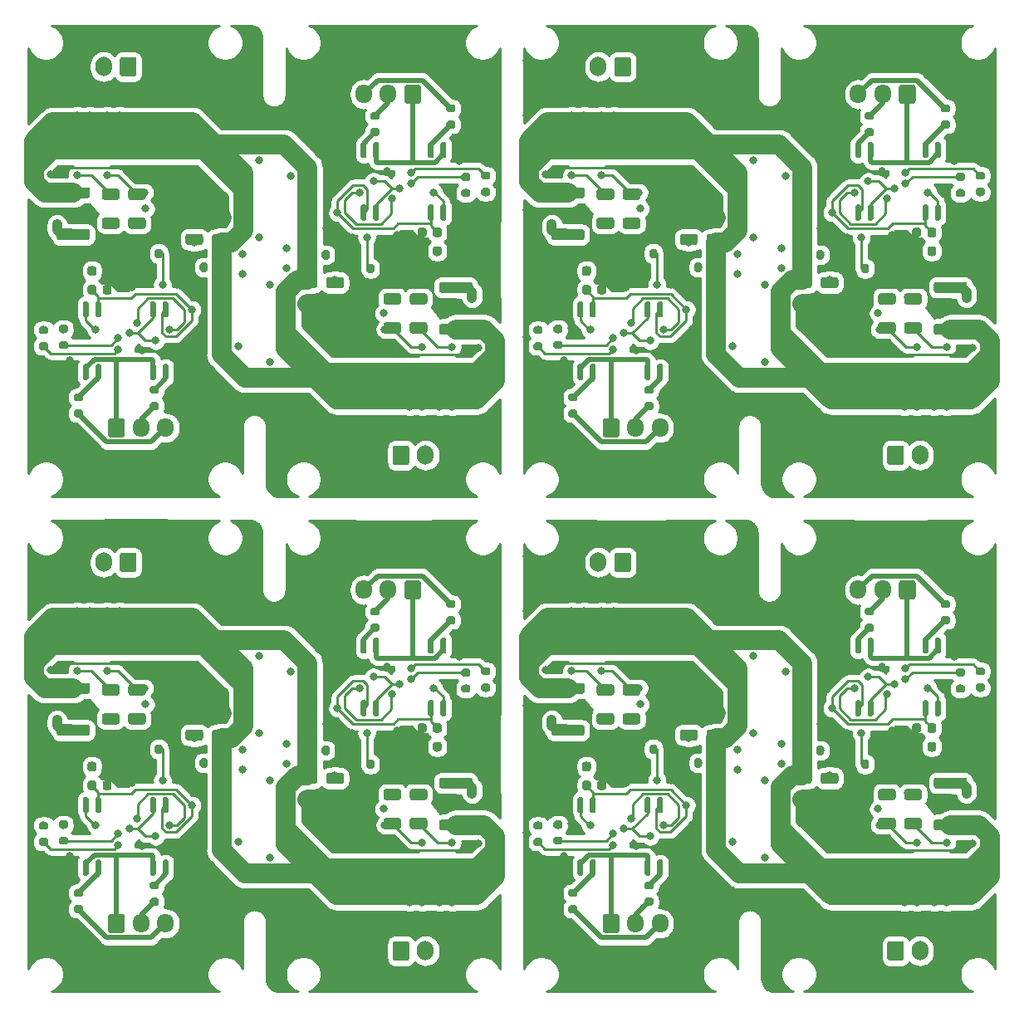
<source format=gbl>
%TF.GenerationSoftware,KiCad,Pcbnew,(5.1.8)-1*%
%TF.CreationDate,2021-06-03T01:22:04+09:00*%
%TF.ProjectId,MiniMD,4d696e69-4d44-42e6-9b69-6361645f7063,rev?*%
%TF.SameCoordinates,Original*%
%TF.FileFunction,Copper,L2,Bot*%
%TF.FilePolarity,Positive*%
%FSLAX46Y46*%
G04 Gerber Fmt 4.6, Leading zero omitted, Abs format (unit mm)*
G04 Created by KiCad (PCBNEW (5.1.8)-1) date 2021-06-03 01:22:04*
%MOMM*%
%LPD*%
G01*
G04 APERTURE LIST*
%TA.AperFunction,ComponentPad*%
%ADD10O,2.000000X1.700000*%
%TD*%
%TA.AperFunction,ComponentPad*%
%ADD11O,1.700000X1.950000*%
%TD*%
%TA.AperFunction,ComponentPad*%
%ADD12O,1.700000X2.000000*%
%TD*%
%TA.AperFunction,ViaPad*%
%ADD13C,0.800000*%
%TD*%
%TA.AperFunction,Conductor*%
%ADD14C,0.250000*%
%TD*%
%TA.AperFunction,Conductor*%
%ADD15C,2.000000*%
%TD*%
%TA.AperFunction,Conductor*%
%ADD16C,0.500000*%
%TD*%
%TA.AperFunction,Conductor*%
%ADD17C,1.000000*%
%TD*%
%TA.AperFunction,Conductor*%
%ADD18C,0.254000*%
%TD*%
%TA.AperFunction,Conductor*%
%ADD19C,0.100000*%
%TD*%
G04 APERTURE END LIST*
%TO.P,R13,1*%
%TO.N,Net-(IC3-Pad26)*%
%TA.AperFunction,SMDPad,CuDef*%
G36*
G01*
X154834000Y-92538000D02*
X154284000Y-92538000D01*
G75*
G02*
X154084000Y-92338000I0J200000D01*
G01*
X154084000Y-91938000D01*
G75*
G02*
X154284000Y-91738000I200000J0D01*
G01*
X154834000Y-91738000D01*
G75*
G02*
X155034000Y-91938000I0J-200000D01*
G01*
X155034000Y-92338000D01*
G75*
G02*
X154834000Y-92538000I-200000J0D01*
G01*
G37*
%TD.AperFunction*%
%TO.P,R13,2*%
%TO.N,Net-(D3-Pad1)*%
%TA.AperFunction,SMDPad,CuDef*%
G36*
G01*
X154834000Y-90888000D02*
X154284000Y-90888000D01*
G75*
G02*
X154084000Y-90688000I0J200000D01*
G01*
X154084000Y-90288000D01*
G75*
G02*
X154284000Y-90088000I200000J0D01*
G01*
X154834000Y-90088000D01*
G75*
G02*
X155034000Y-90288000I0J-200000D01*
G01*
X155034000Y-90688000D01*
G75*
G02*
X154834000Y-90888000I-200000J0D01*
G01*
G37*
%TD.AperFunction*%
%TD*%
%TO.P,R4,1*%
%TO.N,Net-(J2-Pad3)*%
%TA.AperFunction,SMDPad,CuDef*%
G36*
G01*
X158390000Y-99396000D02*
X157840000Y-99396000D01*
G75*
G02*
X157640000Y-99196000I0J200000D01*
G01*
X157640000Y-98796000D01*
G75*
G02*
X157840000Y-98596000I200000J0D01*
G01*
X158390000Y-98596000D01*
G75*
G02*
X158590000Y-98796000I0J-200000D01*
G01*
X158590000Y-99196000D01*
G75*
G02*
X158390000Y-99396000I-200000J0D01*
G01*
G37*
%TD.AperFunction*%
%TO.P,R4,2*%
%TO.N,Net-(R4-Pad2)*%
%TA.AperFunction,SMDPad,CuDef*%
G36*
G01*
X158390000Y-97746000D02*
X157840000Y-97746000D01*
G75*
G02*
X157640000Y-97546000I0J200000D01*
G01*
X157640000Y-97146000D01*
G75*
G02*
X157840000Y-96946000I200000J0D01*
G01*
X158390000Y-96946000D01*
G75*
G02*
X158590000Y-97146000I0J-200000D01*
G01*
X158590000Y-97546000D01*
G75*
G02*
X158390000Y-97746000I-200000J0D01*
G01*
G37*
%TD.AperFunction*%
%TD*%
%TO.P,J1,1*%
%TO.N,VCC*%
%TA.AperFunction,ComponentPad*%
G36*
G01*
X173470000Y-82384000D02*
X171970000Y-82384000D01*
G75*
G02*
X171720000Y-82134000I0J250000D01*
G01*
X171720000Y-80934000D01*
G75*
G02*
X171970000Y-80684000I250000J0D01*
G01*
X173470000Y-80684000D01*
G75*
G02*
X173720000Y-80934000I0J-250000D01*
G01*
X173720000Y-82134000D01*
G75*
G02*
X173470000Y-82384000I-250000J0D01*
G01*
G37*
%TD.AperFunction*%
D10*
%TO.P,J1,2*%
%TO.N,GND*%
X172720000Y-79034000D03*
%TD*%
%TO.P,D1,1*%
%TO.N,VCC*%
%TA.AperFunction,SMDPad,CuDef*%
G36*
G01*
X156156999Y-75913000D02*
X159057001Y-75913000D01*
G75*
G02*
X159307000Y-76162999I0J-249999D01*
G01*
X159307000Y-76788001D01*
G75*
G02*
X159057001Y-77038000I-249999J0D01*
G01*
X156156999Y-77038000D01*
G75*
G02*
X155907000Y-76788001I0J249999D01*
G01*
X155907000Y-76162999D01*
G75*
G02*
X156156999Y-75913000I249999J0D01*
G01*
G37*
%TD.AperFunction*%
%TO.P,D1,2*%
%TO.N,VBB1*%
%TA.AperFunction,SMDPad,CuDef*%
G36*
G01*
X156156999Y-80188000D02*
X159057001Y-80188000D01*
G75*
G02*
X159307000Y-80437999I0J-249999D01*
G01*
X159307000Y-81063001D01*
G75*
G02*
X159057001Y-81313000I-249999J0D01*
G01*
X156156999Y-81313000D01*
G75*
G02*
X155907000Y-81063001I0J249999D01*
G01*
X155907000Y-80437999D01*
G75*
G02*
X156156999Y-80188000I249999J0D01*
G01*
G37*
%TD.AperFunction*%
%TD*%
%TO.P,J2,1*%
%TO.N,GND1*%
%TA.AperFunction,ComponentPad*%
G36*
G01*
X161150000Y-101179000D02*
X161150000Y-99729000D01*
G75*
G02*
X161400000Y-99479000I250000J0D01*
G01*
X162600000Y-99479000D01*
G75*
G02*
X162850000Y-99729000I0J-250000D01*
G01*
X162850000Y-101179000D01*
G75*
G02*
X162600000Y-101429000I-250000J0D01*
G01*
X161400000Y-101429000D01*
G75*
G02*
X161150000Y-101179000I0J250000D01*
G01*
G37*
%TD.AperFunction*%
D11*
%TO.P,J2,2*%
%TO.N,Net-(J2-Pad2)*%
X164500000Y-100454000D03*
%TO.P,J2,3*%
%TO.N,Net-(J2-Pad3)*%
X167000000Y-100454000D03*
%TD*%
D12*
%TO.P,J3,2*%
%TO.N,Net-(C5-Pad2)*%
X193508000Y-103251000D03*
%TO.P,J3,1*%
%TO.N,Net-(C6-Pad2)*%
%TA.AperFunction,ComponentPad*%
G36*
G01*
X190158000Y-104001000D02*
X190158000Y-102501000D01*
G75*
G02*
X190408000Y-102251000I250000J0D01*
G01*
X191608000Y-102251000D01*
G75*
G02*
X191858000Y-102501000I0J-250000D01*
G01*
X191858000Y-104001000D01*
G75*
G02*
X191608000Y-104251000I-250000J0D01*
G01*
X190408000Y-104251000D01*
G75*
G02*
X190158000Y-104001000I0J250000D01*
G01*
G37*
%TD.AperFunction*%
%TD*%
%TO.P,J3,1*%
%TO.N,Net-(C6-Pad2)*%
%TA.AperFunction,ComponentPad*%
G36*
G01*
X164045000Y-62877000D02*
X164045000Y-64377000D01*
G75*
G02*
X163795000Y-64627000I-250000J0D01*
G01*
X162595000Y-64627000D01*
G75*
G02*
X162345000Y-64377000I0J250000D01*
G01*
X162345000Y-62877000D01*
G75*
G02*
X162595000Y-62627000I250000J0D01*
G01*
X163795000Y-62627000D01*
G75*
G02*
X164045000Y-62877000I0J-250000D01*
G01*
G37*
%TD.AperFunction*%
%TO.P,J3,2*%
%TO.N,Net-(C5-Pad2)*%
X160695000Y-63627000D03*
%TD*%
%TO.P,R12,1*%
%TO.N,Net-(IC3-Pad25)*%
%TA.AperFunction,SMDPad,CuDef*%
G36*
G01*
X156866000Y-92411000D02*
X156316000Y-92411000D01*
G75*
G02*
X156116000Y-92211000I0J200000D01*
G01*
X156116000Y-91811000D01*
G75*
G02*
X156316000Y-91611000I200000J0D01*
G01*
X156866000Y-91611000D01*
G75*
G02*
X157066000Y-91811000I0J-200000D01*
G01*
X157066000Y-92211000D01*
G75*
G02*
X156866000Y-92411000I-200000J0D01*
G01*
G37*
%TD.AperFunction*%
%TO.P,R12,2*%
%TO.N,Net-(D2-Pad1)*%
%TA.AperFunction,SMDPad,CuDef*%
G36*
G01*
X156866000Y-90761000D02*
X156316000Y-90761000D01*
G75*
G02*
X156116000Y-90561000I0J200000D01*
G01*
X156116000Y-90161000D01*
G75*
G02*
X156316000Y-89961000I200000J0D01*
G01*
X156866000Y-89961000D01*
G75*
G02*
X157066000Y-90161000I0J-200000D01*
G01*
X157066000Y-90561000D01*
G75*
G02*
X156866000Y-90761000I-200000J0D01*
G01*
G37*
%TD.AperFunction*%
%TD*%
%TO.P,C5,1*%
%TO.N,Net-(C5-Pad1)*%
%TA.AperFunction,SMDPad,CuDef*%
G36*
G01*
X162067001Y-80155000D02*
X160766999Y-80155000D01*
G75*
G02*
X160517000Y-79905001I0J249999D01*
G01*
X160517000Y-79254999D01*
G75*
G02*
X160766999Y-79005000I249999J0D01*
G01*
X162067001Y-79005000D01*
G75*
G02*
X162317000Y-79254999I0J-249999D01*
G01*
X162317000Y-79905001D01*
G75*
G02*
X162067001Y-80155000I-249999J0D01*
G01*
G37*
%TD.AperFunction*%
%TO.P,C5,2*%
%TO.N,Net-(C5-Pad2)*%
%TA.AperFunction,SMDPad,CuDef*%
G36*
G01*
X162067001Y-77205000D02*
X160766999Y-77205000D01*
G75*
G02*
X160517000Y-76955001I0J249999D01*
G01*
X160517000Y-76304999D01*
G75*
G02*
X160766999Y-76055000I249999J0D01*
G01*
X162067001Y-76055000D01*
G75*
G02*
X162317000Y-76304999I0J-249999D01*
G01*
X162317000Y-76955001D01*
G75*
G02*
X162067001Y-77205000I-249999J0D01*
G01*
G37*
%TD.AperFunction*%
%TD*%
%TO.P,C8,1*%
%TO.N,5V_1*%
%TA.AperFunction,SMDPad,CuDef*%
G36*
G01*
X159049000Y-86610000D02*
X159049000Y-86110000D01*
G75*
G02*
X159274000Y-85885000I225000J0D01*
G01*
X159724000Y-85885000D01*
G75*
G02*
X159949000Y-86110000I0J-225000D01*
G01*
X159949000Y-86610000D01*
G75*
G02*
X159724000Y-86835000I-225000J0D01*
G01*
X159274000Y-86835000D01*
G75*
G02*
X159049000Y-86610000I0J225000D01*
G01*
G37*
%TD.AperFunction*%
%TO.P,C8,2*%
%TO.N,GND*%
%TA.AperFunction,SMDPad,CuDef*%
G36*
G01*
X160599000Y-86610000D02*
X160599000Y-86110000D01*
G75*
G02*
X160824000Y-85885000I225000J0D01*
G01*
X161274000Y-85885000D01*
G75*
G02*
X161499000Y-86110000I0J-225000D01*
G01*
X161499000Y-86610000D01*
G75*
G02*
X161274000Y-86835000I-225000J0D01*
G01*
X160824000Y-86835000D01*
G75*
G02*
X160599000Y-86610000I0J225000D01*
G01*
G37*
%TD.AperFunction*%
%TD*%
%TO.P,R14,1*%
%TO.N,Net-(IC3-Pad27)*%
%TA.AperFunction,SMDPad,CuDef*%
G36*
G01*
X165907000Y-82952000D02*
X165907000Y-82402000D01*
G75*
G02*
X166107000Y-82202000I200000J0D01*
G01*
X166507000Y-82202000D01*
G75*
G02*
X166707000Y-82402000I0J-200000D01*
G01*
X166707000Y-82952000D01*
G75*
G02*
X166507000Y-83152000I-200000J0D01*
G01*
X166107000Y-83152000D01*
G75*
G02*
X165907000Y-82952000I0J200000D01*
G01*
G37*
%TD.AperFunction*%
%TO.P,R14,2*%
%TO.N,GND*%
%TA.AperFunction,SMDPad,CuDef*%
G36*
G01*
X167557000Y-82952000D02*
X167557000Y-82402000D01*
G75*
G02*
X167757000Y-82202000I200000J0D01*
G01*
X168157000Y-82202000D01*
G75*
G02*
X168357000Y-82402000I0J-200000D01*
G01*
X168357000Y-82952000D01*
G75*
G02*
X168157000Y-83152000I-200000J0D01*
G01*
X167757000Y-83152000D01*
G75*
G02*
X167557000Y-82952000I0J200000D01*
G01*
G37*
%TD.AperFunction*%
%TD*%
%TO.P,C6,2*%
%TO.N,Net-(C6-Pad2)*%
%TA.AperFunction,SMDPad,CuDef*%
G36*
G01*
X189468999Y-89673000D02*
X190769001Y-89673000D01*
G75*
G02*
X191019000Y-89922999I0J-249999D01*
G01*
X191019000Y-90573001D01*
G75*
G02*
X190769001Y-90823000I-249999J0D01*
G01*
X189468999Y-90823000D01*
G75*
G02*
X189219000Y-90573001I0J249999D01*
G01*
X189219000Y-89922999D01*
G75*
G02*
X189468999Y-89673000I249999J0D01*
G01*
G37*
%TD.AperFunction*%
%TO.P,C6,1*%
%TO.N,Net-(C6-Pad1)*%
%TA.AperFunction,SMDPad,CuDef*%
G36*
G01*
X189468999Y-86723000D02*
X190769001Y-86723000D01*
G75*
G02*
X191019000Y-86972999I0J-249999D01*
G01*
X191019000Y-87623001D01*
G75*
G02*
X190769001Y-87873000I-249999J0D01*
G01*
X189468999Y-87873000D01*
G75*
G02*
X189219000Y-87623001I0J249999D01*
G01*
X189219000Y-86972999D01*
G75*
G02*
X189468999Y-86723000I249999J0D01*
G01*
G37*
%TD.AperFunction*%
%TD*%
%TO.P,U2,1*%
%TO.N,Net-(R7-Pad2)*%
%TA.AperFunction,SMDPad,CuDef*%
G36*
G01*
X167155000Y-95567000D02*
X166855000Y-95567000D01*
G75*
G02*
X166705000Y-95417000I0J150000D01*
G01*
X166705000Y-94092000D01*
G75*
G02*
X166855000Y-93942000I150000J0D01*
G01*
X167155000Y-93942000D01*
G75*
G02*
X167305000Y-94092000I0J-150000D01*
G01*
X167305000Y-95417000D01*
G75*
G02*
X167155000Y-95567000I-150000J0D01*
G01*
G37*
%TD.AperFunction*%
%TO.P,U2,2*%
%TO.N,GND1*%
%TA.AperFunction,SMDPad,CuDef*%
G36*
G01*
X165885000Y-95567000D02*
X165585000Y-95567000D01*
G75*
G02*
X165435000Y-95417000I0J150000D01*
G01*
X165435000Y-94092000D01*
G75*
G02*
X165585000Y-93942000I150000J0D01*
G01*
X165885000Y-93942000D01*
G75*
G02*
X166035000Y-94092000I0J-150000D01*
G01*
X166035000Y-95417000D01*
G75*
G02*
X165885000Y-95567000I-150000J0D01*
G01*
G37*
%TD.AperFunction*%
%TO.P,U2,3*%
%TO.N,Net-(IC3-Pad22)*%
%TA.AperFunction,SMDPad,CuDef*%
G36*
G01*
X165885000Y-89192000D02*
X165585000Y-89192000D01*
G75*
G02*
X165435000Y-89042000I0J150000D01*
G01*
X165435000Y-87717000D01*
G75*
G02*
X165585000Y-87567000I150000J0D01*
G01*
X165885000Y-87567000D01*
G75*
G02*
X166035000Y-87717000I0J-150000D01*
G01*
X166035000Y-89042000D01*
G75*
G02*
X165885000Y-89192000I-150000J0D01*
G01*
G37*
%TD.AperFunction*%
%TO.P,U2,4*%
%TO.N,5V_1*%
%TA.AperFunction,SMDPad,CuDef*%
G36*
G01*
X167155000Y-89192000D02*
X166855000Y-89192000D01*
G75*
G02*
X166705000Y-89042000I0J150000D01*
G01*
X166705000Y-87717000D01*
G75*
G02*
X166855000Y-87567000I150000J0D01*
G01*
X167155000Y-87567000D01*
G75*
G02*
X167305000Y-87717000I0J-150000D01*
G01*
X167305000Y-89042000D01*
G75*
G02*
X167155000Y-89192000I-150000J0D01*
G01*
G37*
%TD.AperFunction*%
%TD*%
%TO.P,R14,2*%
%TO.N,GND*%
%TA.AperFunction,SMDPad,CuDef*%
G36*
G01*
X186646000Y-83926000D02*
X186646000Y-84476000D01*
G75*
G02*
X186446000Y-84676000I-200000J0D01*
G01*
X186046000Y-84676000D01*
G75*
G02*
X185846000Y-84476000I0J200000D01*
G01*
X185846000Y-83926000D01*
G75*
G02*
X186046000Y-83726000I200000J0D01*
G01*
X186446000Y-83726000D01*
G75*
G02*
X186646000Y-83926000I0J-200000D01*
G01*
G37*
%TD.AperFunction*%
%TO.P,R14,1*%
%TO.N,Net-(IC3-Pad27)*%
%TA.AperFunction,SMDPad,CuDef*%
G36*
G01*
X188296000Y-83926000D02*
X188296000Y-84476000D01*
G75*
G02*
X188096000Y-84676000I-200000J0D01*
G01*
X187696000Y-84676000D01*
G75*
G02*
X187496000Y-84476000I0J200000D01*
G01*
X187496000Y-83926000D01*
G75*
G02*
X187696000Y-83726000I200000J0D01*
G01*
X188096000Y-83726000D01*
G75*
G02*
X188296000Y-83926000I0J-200000D01*
G01*
G37*
%TD.AperFunction*%
%TD*%
%TO.P,R7,1*%
%TO.N,Net-(J2-Pad2)*%
%TA.AperFunction,SMDPad,CuDef*%
G36*
G01*
X166137000Y-98634000D02*
X165587000Y-98634000D01*
G75*
G02*
X165387000Y-98434000I0J200000D01*
G01*
X165387000Y-98034000D01*
G75*
G02*
X165587000Y-97834000I200000J0D01*
G01*
X166137000Y-97834000D01*
G75*
G02*
X166337000Y-98034000I0J-200000D01*
G01*
X166337000Y-98434000D01*
G75*
G02*
X166137000Y-98634000I-200000J0D01*
G01*
G37*
%TD.AperFunction*%
%TO.P,R7,2*%
%TO.N,Net-(R7-Pad2)*%
%TA.AperFunction,SMDPad,CuDef*%
G36*
G01*
X166137000Y-96984000D02*
X165587000Y-96984000D01*
G75*
G02*
X165387000Y-96784000I0J200000D01*
G01*
X165387000Y-96384000D01*
G75*
G02*
X165587000Y-96184000I200000J0D01*
G01*
X166137000Y-96184000D01*
G75*
G02*
X166337000Y-96384000I0J-200000D01*
G01*
X166337000Y-96784000D01*
G75*
G02*
X166137000Y-96984000I-200000J0D01*
G01*
G37*
%TD.AperFunction*%
%TD*%
%TO.P,C2,1*%
%TO.N,VCC*%
%TA.AperFunction,SMDPad,CuDef*%
G36*
G01*
X170576001Y-81806000D02*
X169275999Y-81806000D01*
G75*
G02*
X169026000Y-81556001I0J249999D01*
G01*
X169026000Y-80905999D01*
G75*
G02*
X169275999Y-80656000I249999J0D01*
G01*
X170576001Y-80656000D01*
G75*
G02*
X170826000Y-80905999I0J-249999D01*
G01*
X170826000Y-81556001D01*
G75*
G02*
X170576001Y-81806000I-249999J0D01*
G01*
G37*
%TD.AperFunction*%
%TO.P,C2,2*%
%TO.N,GND*%
%TA.AperFunction,SMDPad,CuDef*%
G36*
G01*
X170576001Y-78856000D02*
X169275999Y-78856000D01*
G75*
G02*
X169026000Y-78606001I0J249999D01*
G01*
X169026000Y-77955999D01*
G75*
G02*
X169275999Y-77706000I249999J0D01*
G01*
X170576001Y-77706000D01*
G75*
G02*
X170826000Y-77955999I0J-249999D01*
G01*
X170826000Y-78606001D01*
G75*
G02*
X170576001Y-78856000I-249999J0D01*
G01*
G37*
%TD.AperFunction*%
%TD*%
%TO.P,R1,1*%
%TO.N,VCC*%
%TA.AperFunction,SMDPad,CuDef*%
G36*
G01*
X172929000Y-83799000D02*
X172929000Y-84349000D01*
G75*
G02*
X172729000Y-84549000I-200000J0D01*
G01*
X172329000Y-84549000D01*
G75*
G02*
X172129000Y-84349000I0J200000D01*
G01*
X172129000Y-83799000D01*
G75*
G02*
X172329000Y-83599000I200000J0D01*
G01*
X172729000Y-83599000D01*
G75*
G02*
X172929000Y-83799000I0J-200000D01*
G01*
G37*
%TD.AperFunction*%
%TO.P,R1,2*%
%TO.N,Net-(IC3-Pad24)*%
%TA.AperFunction,SMDPad,CuDef*%
G36*
G01*
X171279000Y-83799000D02*
X171279000Y-84349000D01*
G75*
G02*
X171079000Y-84549000I-200000J0D01*
G01*
X170679000Y-84549000D01*
G75*
G02*
X170479000Y-84349000I0J200000D01*
G01*
X170479000Y-83799000D01*
G75*
G02*
X170679000Y-83599000I200000J0D01*
G01*
X171079000Y-83599000D01*
G75*
G02*
X171279000Y-83799000I0J-200000D01*
G01*
G37*
%TD.AperFunction*%
%TD*%
%TO.P,R4,2*%
%TO.N,Net-(R4-Pad2)*%
%TA.AperFunction,SMDPad,CuDef*%
G36*
G01*
X195813000Y-69132000D02*
X196363000Y-69132000D01*
G75*
G02*
X196563000Y-69332000I0J-200000D01*
G01*
X196563000Y-69732000D01*
G75*
G02*
X196363000Y-69932000I-200000J0D01*
G01*
X195813000Y-69932000D01*
G75*
G02*
X195613000Y-69732000I0J200000D01*
G01*
X195613000Y-69332000D01*
G75*
G02*
X195813000Y-69132000I200000J0D01*
G01*
G37*
%TD.AperFunction*%
%TO.P,R4,1*%
%TO.N,Net-(J2-Pad3)*%
%TA.AperFunction,SMDPad,CuDef*%
G36*
G01*
X195813000Y-67482000D02*
X196363000Y-67482000D01*
G75*
G02*
X196563000Y-67682000I0J-200000D01*
G01*
X196563000Y-68082000D01*
G75*
G02*
X196363000Y-68282000I-200000J0D01*
G01*
X195813000Y-68282000D01*
G75*
G02*
X195613000Y-68082000I0J200000D01*
G01*
X195613000Y-67682000D01*
G75*
G02*
X195813000Y-67482000I200000J0D01*
G01*
G37*
%TD.AperFunction*%
%TD*%
%TO.P,C6,1*%
%TO.N,Net-(C6-Pad1)*%
%TA.AperFunction,SMDPad,CuDef*%
G36*
G01*
X164734001Y-80155000D02*
X163433999Y-80155000D01*
G75*
G02*
X163184000Y-79905001I0J249999D01*
G01*
X163184000Y-79254999D01*
G75*
G02*
X163433999Y-79005000I249999J0D01*
G01*
X164734001Y-79005000D01*
G75*
G02*
X164984000Y-79254999I0J-249999D01*
G01*
X164984000Y-79905001D01*
G75*
G02*
X164734001Y-80155000I-249999J0D01*
G01*
G37*
%TD.AperFunction*%
%TO.P,C6,2*%
%TO.N,Net-(C6-Pad2)*%
%TA.AperFunction,SMDPad,CuDef*%
G36*
G01*
X164734001Y-77205000D02*
X163433999Y-77205000D01*
G75*
G02*
X163184000Y-76955001I0J249999D01*
G01*
X163184000Y-76304999D01*
G75*
G02*
X163433999Y-76055000I249999J0D01*
G01*
X164734001Y-76055000D01*
G75*
G02*
X164984000Y-76304999I0J-249999D01*
G01*
X164984000Y-76955001D01*
G75*
G02*
X164734001Y-77205000I-249999J0D01*
G01*
G37*
%TD.AperFunction*%
%TD*%
%TO.P,C7,1*%
%TO.N,GND*%
%TA.AperFunction,SMDPad,CuDef*%
G36*
G01*
X161499000Y-84205000D02*
X161499000Y-84705000D01*
G75*
G02*
X161274000Y-84930000I-225000J0D01*
G01*
X160824000Y-84930000D01*
G75*
G02*
X160599000Y-84705000I0J225000D01*
G01*
X160599000Y-84205000D01*
G75*
G02*
X160824000Y-83980000I225000J0D01*
G01*
X161274000Y-83980000D01*
G75*
G02*
X161499000Y-84205000I0J-225000D01*
G01*
G37*
%TD.AperFunction*%
%TO.P,C7,2*%
%TO.N,VREG1*%
%TA.AperFunction,SMDPad,CuDef*%
G36*
G01*
X159949000Y-84205000D02*
X159949000Y-84705000D01*
G75*
G02*
X159724000Y-84930000I-225000J0D01*
G01*
X159274000Y-84930000D01*
G75*
G02*
X159049000Y-84705000I0J225000D01*
G01*
X159049000Y-84205000D01*
G75*
G02*
X159274000Y-83980000I225000J0D01*
G01*
X159724000Y-83980000D01*
G75*
G02*
X159949000Y-84205000I0J-225000D01*
G01*
G37*
%TD.AperFunction*%
%TD*%
%TO.P,D1,2*%
%TO.N,VBB1*%
%TA.AperFunction,SMDPad,CuDef*%
G36*
G01*
X198046001Y-86690000D02*
X195145999Y-86690000D01*
G75*
G02*
X194896000Y-86440001I0J249999D01*
G01*
X194896000Y-85814999D01*
G75*
G02*
X195145999Y-85565000I249999J0D01*
G01*
X198046001Y-85565000D01*
G75*
G02*
X198296000Y-85814999I0J-249999D01*
G01*
X198296000Y-86440001D01*
G75*
G02*
X198046001Y-86690000I-249999J0D01*
G01*
G37*
%TD.AperFunction*%
%TO.P,D1,1*%
%TO.N,VCC*%
%TA.AperFunction,SMDPad,CuDef*%
G36*
G01*
X198046001Y-90965000D02*
X195145999Y-90965000D01*
G75*
G02*
X194896000Y-90715001I0J249999D01*
G01*
X194896000Y-90089999D01*
G75*
G02*
X195145999Y-89840000I249999J0D01*
G01*
X198046001Y-89840000D01*
G75*
G02*
X198296000Y-90089999I0J-249999D01*
G01*
X198296000Y-90715001D01*
G75*
G02*
X198046001Y-90965000I-249999J0D01*
G01*
G37*
%TD.AperFunction*%
%TD*%
%TO.P,U1,4*%
%TO.N,5V_1*%
%TA.AperFunction,SMDPad,CuDef*%
G36*
G01*
X193906000Y-77686000D02*
X194206000Y-77686000D01*
G75*
G02*
X194356000Y-77836000I0J-150000D01*
G01*
X194356000Y-79161000D01*
G75*
G02*
X194206000Y-79311000I-150000J0D01*
G01*
X193906000Y-79311000D01*
G75*
G02*
X193756000Y-79161000I0J150000D01*
G01*
X193756000Y-77836000D01*
G75*
G02*
X193906000Y-77686000I150000J0D01*
G01*
G37*
%TD.AperFunction*%
%TO.P,U1,3*%
%TO.N,Net-(IC3-Pad19)*%
%TA.AperFunction,SMDPad,CuDef*%
G36*
G01*
X195176000Y-77686000D02*
X195476000Y-77686000D01*
G75*
G02*
X195626000Y-77836000I0J-150000D01*
G01*
X195626000Y-79161000D01*
G75*
G02*
X195476000Y-79311000I-150000J0D01*
G01*
X195176000Y-79311000D01*
G75*
G02*
X195026000Y-79161000I0J150000D01*
G01*
X195026000Y-77836000D01*
G75*
G02*
X195176000Y-77686000I150000J0D01*
G01*
G37*
%TD.AperFunction*%
%TO.P,U1,2*%
%TO.N,GND1*%
%TA.AperFunction,SMDPad,CuDef*%
G36*
G01*
X195176000Y-71311000D02*
X195476000Y-71311000D01*
G75*
G02*
X195626000Y-71461000I0J-150000D01*
G01*
X195626000Y-72786000D01*
G75*
G02*
X195476000Y-72936000I-150000J0D01*
G01*
X195176000Y-72936000D01*
G75*
G02*
X195026000Y-72786000I0J150000D01*
G01*
X195026000Y-71461000D01*
G75*
G02*
X195176000Y-71311000I150000J0D01*
G01*
G37*
%TD.AperFunction*%
%TO.P,U1,1*%
%TO.N,Net-(R4-Pad2)*%
%TA.AperFunction,SMDPad,CuDef*%
G36*
G01*
X193906000Y-71311000D02*
X194206000Y-71311000D01*
G75*
G02*
X194356000Y-71461000I0J-150000D01*
G01*
X194356000Y-72786000D01*
G75*
G02*
X194206000Y-72936000I-150000J0D01*
G01*
X193906000Y-72936000D01*
G75*
G02*
X193756000Y-72786000I0J150000D01*
G01*
X193756000Y-71461000D01*
G75*
G02*
X193906000Y-71311000I150000J0D01*
G01*
G37*
%TD.AperFunction*%
%TD*%
%TO.P,C5,2*%
%TO.N,Net-(C5-Pad2)*%
%TA.AperFunction,SMDPad,CuDef*%
G36*
G01*
X192135999Y-89673000D02*
X193436001Y-89673000D01*
G75*
G02*
X193686000Y-89922999I0J-249999D01*
G01*
X193686000Y-90573001D01*
G75*
G02*
X193436001Y-90823000I-249999J0D01*
G01*
X192135999Y-90823000D01*
G75*
G02*
X191886000Y-90573001I0J249999D01*
G01*
X191886000Y-89922999D01*
G75*
G02*
X192135999Y-89673000I249999J0D01*
G01*
G37*
%TD.AperFunction*%
%TO.P,C5,1*%
%TO.N,Net-(C5-Pad1)*%
%TA.AperFunction,SMDPad,CuDef*%
G36*
G01*
X192135999Y-86723000D02*
X193436001Y-86723000D01*
G75*
G02*
X193686000Y-86972999I0J-249999D01*
G01*
X193686000Y-87623001D01*
G75*
G02*
X193436001Y-87873000I-249999J0D01*
G01*
X192135999Y-87873000D01*
G75*
G02*
X191886000Y-87623001I0J249999D01*
G01*
X191886000Y-86972999D01*
G75*
G02*
X192135999Y-86723000I249999J0D01*
G01*
G37*
%TD.AperFunction*%
%TD*%
%TO.P,U1,1*%
%TO.N,Net-(R4-Pad2)*%
%TA.AperFunction,SMDPad,CuDef*%
G36*
G01*
X160297000Y-95567000D02*
X159997000Y-95567000D01*
G75*
G02*
X159847000Y-95417000I0J150000D01*
G01*
X159847000Y-94092000D01*
G75*
G02*
X159997000Y-93942000I150000J0D01*
G01*
X160297000Y-93942000D01*
G75*
G02*
X160447000Y-94092000I0J-150000D01*
G01*
X160447000Y-95417000D01*
G75*
G02*
X160297000Y-95567000I-150000J0D01*
G01*
G37*
%TD.AperFunction*%
%TO.P,U1,2*%
%TO.N,GND1*%
%TA.AperFunction,SMDPad,CuDef*%
G36*
G01*
X159027000Y-95567000D02*
X158727000Y-95567000D01*
G75*
G02*
X158577000Y-95417000I0J150000D01*
G01*
X158577000Y-94092000D01*
G75*
G02*
X158727000Y-93942000I150000J0D01*
G01*
X159027000Y-93942000D01*
G75*
G02*
X159177000Y-94092000I0J-150000D01*
G01*
X159177000Y-95417000D01*
G75*
G02*
X159027000Y-95567000I-150000J0D01*
G01*
G37*
%TD.AperFunction*%
%TO.P,U1,3*%
%TO.N,Net-(IC3-Pad19)*%
%TA.AperFunction,SMDPad,CuDef*%
G36*
G01*
X159027000Y-89192000D02*
X158727000Y-89192000D01*
G75*
G02*
X158577000Y-89042000I0J150000D01*
G01*
X158577000Y-87717000D01*
G75*
G02*
X158727000Y-87567000I150000J0D01*
G01*
X159027000Y-87567000D01*
G75*
G02*
X159177000Y-87717000I0J-150000D01*
G01*
X159177000Y-89042000D01*
G75*
G02*
X159027000Y-89192000I-150000J0D01*
G01*
G37*
%TD.AperFunction*%
%TO.P,U1,4*%
%TO.N,5V_1*%
%TA.AperFunction,SMDPad,CuDef*%
G36*
G01*
X160297000Y-89192000D02*
X159997000Y-89192000D01*
G75*
G02*
X159847000Y-89042000I0J150000D01*
G01*
X159847000Y-87717000D01*
G75*
G02*
X159997000Y-87567000I150000J0D01*
G01*
X160297000Y-87567000D01*
G75*
G02*
X160447000Y-87717000I0J-150000D01*
G01*
X160447000Y-89042000D01*
G75*
G02*
X160297000Y-89192000I-150000J0D01*
G01*
G37*
%TD.AperFunction*%
%TD*%
%TO.P,C7,2*%
%TO.N,VREG1*%
%TA.AperFunction,SMDPad,CuDef*%
G36*
G01*
X194254000Y-82673000D02*
X194254000Y-82173000D01*
G75*
G02*
X194479000Y-81948000I225000J0D01*
G01*
X194929000Y-81948000D01*
G75*
G02*
X195154000Y-82173000I0J-225000D01*
G01*
X195154000Y-82673000D01*
G75*
G02*
X194929000Y-82898000I-225000J0D01*
G01*
X194479000Y-82898000D01*
G75*
G02*
X194254000Y-82673000I0J225000D01*
G01*
G37*
%TD.AperFunction*%
%TO.P,C7,1*%
%TO.N,GND*%
%TA.AperFunction,SMDPad,CuDef*%
G36*
G01*
X192704000Y-82673000D02*
X192704000Y-82173000D01*
G75*
G02*
X192929000Y-81948000I225000J0D01*
G01*
X193379000Y-81948000D01*
G75*
G02*
X193604000Y-82173000I0J-225000D01*
G01*
X193604000Y-82673000D01*
G75*
G02*
X193379000Y-82898000I-225000J0D01*
G01*
X192929000Y-82898000D01*
G75*
G02*
X192704000Y-82673000I0J225000D01*
G01*
G37*
%TD.AperFunction*%
%TD*%
D10*
%TO.P,J1,2*%
%TO.N,GND*%
X181483000Y-87844000D03*
%TO.P,J1,1*%
%TO.N,VCC*%
%TA.AperFunction,ComponentPad*%
G36*
G01*
X180733000Y-84494000D02*
X182233000Y-84494000D01*
G75*
G02*
X182483000Y-84744000I0J-250000D01*
G01*
X182483000Y-85944000D01*
G75*
G02*
X182233000Y-86194000I-250000J0D01*
G01*
X180733000Y-86194000D01*
G75*
G02*
X180483000Y-85944000I0J250000D01*
G01*
X180483000Y-84744000D01*
G75*
G02*
X180733000Y-84494000I250000J0D01*
G01*
G37*
%TD.AperFunction*%
%TD*%
%TO.P,R12,2*%
%TO.N,Net-(D2-Pad1)*%
%TA.AperFunction,SMDPad,CuDef*%
G36*
G01*
X197337000Y-76117000D02*
X197887000Y-76117000D01*
G75*
G02*
X198087000Y-76317000I0J-200000D01*
G01*
X198087000Y-76717000D01*
G75*
G02*
X197887000Y-76917000I-200000J0D01*
G01*
X197337000Y-76917000D01*
G75*
G02*
X197137000Y-76717000I0J200000D01*
G01*
X197137000Y-76317000D01*
G75*
G02*
X197337000Y-76117000I200000J0D01*
G01*
G37*
%TD.AperFunction*%
%TO.P,R12,1*%
%TO.N,Net-(IC3-Pad25)*%
%TA.AperFunction,SMDPad,CuDef*%
G36*
G01*
X197337000Y-74467000D02*
X197887000Y-74467000D01*
G75*
G02*
X198087000Y-74667000I0J-200000D01*
G01*
X198087000Y-75067000D01*
G75*
G02*
X197887000Y-75267000I-200000J0D01*
G01*
X197337000Y-75267000D01*
G75*
G02*
X197137000Y-75067000I0J200000D01*
G01*
X197137000Y-74667000D01*
G75*
G02*
X197337000Y-74467000I200000J0D01*
G01*
G37*
%TD.AperFunction*%
%TD*%
%TO.P,R1,2*%
%TO.N,Net-(IC3-Pad24)*%
%TA.AperFunction,SMDPad,CuDef*%
G36*
G01*
X182924000Y-83079000D02*
X182924000Y-82529000D01*
G75*
G02*
X183124000Y-82329000I200000J0D01*
G01*
X183524000Y-82329000D01*
G75*
G02*
X183724000Y-82529000I0J-200000D01*
G01*
X183724000Y-83079000D01*
G75*
G02*
X183524000Y-83279000I-200000J0D01*
G01*
X183124000Y-83279000D01*
G75*
G02*
X182924000Y-83079000I0J200000D01*
G01*
G37*
%TD.AperFunction*%
%TO.P,R1,1*%
%TO.N,VCC*%
%TA.AperFunction,SMDPad,CuDef*%
G36*
G01*
X181274000Y-83079000D02*
X181274000Y-82529000D01*
G75*
G02*
X181474000Y-82329000I200000J0D01*
G01*
X181874000Y-82329000D01*
G75*
G02*
X182074000Y-82529000I0J-200000D01*
G01*
X182074000Y-83079000D01*
G75*
G02*
X181874000Y-83279000I-200000J0D01*
G01*
X181474000Y-83279000D01*
G75*
G02*
X181274000Y-83079000I0J200000D01*
G01*
G37*
%TD.AperFunction*%
%TD*%
D11*
%TO.P,J2,3*%
%TO.N,Net-(J2-Pad3)*%
X187203000Y-66424000D03*
%TO.P,J2,2*%
%TO.N,Net-(J2-Pad2)*%
X189703000Y-66424000D03*
%TO.P,J2,1*%
%TO.N,GND1*%
%TA.AperFunction,ComponentPad*%
G36*
G01*
X193053000Y-65699000D02*
X193053000Y-67149000D01*
G75*
G02*
X192803000Y-67399000I-250000J0D01*
G01*
X191603000Y-67399000D01*
G75*
G02*
X191353000Y-67149000I0J250000D01*
G01*
X191353000Y-65699000D01*
G75*
G02*
X191603000Y-65449000I250000J0D01*
G01*
X192803000Y-65449000D01*
G75*
G02*
X193053000Y-65699000I0J-250000D01*
G01*
G37*
%TD.AperFunction*%
%TD*%
%TO.P,C8,2*%
%TO.N,GND*%
%TA.AperFunction,SMDPad,CuDef*%
G36*
G01*
X193604000Y-80268000D02*
X193604000Y-80768000D01*
G75*
G02*
X193379000Y-80993000I-225000J0D01*
G01*
X192929000Y-80993000D01*
G75*
G02*
X192704000Y-80768000I0J225000D01*
G01*
X192704000Y-80268000D01*
G75*
G02*
X192929000Y-80043000I225000J0D01*
G01*
X193379000Y-80043000D01*
G75*
G02*
X193604000Y-80268000I0J-225000D01*
G01*
G37*
%TD.AperFunction*%
%TO.P,C8,1*%
%TO.N,5V_1*%
%TA.AperFunction,SMDPad,CuDef*%
G36*
G01*
X195154000Y-80268000D02*
X195154000Y-80768000D01*
G75*
G02*
X194929000Y-80993000I-225000J0D01*
G01*
X194479000Y-80993000D01*
G75*
G02*
X194254000Y-80768000I0J225000D01*
G01*
X194254000Y-80268000D01*
G75*
G02*
X194479000Y-80043000I225000J0D01*
G01*
X194929000Y-80043000D01*
G75*
G02*
X195154000Y-80268000I0J-225000D01*
G01*
G37*
%TD.AperFunction*%
%TD*%
%TO.P,R13,2*%
%TO.N,Net-(D3-Pad1)*%
%TA.AperFunction,SMDPad,CuDef*%
G36*
G01*
X199369000Y-75990000D02*
X199919000Y-75990000D01*
G75*
G02*
X200119000Y-76190000I0J-200000D01*
G01*
X200119000Y-76590000D01*
G75*
G02*
X199919000Y-76790000I-200000J0D01*
G01*
X199369000Y-76790000D01*
G75*
G02*
X199169000Y-76590000I0J200000D01*
G01*
X199169000Y-76190000D01*
G75*
G02*
X199369000Y-75990000I200000J0D01*
G01*
G37*
%TD.AperFunction*%
%TO.P,R13,1*%
%TO.N,Net-(IC3-Pad26)*%
%TA.AperFunction,SMDPad,CuDef*%
G36*
G01*
X199369000Y-74340000D02*
X199919000Y-74340000D01*
G75*
G02*
X200119000Y-74540000I0J-200000D01*
G01*
X200119000Y-74940000D01*
G75*
G02*
X199919000Y-75140000I-200000J0D01*
G01*
X199369000Y-75140000D01*
G75*
G02*
X199169000Y-74940000I0J200000D01*
G01*
X199169000Y-74540000D01*
G75*
G02*
X199369000Y-74340000I200000J0D01*
G01*
G37*
%TD.AperFunction*%
%TD*%
%TO.P,C2,2*%
%TO.N,GND*%
%TA.AperFunction,SMDPad,CuDef*%
G36*
G01*
X183626999Y-88022000D02*
X184927001Y-88022000D01*
G75*
G02*
X185177000Y-88271999I0J-249999D01*
G01*
X185177000Y-88922001D01*
G75*
G02*
X184927001Y-89172000I-249999J0D01*
G01*
X183626999Y-89172000D01*
G75*
G02*
X183377000Y-88922001I0J249999D01*
G01*
X183377000Y-88271999D01*
G75*
G02*
X183626999Y-88022000I249999J0D01*
G01*
G37*
%TD.AperFunction*%
%TO.P,C2,1*%
%TO.N,VCC*%
%TA.AperFunction,SMDPad,CuDef*%
G36*
G01*
X183626999Y-85072000D02*
X184927001Y-85072000D01*
G75*
G02*
X185177000Y-85321999I0J-249999D01*
G01*
X185177000Y-85972001D01*
G75*
G02*
X184927001Y-86222000I-249999J0D01*
G01*
X183626999Y-86222000D01*
G75*
G02*
X183377000Y-85972001I0J249999D01*
G01*
X183377000Y-85321999D01*
G75*
G02*
X183626999Y-85072000I249999J0D01*
G01*
G37*
%TD.AperFunction*%
%TD*%
%TO.P,R7,2*%
%TO.N,Net-(R7-Pad2)*%
%TA.AperFunction,SMDPad,CuDef*%
G36*
G01*
X188066000Y-69894000D02*
X188616000Y-69894000D01*
G75*
G02*
X188816000Y-70094000I0J-200000D01*
G01*
X188816000Y-70494000D01*
G75*
G02*
X188616000Y-70694000I-200000J0D01*
G01*
X188066000Y-70694000D01*
G75*
G02*
X187866000Y-70494000I0J200000D01*
G01*
X187866000Y-70094000D01*
G75*
G02*
X188066000Y-69894000I200000J0D01*
G01*
G37*
%TD.AperFunction*%
%TO.P,R7,1*%
%TO.N,Net-(J2-Pad2)*%
%TA.AperFunction,SMDPad,CuDef*%
G36*
G01*
X188066000Y-68244000D02*
X188616000Y-68244000D01*
G75*
G02*
X188816000Y-68444000I0J-200000D01*
G01*
X188816000Y-68844000D01*
G75*
G02*
X188616000Y-69044000I-200000J0D01*
G01*
X188066000Y-69044000D01*
G75*
G02*
X187866000Y-68844000I0J200000D01*
G01*
X187866000Y-68444000D01*
G75*
G02*
X188066000Y-68244000I200000J0D01*
G01*
G37*
%TD.AperFunction*%
%TD*%
%TO.P,U2,4*%
%TO.N,5V_1*%
%TA.AperFunction,SMDPad,CuDef*%
G36*
G01*
X187048000Y-77686000D02*
X187348000Y-77686000D01*
G75*
G02*
X187498000Y-77836000I0J-150000D01*
G01*
X187498000Y-79161000D01*
G75*
G02*
X187348000Y-79311000I-150000J0D01*
G01*
X187048000Y-79311000D01*
G75*
G02*
X186898000Y-79161000I0J150000D01*
G01*
X186898000Y-77836000D01*
G75*
G02*
X187048000Y-77686000I150000J0D01*
G01*
G37*
%TD.AperFunction*%
%TO.P,U2,3*%
%TO.N,Net-(IC3-Pad22)*%
%TA.AperFunction,SMDPad,CuDef*%
G36*
G01*
X188318000Y-77686000D02*
X188618000Y-77686000D01*
G75*
G02*
X188768000Y-77836000I0J-150000D01*
G01*
X188768000Y-79161000D01*
G75*
G02*
X188618000Y-79311000I-150000J0D01*
G01*
X188318000Y-79311000D01*
G75*
G02*
X188168000Y-79161000I0J150000D01*
G01*
X188168000Y-77836000D01*
G75*
G02*
X188318000Y-77686000I150000J0D01*
G01*
G37*
%TD.AperFunction*%
%TO.P,U2,2*%
%TO.N,GND1*%
%TA.AperFunction,SMDPad,CuDef*%
G36*
G01*
X188318000Y-71311000D02*
X188618000Y-71311000D01*
G75*
G02*
X188768000Y-71461000I0J-150000D01*
G01*
X188768000Y-72786000D01*
G75*
G02*
X188618000Y-72936000I-150000J0D01*
G01*
X188318000Y-72936000D01*
G75*
G02*
X188168000Y-72786000I0J150000D01*
G01*
X188168000Y-71461000D01*
G75*
G02*
X188318000Y-71311000I150000J0D01*
G01*
G37*
%TD.AperFunction*%
%TO.P,U2,1*%
%TO.N,Net-(R7-Pad2)*%
%TA.AperFunction,SMDPad,CuDef*%
G36*
G01*
X187048000Y-71311000D02*
X187348000Y-71311000D01*
G75*
G02*
X187498000Y-71461000I0J-150000D01*
G01*
X187498000Y-72786000D01*
G75*
G02*
X187348000Y-72936000I-150000J0D01*
G01*
X187048000Y-72936000D01*
G75*
G02*
X186898000Y-72786000I0J150000D01*
G01*
X186898000Y-71461000D01*
G75*
G02*
X187048000Y-71311000I150000J0D01*
G01*
G37*
%TD.AperFunction*%
%TD*%
%TO.P,R4,2*%
%TO.N,Net-(R4-Pad2)*%
%TA.AperFunction,SMDPad,CuDef*%
G36*
G01*
X208809000Y-97746000D02*
X208259000Y-97746000D01*
G75*
G02*
X208059000Y-97546000I0J200000D01*
G01*
X208059000Y-97146000D01*
G75*
G02*
X208259000Y-96946000I200000J0D01*
G01*
X208809000Y-96946000D01*
G75*
G02*
X209009000Y-97146000I0J-200000D01*
G01*
X209009000Y-97546000D01*
G75*
G02*
X208809000Y-97746000I-200000J0D01*
G01*
G37*
%TD.AperFunction*%
%TO.P,R4,1*%
%TO.N,Net-(J2-Pad3)*%
%TA.AperFunction,SMDPad,CuDef*%
G36*
G01*
X208809000Y-99396000D02*
X208259000Y-99396000D01*
G75*
G02*
X208059000Y-99196000I0J200000D01*
G01*
X208059000Y-98796000D01*
G75*
G02*
X208259000Y-98596000I200000J0D01*
G01*
X208809000Y-98596000D01*
G75*
G02*
X209009000Y-98796000I0J-200000D01*
G01*
X209009000Y-99196000D01*
G75*
G02*
X208809000Y-99396000I-200000J0D01*
G01*
G37*
%TD.AperFunction*%
%TD*%
%TO.P,C8,2*%
%TO.N,GND*%
%TA.AperFunction,SMDPad,CuDef*%
G36*
G01*
X211018000Y-86610000D02*
X211018000Y-86110000D01*
G75*
G02*
X211243000Y-85885000I225000J0D01*
G01*
X211693000Y-85885000D01*
G75*
G02*
X211918000Y-86110000I0J-225000D01*
G01*
X211918000Y-86610000D01*
G75*
G02*
X211693000Y-86835000I-225000J0D01*
G01*
X211243000Y-86835000D01*
G75*
G02*
X211018000Y-86610000I0J225000D01*
G01*
G37*
%TD.AperFunction*%
%TO.P,C8,1*%
%TO.N,5V_1*%
%TA.AperFunction,SMDPad,CuDef*%
G36*
G01*
X209468000Y-86610000D02*
X209468000Y-86110000D01*
G75*
G02*
X209693000Y-85885000I225000J0D01*
G01*
X210143000Y-85885000D01*
G75*
G02*
X210368000Y-86110000I0J-225000D01*
G01*
X210368000Y-86610000D01*
G75*
G02*
X210143000Y-86835000I-225000J0D01*
G01*
X209693000Y-86835000D01*
G75*
G02*
X209468000Y-86610000I0J225000D01*
G01*
G37*
%TD.AperFunction*%
%TD*%
%TO.P,R14,2*%
%TO.N,GND*%
%TA.AperFunction,SMDPad,CuDef*%
G36*
G01*
X217976000Y-82952000D02*
X217976000Y-82402000D01*
G75*
G02*
X218176000Y-82202000I200000J0D01*
G01*
X218576000Y-82202000D01*
G75*
G02*
X218776000Y-82402000I0J-200000D01*
G01*
X218776000Y-82952000D01*
G75*
G02*
X218576000Y-83152000I-200000J0D01*
G01*
X218176000Y-83152000D01*
G75*
G02*
X217976000Y-82952000I0J200000D01*
G01*
G37*
%TD.AperFunction*%
%TO.P,R14,1*%
%TO.N,Net-(IC3-Pad27)*%
%TA.AperFunction,SMDPad,CuDef*%
G36*
G01*
X216326000Y-82952000D02*
X216326000Y-82402000D01*
G75*
G02*
X216526000Y-82202000I200000J0D01*
G01*
X216926000Y-82202000D01*
G75*
G02*
X217126000Y-82402000I0J-200000D01*
G01*
X217126000Y-82952000D01*
G75*
G02*
X216926000Y-83152000I-200000J0D01*
G01*
X216526000Y-83152000D01*
G75*
G02*
X216326000Y-82952000I0J200000D01*
G01*
G37*
%TD.AperFunction*%
%TD*%
%TO.P,R13,2*%
%TO.N,Net-(D3-Pad1)*%
%TA.AperFunction,SMDPad,CuDef*%
G36*
G01*
X205253000Y-90888000D02*
X204703000Y-90888000D01*
G75*
G02*
X204503000Y-90688000I0J200000D01*
G01*
X204503000Y-90288000D01*
G75*
G02*
X204703000Y-90088000I200000J0D01*
G01*
X205253000Y-90088000D01*
G75*
G02*
X205453000Y-90288000I0J-200000D01*
G01*
X205453000Y-90688000D01*
G75*
G02*
X205253000Y-90888000I-200000J0D01*
G01*
G37*
%TD.AperFunction*%
%TO.P,R13,1*%
%TO.N,Net-(IC3-Pad26)*%
%TA.AperFunction,SMDPad,CuDef*%
G36*
G01*
X205253000Y-92538000D02*
X204703000Y-92538000D01*
G75*
G02*
X204503000Y-92338000I0J200000D01*
G01*
X204503000Y-91938000D01*
G75*
G02*
X204703000Y-91738000I200000J0D01*
G01*
X205253000Y-91738000D01*
G75*
G02*
X205453000Y-91938000I0J-200000D01*
G01*
X205453000Y-92338000D01*
G75*
G02*
X205253000Y-92538000I-200000J0D01*
G01*
G37*
%TD.AperFunction*%
%TD*%
%TO.P,U2,4*%
%TO.N,5V_1*%
%TA.AperFunction,SMDPad,CuDef*%
G36*
G01*
X217574000Y-89192000D02*
X217274000Y-89192000D01*
G75*
G02*
X217124000Y-89042000I0J150000D01*
G01*
X217124000Y-87717000D01*
G75*
G02*
X217274000Y-87567000I150000J0D01*
G01*
X217574000Y-87567000D01*
G75*
G02*
X217724000Y-87717000I0J-150000D01*
G01*
X217724000Y-89042000D01*
G75*
G02*
X217574000Y-89192000I-150000J0D01*
G01*
G37*
%TD.AperFunction*%
%TO.P,U2,3*%
%TO.N,Net-(IC3-Pad22)*%
%TA.AperFunction,SMDPad,CuDef*%
G36*
G01*
X216304000Y-89192000D02*
X216004000Y-89192000D01*
G75*
G02*
X215854000Y-89042000I0J150000D01*
G01*
X215854000Y-87717000D01*
G75*
G02*
X216004000Y-87567000I150000J0D01*
G01*
X216304000Y-87567000D01*
G75*
G02*
X216454000Y-87717000I0J-150000D01*
G01*
X216454000Y-89042000D01*
G75*
G02*
X216304000Y-89192000I-150000J0D01*
G01*
G37*
%TD.AperFunction*%
%TO.P,U2,2*%
%TO.N,GND1*%
%TA.AperFunction,SMDPad,CuDef*%
G36*
G01*
X216304000Y-95567000D02*
X216004000Y-95567000D01*
G75*
G02*
X215854000Y-95417000I0J150000D01*
G01*
X215854000Y-94092000D01*
G75*
G02*
X216004000Y-93942000I150000J0D01*
G01*
X216304000Y-93942000D01*
G75*
G02*
X216454000Y-94092000I0J-150000D01*
G01*
X216454000Y-95417000D01*
G75*
G02*
X216304000Y-95567000I-150000J0D01*
G01*
G37*
%TD.AperFunction*%
%TO.P,U2,1*%
%TO.N,Net-(R7-Pad2)*%
%TA.AperFunction,SMDPad,CuDef*%
G36*
G01*
X217574000Y-95567000D02*
X217274000Y-95567000D01*
G75*
G02*
X217124000Y-95417000I0J150000D01*
G01*
X217124000Y-94092000D01*
G75*
G02*
X217274000Y-93942000I150000J0D01*
G01*
X217574000Y-93942000D01*
G75*
G02*
X217724000Y-94092000I0J-150000D01*
G01*
X217724000Y-95417000D01*
G75*
G02*
X217574000Y-95567000I-150000J0D01*
G01*
G37*
%TD.AperFunction*%
%TD*%
D10*
%TO.P,J1,2*%
%TO.N,GND*%
X223139000Y-79034000D03*
%TO.P,J1,1*%
%TO.N,VCC*%
%TA.AperFunction,ComponentPad*%
G36*
G01*
X223889000Y-82384000D02*
X222389000Y-82384000D01*
G75*
G02*
X222139000Y-82134000I0J250000D01*
G01*
X222139000Y-80934000D01*
G75*
G02*
X222389000Y-80684000I250000J0D01*
G01*
X223889000Y-80684000D01*
G75*
G02*
X224139000Y-80934000I0J-250000D01*
G01*
X224139000Y-82134000D01*
G75*
G02*
X223889000Y-82384000I-250000J0D01*
G01*
G37*
%TD.AperFunction*%
%TD*%
D12*
%TO.P,J3,2*%
%TO.N,Net-(C5-Pad2)*%
X211114000Y-63627000D03*
%TO.P,J3,1*%
%TO.N,Net-(C6-Pad2)*%
%TA.AperFunction,ComponentPad*%
G36*
G01*
X214464000Y-62877000D02*
X214464000Y-64377000D01*
G75*
G02*
X214214000Y-64627000I-250000J0D01*
G01*
X213014000Y-64627000D01*
G75*
G02*
X212764000Y-64377000I0J250000D01*
G01*
X212764000Y-62877000D01*
G75*
G02*
X213014000Y-62627000I250000J0D01*
G01*
X214214000Y-62627000D01*
G75*
G02*
X214464000Y-62877000I0J-250000D01*
G01*
G37*
%TD.AperFunction*%
%TD*%
%TO.P,R12,2*%
%TO.N,Net-(D2-Pad1)*%
%TA.AperFunction,SMDPad,CuDef*%
G36*
G01*
X207285000Y-90761000D02*
X206735000Y-90761000D01*
G75*
G02*
X206535000Y-90561000I0J200000D01*
G01*
X206535000Y-90161000D01*
G75*
G02*
X206735000Y-89961000I200000J0D01*
G01*
X207285000Y-89961000D01*
G75*
G02*
X207485000Y-90161000I0J-200000D01*
G01*
X207485000Y-90561000D01*
G75*
G02*
X207285000Y-90761000I-200000J0D01*
G01*
G37*
%TD.AperFunction*%
%TO.P,R12,1*%
%TO.N,Net-(IC3-Pad25)*%
%TA.AperFunction,SMDPad,CuDef*%
G36*
G01*
X207285000Y-92411000D02*
X206735000Y-92411000D01*
G75*
G02*
X206535000Y-92211000I0J200000D01*
G01*
X206535000Y-91811000D01*
G75*
G02*
X206735000Y-91611000I200000J0D01*
G01*
X207285000Y-91611000D01*
G75*
G02*
X207485000Y-91811000I0J-200000D01*
G01*
X207485000Y-92211000D01*
G75*
G02*
X207285000Y-92411000I-200000J0D01*
G01*
G37*
%TD.AperFunction*%
%TD*%
%TO.P,R1,2*%
%TO.N,Net-(IC3-Pad24)*%
%TA.AperFunction,SMDPad,CuDef*%
G36*
G01*
X221698000Y-83799000D02*
X221698000Y-84349000D01*
G75*
G02*
X221498000Y-84549000I-200000J0D01*
G01*
X221098000Y-84549000D01*
G75*
G02*
X220898000Y-84349000I0J200000D01*
G01*
X220898000Y-83799000D01*
G75*
G02*
X221098000Y-83599000I200000J0D01*
G01*
X221498000Y-83599000D01*
G75*
G02*
X221698000Y-83799000I0J-200000D01*
G01*
G37*
%TD.AperFunction*%
%TO.P,R1,1*%
%TO.N,VCC*%
%TA.AperFunction,SMDPad,CuDef*%
G36*
G01*
X223348000Y-83799000D02*
X223348000Y-84349000D01*
G75*
G02*
X223148000Y-84549000I-200000J0D01*
G01*
X222748000Y-84549000D01*
G75*
G02*
X222548000Y-84349000I0J200000D01*
G01*
X222548000Y-83799000D01*
G75*
G02*
X222748000Y-83599000I200000J0D01*
G01*
X223148000Y-83599000D01*
G75*
G02*
X223348000Y-83799000I0J-200000D01*
G01*
G37*
%TD.AperFunction*%
%TD*%
%TO.P,C5,2*%
%TO.N,Net-(C5-Pad2)*%
%TA.AperFunction,SMDPad,CuDef*%
G36*
G01*
X212486001Y-77205000D02*
X211185999Y-77205000D01*
G75*
G02*
X210936000Y-76955001I0J249999D01*
G01*
X210936000Y-76304999D01*
G75*
G02*
X211185999Y-76055000I249999J0D01*
G01*
X212486001Y-76055000D01*
G75*
G02*
X212736000Y-76304999I0J-249999D01*
G01*
X212736000Y-76955001D01*
G75*
G02*
X212486001Y-77205000I-249999J0D01*
G01*
G37*
%TD.AperFunction*%
%TO.P,C5,1*%
%TO.N,Net-(C5-Pad1)*%
%TA.AperFunction,SMDPad,CuDef*%
G36*
G01*
X212486001Y-80155000D02*
X211185999Y-80155000D01*
G75*
G02*
X210936000Y-79905001I0J249999D01*
G01*
X210936000Y-79254999D01*
G75*
G02*
X211185999Y-79005000I249999J0D01*
G01*
X212486001Y-79005000D01*
G75*
G02*
X212736000Y-79254999I0J-249999D01*
G01*
X212736000Y-79905001D01*
G75*
G02*
X212486001Y-80155000I-249999J0D01*
G01*
G37*
%TD.AperFunction*%
%TD*%
%TO.P,R7,2*%
%TO.N,Net-(R7-Pad2)*%
%TA.AperFunction,SMDPad,CuDef*%
G36*
G01*
X216556000Y-96984000D02*
X216006000Y-96984000D01*
G75*
G02*
X215806000Y-96784000I0J200000D01*
G01*
X215806000Y-96384000D01*
G75*
G02*
X216006000Y-96184000I200000J0D01*
G01*
X216556000Y-96184000D01*
G75*
G02*
X216756000Y-96384000I0J-200000D01*
G01*
X216756000Y-96784000D01*
G75*
G02*
X216556000Y-96984000I-200000J0D01*
G01*
G37*
%TD.AperFunction*%
%TO.P,R7,1*%
%TO.N,Net-(J2-Pad2)*%
%TA.AperFunction,SMDPad,CuDef*%
G36*
G01*
X216556000Y-98634000D02*
X216006000Y-98634000D01*
G75*
G02*
X215806000Y-98434000I0J200000D01*
G01*
X215806000Y-98034000D01*
G75*
G02*
X216006000Y-97834000I200000J0D01*
G01*
X216556000Y-97834000D01*
G75*
G02*
X216756000Y-98034000I0J-200000D01*
G01*
X216756000Y-98434000D01*
G75*
G02*
X216556000Y-98634000I-200000J0D01*
G01*
G37*
%TD.AperFunction*%
%TD*%
%TO.P,C2,2*%
%TO.N,GND*%
%TA.AperFunction,SMDPad,CuDef*%
G36*
G01*
X220995001Y-78856000D02*
X219694999Y-78856000D01*
G75*
G02*
X219445000Y-78606001I0J249999D01*
G01*
X219445000Y-77955999D01*
G75*
G02*
X219694999Y-77706000I249999J0D01*
G01*
X220995001Y-77706000D01*
G75*
G02*
X221245000Y-77955999I0J-249999D01*
G01*
X221245000Y-78606001D01*
G75*
G02*
X220995001Y-78856000I-249999J0D01*
G01*
G37*
%TD.AperFunction*%
%TO.P,C2,1*%
%TO.N,VCC*%
%TA.AperFunction,SMDPad,CuDef*%
G36*
G01*
X220995001Y-81806000D02*
X219694999Y-81806000D01*
G75*
G02*
X219445000Y-81556001I0J249999D01*
G01*
X219445000Y-80905999D01*
G75*
G02*
X219694999Y-80656000I249999J0D01*
G01*
X220995001Y-80656000D01*
G75*
G02*
X221245000Y-80905999I0J-249999D01*
G01*
X221245000Y-81556001D01*
G75*
G02*
X220995001Y-81806000I-249999J0D01*
G01*
G37*
%TD.AperFunction*%
%TD*%
%TO.P,C7,2*%
%TO.N,VREG1*%
%TA.AperFunction,SMDPad,CuDef*%
G36*
G01*
X210368000Y-84205000D02*
X210368000Y-84705000D01*
G75*
G02*
X210143000Y-84930000I-225000J0D01*
G01*
X209693000Y-84930000D01*
G75*
G02*
X209468000Y-84705000I0J225000D01*
G01*
X209468000Y-84205000D01*
G75*
G02*
X209693000Y-83980000I225000J0D01*
G01*
X210143000Y-83980000D01*
G75*
G02*
X210368000Y-84205000I0J-225000D01*
G01*
G37*
%TD.AperFunction*%
%TO.P,C7,1*%
%TO.N,GND*%
%TA.AperFunction,SMDPad,CuDef*%
G36*
G01*
X211918000Y-84205000D02*
X211918000Y-84705000D01*
G75*
G02*
X211693000Y-84930000I-225000J0D01*
G01*
X211243000Y-84930000D01*
G75*
G02*
X211018000Y-84705000I0J225000D01*
G01*
X211018000Y-84205000D01*
G75*
G02*
X211243000Y-83980000I225000J0D01*
G01*
X211693000Y-83980000D01*
G75*
G02*
X211918000Y-84205000I0J-225000D01*
G01*
G37*
%TD.AperFunction*%
%TD*%
D11*
%TO.P,J2,3*%
%TO.N,Net-(J2-Pad3)*%
X217419000Y-100454000D03*
%TO.P,J2,2*%
%TO.N,Net-(J2-Pad2)*%
X214919000Y-100454000D03*
%TO.P,J2,1*%
%TO.N,GND1*%
%TA.AperFunction,ComponentPad*%
G36*
G01*
X211569000Y-101179000D02*
X211569000Y-99729000D01*
G75*
G02*
X211819000Y-99479000I250000J0D01*
G01*
X213019000Y-99479000D01*
G75*
G02*
X213269000Y-99729000I0J-250000D01*
G01*
X213269000Y-101179000D01*
G75*
G02*
X213019000Y-101429000I-250000J0D01*
G01*
X211819000Y-101429000D01*
G75*
G02*
X211569000Y-101179000I0J250000D01*
G01*
G37*
%TD.AperFunction*%
%TD*%
%TO.P,R4,1*%
%TO.N,Net-(J2-Pad3)*%
%TA.AperFunction,SMDPad,CuDef*%
G36*
G01*
X246232000Y-67482000D02*
X246782000Y-67482000D01*
G75*
G02*
X246982000Y-67682000I0J-200000D01*
G01*
X246982000Y-68082000D01*
G75*
G02*
X246782000Y-68282000I-200000J0D01*
G01*
X246232000Y-68282000D01*
G75*
G02*
X246032000Y-68082000I0J200000D01*
G01*
X246032000Y-67682000D01*
G75*
G02*
X246232000Y-67482000I200000J0D01*
G01*
G37*
%TD.AperFunction*%
%TO.P,R4,2*%
%TO.N,Net-(R4-Pad2)*%
%TA.AperFunction,SMDPad,CuDef*%
G36*
G01*
X246232000Y-69132000D02*
X246782000Y-69132000D01*
G75*
G02*
X246982000Y-69332000I0J-200000D01*
G01*
X246982000Y-69732000D01*
G75*
G02*
X246782000Y-69932000I-200000J0D01*
G01*
X246232000Y-69932000D01*
G75*
G02*
X246032000Y-69732000I0J200000D01*
G01*
X246032000Y-69332000D01*
G75*
G02*
X246232000Y-69132000I200000J0D01*
G01*
G37*
%TD.AperFunction*%
%TD*%
%TO.P,D1,2*%
%TO.N,VBB1*%
%TA.AperFunction,SMDPad,CuDef*%
G36*
G01*
X206575999Y-80188000D02*
X209476001Y-80188000D01*
G75*
G02*
X209726000Y-80437999I0J-249999D01*
G01*
X209726000Y-81063001D01*
G75*
G02*
X209476001Y-81313000I-249999J0D01*
G01*
X206575999Y-81313000D01*
G75*
G02*
X206326000Y-81063001I0J249999D01*
G01*
X206326000Y-80437999D01*
G75*
G02*
X206575999Y-80188000I249999J0D01*
G01*
G37*
%TD.AperFunction*%
%TO.P,D1,1*%
%TO.N,VCC*%
%TA.AperFunction,SMDPad,CuDef*%
G36*
G01*
X206575999Y-75913000D02*
X209476001Y-75913000D01*
G75*
G02*
X209726000Y-76162999I0J-249999D01*
G01*
X209726000Y-76788001D01*
G75*
G02*
X209476001Y-77038000I-249999J0D01*
G01*
X206575999Y-77038000D01*
G75*
G02*
X206326000Y-76788001I0J249999D01*
G01*
X206326000Y-76162999D01*
G75*
G02*
X206575999Y-75913000I249999J0D01*
G01*
G37*
%TD.AperFunction*%
%TD*%
%TO.P,C6,1*%
%TO.N,Net-(C6-Pad1)*%
%TA.AperFunction,SMDPad,CuDef*%
G36*
G01*
X239887999Y-86723000D02*
X241188001Y-86723000D01*
G75*
G02*
X241438000Y-86972999I0J-249999D01*
G01*
X241438000Y-87623001D01*
G75*
G02*
X241188001Y-87873000I-249999J0D01*
G01*
X239887999Y-87873000D01*
G75*
G02*
X239638000Y-87623001I0J249999D01*
G01*
X239638000Y-86972999D01*
G75*
G02*
X239887999Y-86723000I249999J0D01*
G01*
G37*
%TD.AperFunction*%
%TO.P,C6,2*%
%TO.N,Net-(C6-Pad2)*%
%TA.AperFunction,SMDPad,CuDef*%
G36*
G01*
X239887999Y-89673000D02*
X241188001Y-89673000D01*
G75*
G02*
X241438000Y-89922999I0J-249999D01*
G01*
X241438000Y-90573001D01*
G75*
G02*
X241188001Y-90823000I-249999J0D01*
G01*
X239887999Y-90823000D01*
G75*
G02*
X239638000Y-90573001I0J249999D01*
G01*
X239638000Y-89922999D01*
G75*
G02*
X239887999Y-89673000I249999J0D01*
G01*
G37*
%TD.AperFunction*%
%TD*%
%TO.P,C6,2*%
%TO.N,Net-(C6-Pad2)*%
%TA.AperFunction,SMDPad,CuDef*%
G36*
G01*
X215153001Y-77205000D02*
X213852999Y-77205000D01*
G75*
G02*
X213603000Y-76955001I0J249999D01*
G01*
X213603000Y-76304999D01*
G75*
G02*
X213852999Y-76055000I249999J0D01*
G01*
X215153001Y-76055000D01*
G75*
G02*
X215403000Y-76304999I0J-249999D01*
G01*
X215403000Y-76955001D01*
G75*
G02*
X215153001Y-77205000I-249999J0D01*
G01*
G37*
%TD.AperFunction*%
%TO.P,C6,1*%
%TO.N,Net-(C6-Pad1)*%
%TA.AperFunction,SMDPad,CuDef*%
G36*
G01*
X215153001Y-80155000D02*
X213852999Y-80155000D01*
G75*
G02*
X213603000Y-79905001I0J249999D01*
G01*
X213603000Y-79254999D01*
G75*
G02*
X213852999Y-79005000I249999J0D01*
G01*
X215153001Y-79005000D01*
G75*
G02*
X215403000Y-79254999I0J-249999D01*
G01*
X215403000Y-79905001D01*
G75*
G02*
X215153001Y-80155000I-249999J0D01*
G01*
G37*
%TD.AperFunction*%
%TD*%
%TO.P,R14,1*%
%TO.N,Net-(IC3-Pad27)*%
%TA.AperFunction,SMDPad,CuDef*%
G36*
G01*
X238715000Y-83926000D02*
X238715000Y-84476000D01*
G75*
G02*
X238515000Y-84676000I-200000J0D01*
G01*
X238115000Y-84676000D01*
G75*
G02*
X237915000Y-84476000I0J200000D01*
G01*
X237915000Y-83926000D01*
G75*
G02*
X238115000Y-83726000I200000J0D01*
G01*
X238515000Y-83726000D01*
G75*
G02*
X238715000Y-83926000I0J-200000D01*
G01*
G37*
%TD.AperFunction*%
%TO.P,R14,2*%
%TO.N,GND*%
%TA.AperFunction,SMDPad,CuDef*%
G36*
G01*
X237065000Y-83926000D02*
X237065000Y-84476000D01*
G75*
G02*
X236865000Y-84676000I-200000J0D01*
G01*
X236465000Y-84676000D01*
G75*
G02*
X236265000Y-84476000I0J200000D01*
G01*
X236265000Y-83926000D01*
G75*
G02*
X236465000Y-83726000I200000J0D01*
G01*
X236865000Y-83726000D01*
G75*
G02*
X237065000Y-83926000I0J-200000D01*
G01*
G37*
%TD.AperFunction*%
%TD*%
%TO.P,J3,1*%
%TO.N,Net-(C6-Pad2)*%
%TA.AperFunction,ComponentPad*%
G36*
G01*
X240577000Y-104001000D02*
X240577000Y-102501000D01*
G75*
G02*
X240827000Y-102251000I250000J0D01*
G01*
X242027000Y-102251000D01*
G75*
G02*
X242277000Y-102501000I0J-250000D01*
G01*
X242277000Y-104001000D01*
G75*
G02*
X242027000Y-104251000I-250000J0D01*
G01*
X240827000Y-104251000D01*
G75*
G02*
X240577000Y-104001000I0J250000D01*
G01*
G37*
%TD.AperFunction*%
D12*
%TO.P,J3,2*%
%TO.N,Net-(C5-Pad2)*%
X243927000Y-103251000D03*
%TD*%
%TO.P,D1,1*%
%TO.N,VCC*%
%TA.AperFunction,SMDPad,CuDef*%
G36*
G01*
X248465001Y-90965000D02*
X245564999Y-90965000D01*
G75*
G02*
X245315000Y-90715001I0J249999D01*
G01*
X245315000Y-90089999D01*
G75*
G02*
X245564999Y-89840000I249999J0D01*
G01*
X248465001Y-89840000D01*
G75*
G02*
X248715000Y-90089999I0J-249999D01*
G01*
X248715000Y-90715001D01*
G75*
G02*
X248465001Y-90965000I-249999J0D01*
G01*
G37*
%TD.AperFunction*%
%TO.P,D1,2*%
%TO.N,VBB1*%
%TA.AperFunction,SMDPad,CuDef*%
G36*
G01*
X248465001Y-86690000D02*
X245564999Y-86690000D01*
G75*
G02*
X245315000Y-86440001I0J249999D01*
G01*
X245315000Y-85814999D01*
G75*
G02*
X245564999Y-85565000I249999J0D01*
G01*
X248465001Y-85565000D01*
G75*
G02*
X248715000Y-85814999I0J-249999D01*
G01*
X248715000Y-86440001D01*
G75*
G02*
X248465001Y-86690000I-249999J0D01*
G01*
G37*
%TD.AperFunction*%
%TD*%
%TO.P,U1,1*%
%TO.N,Net-(R4-Pad2)*%
%TA.AperFunction,SMDPad,CuDef*%
G36*
G01*
X244325000Y-71311000D02*
X244625000Y-71311000D01*
G75*
G02*
X244775000Y-71461000I0J-150000D01*
G01*
X244775000Y-72786000D01*
G75*
G02*
X244625000Y-72936000I-150000J0D01*
G01*
X244325000Y-72936000D01*
G75*
G02*
X244175000Y-72786000I0J150000D01*
G01*
X244175000Y-71461000D01*
G75*
G02*
X244325000Y-71311000I150000J0D01*
G01*
G37*
%TD.AperFunction*%
%TO.P,U1,2*%
%TO.N,GND1*%
%TA.AperFunction,SMDPad,CuDef*%
G36*
G01*
X245595000Y-71311000D02*
X245895000Y-71311000D01*
G75*
G02*
X246045000Y-71461000I0J-150000D01*
G01*
X246045000Y-72786000D01*
G75*
G02*
X245895000Y-72936000I-150000J0D01*
G01*
X245595000Y-72936000D01*
G75*
G02*
X245445000Y-72786000I0J150000D01*
G01*
X245445000Y-71461000D01*
G75*
G02*
X245595000Y-71311000I150000J0D01*
G01*
G37*
%TD.AperFunction*%
%TO.P,U1,3*%
%TO.N,Net-(IC3-Pad19)*%
%TA.AperFunction,SMDPad,CuDef*%
G36*
G01*
X245595000Y-77686000D02*
X245895000Y-77686000D01*
G75*
G02*
X246045000Y-77836000I0J-150000D01*
G01*
X246045000Y-79161000D01*
G75*
G02*
X245895000Y-79311000I-150000J0D01*
G01*
X245595000Y-79311000D01*
G75*
G02*
X245445000Y-79161000I0J150000D01*
G01*
X245445000Y-77836000D01*
G75*
G02*
X245595000Y-77686000I150000J0D01*
G01*
G37*
%TD.AperFunction*%
%TO.P,U1,4*%
%TO.N,5V_1*%
%TA.AperFunction,SMDPad,CuDef*%
G36*
G01*
X244325000Y-77686000D02*
X244625000Y-77686000D01*
G75*
G02*
X244775000Y-77836000I0J-150000D01*
G01*
X244775000Y-79161000D01*
G75*
G02*
X244625000Y-79311000I-150000J0D01*
G01*
X244325000Y-79311000D01*
G75*
G02*
X244175000Y-79161000I0J150000D01*
G01*
X244175000Y-77836000D01*
G75*
G02*
X244325000Y-77686000I150000J0D01*
G01*
G37*
%TD.AperFunction*%
%TD*%
%TO.P,C7,1*%
%TO.N,GND*%
%TA.AperFunction,SMDPad,CuDef*%
G36*
G01*
X243123000Y-82673000D02*
X243123000Y-82173000D01*
G75*
G02*
X243348000Y-81948000I225000J0D01*
G01*
X243798000Y-81948000D01*
G75*
G02*
X244023000Y-82173000I0J-225000D01*
G01*
X244023000Y-82673000D01*
G75*
G02*
X243798000Y-82898000I-225000J0D01*
G01*
X243348000Y-82898000D01*
G75*
G02*
X243123000Y-82673000I0J225000D01*
G01*
G37*
%TD.AperFunction*%
%TO.P,C7,2*%
%TO.N,VREG1*%
%TA.AperFunction,SMDPad,CuDef*%
G36*
G01*
X244673000Y-82673000D02*
X244673000Y-82173000D01*
G75*
G02*
X244898000Y-81948000I225000J0D01*
G01*
X245348000Y-81948000D01*
G75*
G02*
X245573000Y-82173000I0J-225000D01*
G01*
X245573000Y-82673000D01*
G75*
G02*
X245348000Y-82898000I-225000J0D01*
G01*
X244898000Y-82898000D01*
G75*
G02*
X244673000Y-82673000I0J225000D01*
G01*
G37*
%TD.AperFunction*%
%TD*%
%TO.P,C5,1*%
%TO.N,Net-(C5-Pad1)*%
%TA.AperFunction,SMDPad,CuDef*%
G36*
G01*
X242554999Y-86723000D02*
X243855001Y-86723000D01*
G75*
G02*
X244105000Y-86972999I0J-249999D01*
G01*
X244105000Y-87623001D01*
G75*
G02*
X243855001Y-87873000I-249999J0D01*
G01*
X242554999Y-87873000D01*
G75*
G02*
X242305000Y-87623001I0J249999D01*
G01*
X242305000Y-86972999D01*
G75*
G02*
X242554999Y-86723000I249999J0D01*
G01*
G37*
%TD.AperFunction*%
%TO.P,C5,2*%
%TO.N,Net-(C5-Pad2)*%
%TA.AperFunction,SMDPad,CuDef*%
G36*
G01*
X242554999Y-89673000D02*
X243855001Y-89673000D01*
G75*
G02*
X244105000Y-89922999I0J-249999D01*
G01*
X244105000Y-90573001D01*
G75*
G02*
X243855001Y-90823000I-249999J0D01*
G01*
X242554999Y-90823000D01*
G75*
G02*
X242305000Y-90573001I0J249999D01*
G01*
X242305000Y-89922999D01*
G75*
G02*
X242554999Y-89673000I249999J0D01*
G01*
G37*
%TD.AperFunction*%
%TD*%
%TO.P,U1,4*%
%TO.N,5V_1*%
%TA.AperFunction,SMDPad,CuDef*%
G36*
G01*
X210716000Y-89192000D02*
X210416000Y-89192000D01*
G75*
G02*
X210266000Y-89042000I0J150000D01*
G01*
X210266000Y-87717000D01*
G75*
G02*
X210416000Y-87567000I150000J0D01*
G01*
X210716000Y-87567000D01*
G75*
G02*
X210866000Y-87717000I0J-150000D01*
G01*
X210866000Y-89042000D01*
G75*
G02*
X210716000Y-89192000I-150000J0D01*
G01*
G37*
%TD.AperFunction*%
%TO.P,U1,3*%
%TO.N,Net-(IC3-Pad19)*%
%TA.AperFunction,SMDPad,CuDef*%
G36*
G01*
X209446000Y-89192000D02*
X209146000Y-89192000D01*
G75*
G02*
X208996000Y-89042000I0J150000D01*
G01*
X208996000Y-87717000D01*
G75*
G02*
X209146000Y-87567000I150000J0D01*
G01*
X209446000Y-87567000D01*
G75*
G02*
X209596000Y-87717000I0J-150000D01*
G01*
X209596000Y-89042000D01*
G75*
G02*
X209446000Y-89192000I-150000J0D01*
G01*
G37*
%TD.AperFunction*%
%TO.P,U1,2*%
%TO.N,GND1*%
%TA.AperFunction,SMDPad,CuDef*%
G36*
G01*
X209446000Y-95567000D02*
X209146000Y-95567000D01*
G75*
G02*
X208996000Y-95417000I0J150000D01*
G01*
X208996000Y-94092000D01*
G75*
G02*
X209146000Y-93942000I150000J0D01*
G01*
X209446000Y-93942000D01*
G75*
G02*
X209596000Y-94092000I0J-150000D01*
G01*
X209596000Y-95417000D01*
G75*
G02*
X209446000Y-95567000I-150000J0D01*
G01*
G37*
%TD.AperFunction*%
%TO.P,U1,1*%
%TO.N,Net-(R4-Pad2)*%
%TA.AperFunction,SMDPad,CuDef*%
G36*
G01*
X210716000Y-95567000D02*
X210416000Y-95567000D01*
G75*
G02*
X210266000Y-95417000I0J150000D01*
G01*
X210266000Y-94092000D01*
G75*
G02*
X210416000Y-93942000I150000J0D01*
G01*
X210716000Y-93942000D01*
G75*
G02*
X210866000Y-94092000I0J-150000D01*
G01*
X210866000Y-95417000D01*
G75*
G02*
X210716000Y-95567000I-150000J0D01*
G01*
G37*
%TD.AperFunction*%
%TD*%
%TO.P,J1,1*%
%TO.N,VCC*%
%TA.AperFunction,ComponentPad*%
G36*
G01*
X231152000Y-84494000D02*
X232652000Y-84494000D01*
G75*
G02*
X232902000Y-84744000I0J-250000D01*
G01*
X232902000Y-85944000D01*
G75*
G02*
X232652000Y-86194000I-250000J0D01*
G01*
X231152000Y-86194000D01*
G75*
G02*
X230902000Y-85944000I0J250000D01*
G01*
X230902000Y-84744000D01*
G75*
G02*
X231152000Y-84494000I250000J0D01*
G01*
G37*
%TD.AperFunction*%
D10*
%TO.P,J1,2*%
%TO.N,GND*%
X231902000Y-87844000D03*
%TD*%
%TO.P,R7,1*%
%TO.N,Net-(J2-Pad2)*%
%TA.AperFunction,SMDPad,CuDef*%
G36*
G01*
X238485000Y-68244000D02*
X239035000Y-68244000D01*
G75*
G02*
X239235000Y-68444000I0J-200000D01*
G01*
X239235000Y-68844000D01*
G75*
G02*
X239035000Y-69044000I-200000J0D01*
G01*
X238485000Y-69044000D01*
G75*
G02*
X238285000Y-68844000I0J200000D01*
G01*
X238285000Y-68444000D01*
G75*
G02*
X238485000Y-68244000I200000J0D01*
G01*
G37*
%TD.AperFunction*%
%TO.P,R7,2*%
%TO.N,Net-(R7-Pad2)*%
%TA.AperFunction,SMDPad,CuDef*%
G36*
G01*
X238485000Y-69894000D02*
X239035000Y-69894000D01*
G75*
G02*
X239235000Y-70094000I0J-200000D01*
G01*
X239235000Y-70494000D01*
G75*
G02*
X239035000Y-70694000I-200000J0D01*
G01*
X238485000Y-70694000D01*
G75*
G02*
X238285000Y-70494000I0J200000D01*
G01*
X238285000Y-70094000D01*
G75*
G02*
X238485000Y-69894000I200000J0D01*
G01*
G37*
%TD.AperFunction*%
%TD*%
%TO.P,R12,1*%
%TO.N,Net-(IC3-Pad25)*%
%TA.AperFunction,SMDPad,CuDef*%
G36*
G01*
X247756000Y-74467000D02*
X248306000Y-74467000D01*
G75*
G02*
X248506000Y-74667000I0J-200000D01*
G01*
X248506000Y-75067000D01*
G75*
G02*
X248306000Y-75267000I-200000J0D01*
G01*
X247756000Y-75267000D01*
G75*
G02*
X247556000Y-75067000I0J200000D01*
G01*
X247556000Y-74667000D01*
G75*
G02*
X247756000Y-74467000I200000J0D01*
G01*
G37*
%TD.AperFunction*%
%TO.P,R12,2*%
%TO.N,Net-(D2-Pad1)*%
%TA.AperFunction,SMDPad,CuDef*%
G36*
G01*
X247756000Y-76117000D02*
X248306000Y-76117000D01*
G75*
G02*
X248506000Y-76317000I0J-200000D01*
G01*
X248506000Y-76717000D01*
G75*
G02*
X248306000Y-76917000I-200000J0D01*
G01*
X247756000Y-76917000D01*
G75*
G02*
X247556000Y-76717000I0J200000D01*
G01*
X247556000Y-76317000D01*
G75*
G02*
X247756000Y-76117000I200000J0D01*
G01*
G37*
%TD.AperFunction*%
%TD*%
%TO.P,U2,1*%
%TO.N,Net-(R7-Pad2)*%
%TA.AperFunction,SMDPad,CuDef*%
G36*
G01*
X237467000Y-71311000D02*
X237767000Y-71311000D01*
G75*
G02*
X237917000Y-71461000I0J-150000D01*
G01*
X237917000Y-72786000D01*
G75*
G02*
X237767000Y-72936000I-150000J0D01*
G01*
X237467000Y-72936000D01*
G75*
G02*
X237317000Y-72786000I0J150000D01*
G01*
X237317000Y-71461000D01*
G75*
G02*
X237467000Y-71311000I150000J0D01*
G01*
G37*
%TD.AperFunction*%
%TO.P,U2,2*%
%TO.N,GND1*%
%TA.AperFunction,SMDPad,CuDef*%
G36*
G01*
X238737000Y-71311000D02*
X239037000Y-71311000D01*
G75*
G02*
X239187000Y-71461000I0J-150000D01*
G01*
X239187000Y-72786000D01*
G75*
G02*
X239037000Y-72936000I-150000J0D01*
G01*
X238737000Y-72936000D01*
G75*
G02*
X238587000Y-72786000I0J150000D01*
G01*
X238587000Y-71461000D01*
G75*
G02*
X238737000Y-71311000I150000J0D01*
G01*
G37*
%TD.AperFunction*%
%TO.P,U2,3*%
%TO.N,Net-(IC3-Pad22)*%
%TA.AperFunction,SMDPad,CuDef*%
G36*
G01*
X238737000Y-77686000D02*
X239037000Y-77686000D01*
G75*
G02*
X239187000Y-77836000I0J-150000D01*
G01*
X239187000Y-79161000D01*
G75*
G02*
X239037000Y-79311000I-150000J0D01*
G01*
X238737000Y-79311000D01*
G75*
G02*
X238587000Y-79161000I0J150000D01*
G01*
X238587000Y-77836000D01*
G75*
G02*
X238737000Y-77686000I150000J0D01*
G01*
G37*
%TD.AperFunction*%
%TO.P,U2,4*%
%TO.N,5V_1*%
%TA.AperFunction,SMDPad,CuDef*%
G36*
G01*
X237467000Y-77686000D02*
X237767000Y-77686000D01*
G75*
G02*
X237917000Y-77836000I0J-150000D01*
G01*
X237917000Y-79161000D01*
G75*
G02*
X237767000Y-79311000I-150000J0D01*
G01*
X237467000Y-79311000D01*
G75*
G02*
X237317000Y-79161000I0J150000D01*
G01*
X237317000Y-77836000D01*
G75*
G02*
X237467000Y-77686000I150000J0D01*
G01*
G37*
%TD.AperFunction*%
%TD*%
%TO.P,R1,1*%
%TO.N,VCC*%
%TA.AperFunction,SMDPad,CuDef*%
G36*
G01*
X231693000Y-83079000D02*
X231693000Y-82529000D01*
G75*
G02*
X231893000Y-82329000I200000J0D01*
G01*
X232293000Y-82329000D01*
G75*
G02*
X232493000Y-82529000I0J-200000D01*
G01*
X232493000Y-83079000D01*
G75*
G02*
X232293000Y-83279000I-200000J0D01*
G01*
X231893000Y-83279000D01*
G75*
G02*
X231693000Y-83079000I0J200000D01*
G01*
G37*
%TD.AperFunction*%
%TO.P,R1,2*%
%TO.N,Net-(IC3-Pad24)*%
%TA.AperFunction,SMDPad,CuDef*%
G36*
G01*
X233343000Y-83079000D02*
X233343000Y-82529000D01*
G75*
G02*
X233543000Y-82329000I200000J0D01*
G01*
X233943000Y-82329000D01*
G75*
G02*
X234143000Y-82529000I0J-200000D01*
G01*
X234143000Y-83079000D01*
G75*
G02*
X233943000Y-83279000I-200000J0D01*
G01*
X233543000Y-83279000D01*
G75*
G02*
X233343000Y-83079000I0J200000D01*
G01*
G37*
%TD.AperFunction*%
%TD*%
%TO.P,C8,1*%
%TO.N,5V_1*%
%TA.AperFunction,SMDPad,CuDef*%
G36*
G01*
X245573000Y-80268000D02*
X245573000Y-80768000D01*
G75*
G02*
X245348000Y-80993000I-225000J0D01*
G01*
X244898000Y-80993000D01*
G75*
G02*
X244673000Y-80768000I0J225000D01*
G01*
X244673000Y-80268000D01*
G75*
G02*
X244898000Y-80043000I225000J0D01*
G01*
X245348000Y-80043000D01*
G75*
G02*
X245573000Y-80268000I0J-225000D01*
G01*
G37*
%TD.AperFunction*%
%TO.P,C8,2*%
%TO.N,GND*%
%TA.AperFunction,SMDPad,CuDef*%
G36*
G01*
X244023000Y-80268000D02*
X244023000Y-80768000D01*
G75*
G02*
X243798000Y-80993000I-225000J0D01*
G01*
X243348000Y-80993000D01*
G75*
G02*
X243123000Y-80768000I0J225000D01*
G01*
X243123000Y-80268000D01*
G75*
G02*
X243348000Y-80043000I225000J0D01*
G01*
X243798000Y-80043000D01*
G75*
G02*
X244023000Y-80268000I0J-225000D01*
G01*
G37*
%TD.AperFunction*%
%TD*%
%TO.P,R13,1*%
%TO.N,Net-(IC3-Pad26)*%
%TA.AperFunction,SMDPad,CuDef*%
G36*
G01*
X249788000Y-74340000D02*
X250338000Y-74340000D01*
G75*
G02*
X250538000Y-74540000I0J-200000D01*
G01*
X250538000Y-74940000D01*
G75*
G02*
X250338000Y-75140000I-200000J0D01*
G01*
X249788000Y-75140000D01*
G75*
G02*
X249588000Y-74940000I0J200000D01*
G01*
X249588000Y-74540000D01*
G75*
G02*
X249788000Y-74340000I200000J0D01*
G01*
G37*
%TD.AperFunction*%
%TO.P,R13,2*%
%TO.N,Net-(D3-Pad1)*%
%TA.AperFunction,SMDPad,CuDef*%
G36*
G01*
X249788000Y-75990000D02*
X250338000Y-75990000D01*
G75*
G02*
X250538000Y-76190000I0J-200000D01*
G01*
X250538000Y-76590000D01*
G75*
G02*
X250338000Y-76790000I-200000J0D01*
G01*
X249788000Y-76790000D01*
G75*
G02*
X249588000Y-76590000I0J200000D01*
G01*
X249588000Y-76190000D01*
G75*
G02*
X249788000Y-75990000I200000J0D01*
G01*
G37*
%TD.AperFunction*%
%TD*%
%TO.P,J2,1*%
%TO.N,GND1*%
%TA.AperFunction,ComponentPad*%
G36*
G01*
X243472000Y-65699000D02*
X243472000Y-67149000D01*
G75*
G02*
X243222000Y-67399000I-250000J0D01*
G01*
X242022000Y-67399000D01*
G75*
G02*
X241772000Y-67149000I0J250000D01*
G01*
X241772000Y-65699000D01*
G75*
G02*
X242022000Y-65449000I250000J0D01*
G01*
X243222000Y-65449000D01*
G75*
G02*
X243472000Y-65699000I0J-250000D01*
G01*
G37*
%TD.AperFunction*%
D11*
%TO.P,J2,2*%
%TO.N,Net-(J2-Pad2)*%
X240122000Y-66424000D03*
%TO.P,J2,3*%
%TO.N,Net-(J2-Pad3)*%
X237622000Y-66424000D03*
%TD*%
%TO.P,C2,1*%
%TO.N,VCC*%
%TA.AperFunction,SMDPad,CuDef*%
G36*
G01*
X234045999Y-85072000D02*
X235346001Y-85072000D01*
G75*
G02*
X235596000Y-85321999I0J-249999D01*
G01*
X235596000Y-85972001D01*
G75*
G02*
X235346001Y-86222000I-249999J0D01*
G01*
X234045999Y-86222000D01*
G75*
G02*
X233796000Y-85972001I0J249999D01*
G01*
X233796000Y-85321999D01*
G75*
G02*
X234045999Y-85072000I249999J0D01*
G01*
G37*
%TD.AperFunction*%
%TO.P,C2,2*%
%TO.N,GND*%
%TA.AperFunction,SMDPad,CuDef*%
G36*
G01*
X234045999Y-88022000D02*
X235346001Y-88022000D01*
G75*
G02*
X235596000Y-88271999I0J-249999D01*
G01*
X235596000Y-88922001D01*
G75*
G02*
X235346001Y-89172000I-249999J0D01*
G01*
X234045999Y-89172000D01*
G75*
G02*
X233796000Y-88922001I0J249999D01*
G01*
X233796000Y-88271999D01*
G75*
G02*
X234045999Y-88022000I249999J0D01*
G01*
G37*
%TD.AperFunction*%
%TD*%
%TO.P,J2,1*%
%TO.N,GND1*%
%TA.AperFunction,ComponentPad*%
G36*
G01*
X211569000Y-151725000D02*
X211569000Y-150275000D01*
G75*
G02*
X211819000Y-150025000I250000J0D01*
G01*
X213019000Y-150025000D01*
G75*
G02*
X213269000Y-150275000I0J-250000D01*
G01*
X213269000Y-151725000D01*
G75*
G02*
X213019000Y-151975000I-250000J0D01*
G01*
X211819000Y-151975000D01*
G75*
G02*
X211569000Y-151725000I0J250000D01*
G01*
G37*
%TD.AperFunction*%
%TO.P,J2,2*%
%TO.N,Net-(J2-Pad2)*%
X214919000Y-151000000D03*
%TO.P,J2,3*%
%TO.N,Net-(J2-Pad3)*%
X217419000Y-151000000D03*
%TD*%
%TO.P,J1,1*%
%TO.N,VCC*%
%TA.AperFunction,ComponentPad*%
G36*
G01*
X223889000Y-132930000D02*
X222389000Y-132930000D01*
G75*
G02*
X222139000Y-132680000I0J250000D01*
G01*
X222139000Y-131480000D01*
G75*
G02*
X222389000Y-131230000I250000J0D01*
G01*
X223889000Y-131230000D01*
G75*
G02*
X224139000Y-131480000I0J-250000D01*
G01*
X224139000Y-132680000D01*
G75*
G02*
X223889000Y-132930000I-250000J0D01*
G01*
G37*
%TD.AperFunction*%
D10*
%TO.P,J1,2*%
%TO.N,GND*%
X223139000Y-129580000D03*
%TD*%
%TO.P,U2,1*%
%TO.N,Net-(R7-Pad2)*%
%TA.AperFunction,SMDPad,CuDef*%
G36*
G01*
X217574000Y-146113000D02*
X217274000Y-146113000D01*
G75*
G02*
X217124000Y-145963000I0J150000D01*
G01*
X217124000Y-144638000D01*
G75*
G02*
X217274000Y-144488000I150000J0D01*
G01*
X217574000Y-144488000D01*
G75*
G02*
X217724000Y-144638000I0J-150000D01*
G01*
X217724000Y-145963000D01*
G75*
G02*
X217574000Y-146113000I-150000J0D01*
G01*
G37*
%TD.AperFunction*%
%TO.P,U2,2*%
%TO.N,GND1*%
%TA.AperFunction,SMDPad,CuDef*%
G36*
G01*
X216304000Y-146113000D02*
X216004000Y-146113000D01*
G75*
G02*
X215854000Y-145963000I0J150000D01*
G01*
X215854000Y-144638000D01*
G75*
G02*
X216004000Y-144488000I150000J0D01*
G01*
X216304000Y-144488000D01*
G75*
G02*
X216454000Y-144638000I0J-150000D01*
G01*
X216454000Y-145963000D01*
G75*
G02*
X216304000Y-146113000I-150000J0D01*
G01*
G37*
%TD.AperFunction*%
%TO.P,U2,3*%
%TO.N,Net-(IC3-Pad22)*%
%TA.AperFunction,SMDPad,CuDef*%
G36*
G01*
X216304000Y-139738000D02*
X216004000Y-139738000D01*
G75*
G02*
X215854000Y-139588000I0J150000D01*
G01*
X215854000Y-138263000D01*
G75*
G02*
X216004000Y-138113000I150000J0D01*
G01*
X216304000Y-138113000D01*
G75*
G02*
X216454000Y-138263000I0J-150000D01*
G01*
X216454000Y-139588000D01*
G75*
G02*
X216304000Y-139738000I-150000J0D01*
G01*
G37*
%TD.AperFunction*%
%TO.P,U2,4*%
%TO.N,5V_1*%
%TA.AperFunction,SMDPad,CuDef*%
G36*
G01*
X217574000Y-139738000D02*
X217274000Y-139738000D01*
G75*
G02*
X217124000Y-139588000I0J150000D01*
G01*
X217124000Y-138263000D01*
G75*
G02*
X217274000Y-138113000I150000J0D01*
G01*
X217574000Y-138113000D01*
G75*
G02*
X217724000Y-138263000I0J-150000D01*
G01*
X217724000Y-139588000D01*
G75*
G02*
X217574000Y-139738000I-150000J0D01*
G01*
G37*
%TD.AperFunction*%
%TD*%
%TO.P,R13,1*%
%TO.N,Net-(IC3-Pad26)*%
%TA.AperFunction,SMDPad,CuDef*%
G36*
G01*
X205253000Y-143084000D02*
X204703000Y-143084000D01*
G75*
G02*
X204503000Y-142884000I0J200000D01*
G01*
X204503000Y-142484000D01*
G75*
G02*
X204703000Y-142284000I200000J0D01*
G01*
X205253000Y-142284000D01*
G75*
G02*
X205453000Y-142484000I0J-200000D01*
G01*
X205453000Y-142884000D01*
G75*
G02*
X205253000Y-143084000I-200000J0D01*
G01*
G37*
%TD.AperFunction*%
%TO.P,R13,2*%
%TO.N,Net-(D3-Pad1)*%
%TA.AperFunction,SMDPad,CuDef*%
G36*
G01*
X205253000Y-141434000D02*
X204703000Y-141434000D01*
G75*
G02*
X204503000Y-141234000I0J200000D01*
G01*
X204503000Y-140834000D01*
G75*
G02*
X204703000Y-140634000I200000J0D01*
G01*
X205253000Y-140634000D01*
G75*
G02*
X205453000Y-140834000I0J-200000D01*
G01*
X205453000Y-141234000D01*
G75*
G02*
X205253000Y-141434000I-200000J0D01*
G01*
G37*
%TD.AperFunction*%
%TD*%
%TO.P,C2,1*%
%TO.N,VCC*%
%TA.AperFunction,SMDPad,CuDef*%
G36*
G01*
X220995001Y-132352000D02*
X219694999Y-132352000D01*
G75*
G02*
X219445000Y-132102001I0J249999D01*
G01*
X219445000Y-131451999D01*
G75*
G02*
X219694999Y-131202000I249999J0D01*
G01*
X220995001Y-131202000D01*
G75*
G02*
X221245000Y-131451999I0J-249999D01*
G01*
X221245000Y-132102001D01*
G75*
G02*
X220995001Y-132352000I-249999J0D01*
G01*
G37*
%TD.AperFunction*%
%TO.P,C2,2*%
%TO.N,GND*%
%TA.AperFunction,SMDPad,CuDef*%
G36*
G01*
X220995001Y-129402000D02*
X219694999Y-129402000D01*
G75*
G02*
X219445000Y-129152001I0J249999D01*
G01*
X219445000Y-128501999D01*
G75*
G02*
X219694999Y-128252000I249999J0D01*
G01*
X220995001Y-128252000D01*
G75*
G02*
X221245000Y-128501999I0J-249999D01*
G01*
X221245000Y-129152001D01*
G75*
G02*
X220995001Y-129402000I-249999J0D01*
G01*
G37*
%TD.AperFunction*%
%TD*%
%TO.P,R1,1*%
%TO.N,VCC*%
%TA.AperFunction,SMDPad,CuDef*%
G36*
G01*
X223348000Y-134345000D02*
X223348000Y-134895000D01*
G75*
G02*
X223148000Y-135095000I-200000J0D01*
G01*
X222748000Y-135095000D01*
G75*
G02*
X222548000Y-134895000I0J200000D01*
G01*
X222548000Y-134345000D01*
G75*
G02*
X222748000Y-134145000I200000J0D01*
G01*
X223148000Y-134145000D01*
G75*
G02*
X223348000Y-134345000I0J-200000D01*
G01*
G37*
%TD.AperFunction*%
%TO.P,R1,2*%
%TO.N,Net-(IC3-Pad24)*%
%TA.AperFunction,SMDPad,CuDef*%
G36*
G01*
X221698000Y-134345000D02*
X221698000Y-134895000D01*
G75*
G02*
X221498000Y-135095000I-200000J0D01*
G01*
X221098000Y-135095000D01*
G75*
G02*
X220898000Y-134895000I0J200000D01*
G01*
X220898000Y-134345000D01*
G75*
G02*
X221098000Y-134145000I200000J0D01*
G01*
X221498000Y-134145000D01*
G75*
G02*
X221698000Y-134345000I0J-200000D01*
G01*
G37*
%TD.AperFunction*%
%TD*%
%TO.P,R7,1*%
%TO.N,Net-(J2-Pad2)*%
%TA.AperFunction,SMDPad,CuDef*%
G36*
G01*
X216556000Y-149180000D02*
X216006000Y-149180000D01*
G75*
G02*
X215806000Y-148980000I0J200000D01*
G01*
X215806000Y-148580000D01*
G75*
G02*
X216006000Y-148380000I200000J0D01*
G01*
X216556000Y-148380000D01*
G75*
G02*
X216756000Y-148580000I0J-200000D01*
G01*
X216756000Y-148980000D01*
G75*
G02*
X216556000Y-149180000I-200000J0D01*
G01*
G37*
%TD.AperFunction*%
%TO.P,R7,2*%
%TO.N,Net-(R7-Pad2)*%
%TA.AperFunction,SMDPad,CuDef*%
G36*
G01*
X216556000Y-147530000D02*
X216006000Y-147530000D01*
G75*
G02*
X215806000Y-147330000I0J200000D01*
G01*
X215806000Y-146930000D01*
G75*
G02*
X216006000Y-146730000I200000J0D01*
G01*
X216556000Y-146730000D01*
G75*
G02*
X216756000Y-146930000I0J-200000D01*
G01*
X216756000Y-147330000D01*
G75*
G02*
X216556000Y-147530000I-200000J0D01*
G01*
G37*
%TD.AperFunction*%
%TD*%
%TO.P,R12,1*%
%TO.N,Net-(IC3-Pad25)*%
%TA.AperFunction,SMDPad,CuDef*%
G36*
G01*
X207285000Y-142957000D02*
X206735000Y-142957000D01*
G75*
G02*
X206535000Y-142757000I0J200000D01*
G01*
X206535000Y-142357000D01*
G75*
G02*
X206735000Y-142157000I200000J0D01*
G01*
X207285000Y-142157000D01*
G75*
G02*
X207485000Y-142357000I0J-200000D01*
G01*
X207485000Y-142757000D01*
G75*
G02*
X207285000Y-142957000I-200000J0D01*
G01*
G37*
%TD.AperFunction*%
%TO.P,R12,2*%
%TO.N,Net-(D2-Pad1)*%
%TA.AperFunction,SMDPad,CuDef*%
G36*
G01*
X207285000Y-141307000D02*
X206735000Y-141307000D01*
G75*
G02*
X206535000Y-141107000I0J200000D01*
G01*
X206535000Y-140707000D01*
G75*
G02*
X206735000Y-140507000I200000J0D01*
G01*
X207285000Y-140507000D01*
G75*
G02*
X207485000Y-140707000I0J-200000D01*
G01*
X207485000Y-141107000D01*
G75*
G02*
X207285000Y-141307000I-200000J0D01*
G01*
G37*
%TD.AperFunction*%
%TD*%
%TO.P,R4,1*%
%TO.N,Net-(J2-Pad3)*%
%TA.AperFunction,SMDPad,CuDef*%
G36*
G01*
X208809000Y-149942000D02*
X208259000Y-149942000D01*
G75*
G02*
X208059000Y-149742000I0J200000D01*
G01*
X208059000Y-149342000D01*
G75*
G02*
X208259000Y-149142000I200000J0D01*
G01*
X208809000Y-149142000D01*
G75*
G02*
X209009000Y-149342000I0J-200000D01*
G01*
X209009000Y-149742000D01*
G75*
G02*
X208809000Y-149942000I-200000J0D01*
G01*
G37*
%TD.AperFunction*%
%TO.P,R4,2*%
%TO.N,Net-(R4-Pad2)*%
%TA.AperFunction,SMDPad,CuDef*%
G36*
G01*
X208809000Y-148292000D02*
X208259000Y-148292000D01*
G75*
G02*
X208059000Y-148092000I0J200000D01*
G01*
X208059000Y-147692000D01*
G75*
G02*
X208259000Y-147492000I200000J0D01*
G01*
X208809000Y-147492000D01*
G75*
G02*
X209009000Y-147692000I0J-200000D01*
G01*
X209009000Y-148092000D01*
G75*
G02*
X208809000Y-148292000I-200000J0D01*
G01*
G37*
%TD.AperFunction*%
%TD*%
%TO.P,C7,1*%
%TO.N,GND*%
%TA.AperFunction,SMDPad,CuDef*%
G36*
G01*
X211918000Y-134751000D02*
X211918000Y-135251000D01*
G75*
G02*
X211693000Y-135476000I-225000J0D01*
G01*
X211243000Y-135476000D01*
G75*
G02*
X211018000Y-135251000I0J225000D01*
G01*
X211018000Y-134751000D01*
G75*
G02*
X211243000Y-134526000I225000J0D01*
G01*
X211693000Y-134526000D01*
G75*
G02*
X211918000Y-134751000I0J-225000D01*
G01*
G37*
%TD.AperFunction*%
%TO.P,C7,2*%
%TO.N,VREG1*%
%TA.AperFunction,SMDPad,CuDef*%
G36*
G01*
X210368000Y-134751000D02*
X210368000Y-135251000D01*
G75*
G02*
X210143000Y-135476000I-225000J0D01*
G01*
X209693000Y-135476000D01*
G75*
G02*
X209468000Y-135251000I0J225000D01*
G01*
X209468000Y-134751000D01*
G75*
G02*
X209693000Y-134526000I225000J0D01*
G01*
X210143000Y-134526000D01*
G75*
G02*
X210368000Y-134751000I0J-225000D01*
G01*
G37*
%TD.AperFunction*%
%TD*%
%TO.P,C8,1*%
%TO.N,5V_1*%
%TA.AperFunction,SMDPad,CuDef*%
G36*
G01*
X209468000Y-137156000D02*
X209468000Y-136656000D01*
G75*
G02*
X209693000Y-136431000I225000J0D01*
G01*
X210143000Y-136431000D01*
G75*
G02*
X210368000Y-136656000I0J-225000D01*
G01*
X210368000Y-137156000D01*
G75*
G02*
X210143000Y-137381000I-225000J0D01*
G01*
X209693000Y-137381000D01*
G75*
G02*
X209468000Y-137156000I0J225000D01*
G01*
G37*
%TD.AperFunction*%
%TO.P,C8,2*%
%TO.N,GND*%
%TA.AperFunction,SMDPad,CuDef*%
G36*
G01*
X211018000Y-137156000D02*
X211018000Y-136656000D01*
G75*
G02*
X211243000Y-136431000I225000J0D01*
G01*
X211693000Y-136431000D01*
G75*
G02*
X211918000Y-136656000I0J-225000D01*
G01*
X211918000Y-137156000D01*
G75*
G02*
X211693000Y-137381000I-225000J0D01*
G01*
X211243000Y-137381000D01*
G75*
G02*
X211018000Y-137156000I0J225000D01*
G01*
G37*
%TD.AperFunction*%
%TD*%
%TO.P,R14,1*%
%TO.N,Net-(IC3-Pad27)*%
%TA.AperFunction,SMDPad,CuDef*%
G36*
G01*
X216326000Y-133498000D02*
X216326000Y-132948000D01*
G75*
G02*
X216526000Y-132748000I200000J0D01*
G01*
X216926000Y-132748000D01*
G75*
G02*
X217126000Y-132948000I0J-200000D01*
G01*
X217126000Y-133498000D01*
G75*
G02*
X216926000Y-133698000I-200000J0D01*
G01*
X216526000Y-133698000D01*
G75*
G02*
X216326000Y-133498000I0J200000D01*
G01*
G37*
%TD.AperFunction*%
%TO.P,R14,2*%
%TO.N,GND*%
%TA.AperFunction,SMDPad,CuDef*%
G36*
G01*
X217976000Y-133498000D02*
X217976000Y-132948000D01*
G75*
G02*
X218176000Y-132748000I200000J0D01*
G01*
X218576000Y-132748000D01*
G75*
G02*
X218776000Y-132948000I0J-200000D01*
G01*
X218776000Y-133498000D01*
G75*
G02*
X218576000Y-133698000I-200000J0D01*
G01*
X218176000Y-133698000D01*
G75*
G02*
X217976000Y-133498000I0J200000D01*
G01*
G37*
%TD.AperFunction*%
%TD*%
%TO.P,J3,1*%
%TO.N,Net-(C6-Pad2)*%
%TA.AperFunction,ComponentPad*%
G36*
G01*
X214464000Y-113423000D02*
X214464000Y-114923000D01*
G75*
G02*
X214214000Y-115173000I-250000J0D01*
G01*
X213014000Y-115173000D01*
G75*
G02*
X212764000Y-114923000I0J250000D01*
G01*
X212764000Y-113423000D01*
G75*
G02*
X213014000Y-113173000I250000J0D01*
G01*
X214214000Y-113173000D01*
G75*
G02*
X214464000Y-113423000I0J-250000D01*
G01*
G37*
%TD.AperFunction*%
D12*
%TO.P,J3,2*%
%TO.N,Net-(C5-Pad2)*%
X211114000Y-114173000D03*
%TD*%
%TO.P,C5,1*%
%TO.N,Net-(C5-Pad1)*%
%TA.AperFunction,SMDPad,CuDef*%
G36*
G01*
X212486001Y-130701000D02*
X211185999Y-130701000D01*
G75*
G02*
X210936000Y-130451001I0J249999D01*
G01*
X210936000Y-129800999D01*
G75*
G02*
X211185999Y-129551000I249999J0D01*
G01*
X212486001Y-129551000D01*
G75*
G02*
X212736000Y-129800999I0J-249999D01*
G01*
X212736000Y-130451001D01*
G75*
G02*
X212486001Y-130701000I-249999J0D01*
G01*
G37*
%TD.AperFunction*%
%TO.P,C5,2*%
%TO.N,Net-(C5-Pad2)*%
%TA.AperFunction,SMDPad,CuDef*%
G36*
G01*
X212486001Y-127751000D02*
X211185999Y-127751000D01*
G75*
G02*
X210936000Y-127501001I0J249999D01*
G01*
X210936000Y-126850999D01*
G75*
G02*
X211185999Y-126601000I249999J0D01*
G01*
X212486001Y-126601000D01*
G75*
G02*
X212736000Y-126850999I0J-249999D01*
G01*
X212736000Y-127501001D01*
G75*
G02*
X212486001Y-127751000I-249999J0D01*
G01*
G37*
%TD.AperFunction*%
%TD*%
%TO.P,C6,1*%
%TO.N,Net-(C6-Pad1)*%
%TA.AperFunction,SMDPad,CuDef*%
G36*
G01*
X215153001Y-130701000D02*
X213852999Y-130701000D01*
G75*
G02*
X213603000Y-130451001I0J249999D01*
G01*
X213603000Y-129800999D01*
G75*
G02*
X213852999Y-129551000I249999J0D01*
G01*
X215153001Y-129551000D01*
G75*
G02*
X215403000Y-129800999I0J-249999D01*
G01*
X215403000Y-130451001D01*
G75*
G02*
X215153001Y-130701000I-249999J0D01*
G01*
G37*
%TD.AperFunction*%
%TO.P,C6,2*%
%TO.N,Net-(C6-Pad2)*%
%TA.AperFunction,SMDPad,CuDef*%
G36*
G01*
X215153001Y-127751000D02*
X213852999Y-127751000D01*
G75*
G02*
X213603000Y-127501001I0J249999D01*
G01*
X213603000Y-126850999D01*
G75*
G02*
X213852999Y-126601000I249999J0D01*
G01*
X215153001Y-126601000D01*
G75*
G02*
X215403000Y-126850999I0J-249999D01*
G01*
X215403000Y-127501001D01*
G75*
G02*
X215153001Y-127751000I-249999J0D01*
G01*
G37*
%TD.AperFunction*%
%TD*%
%TO.P,U1,1*%
%TO.N,Net-(R4-Pad2)*%
%TA.AperFunction,SMDPad,CuDef*%
G36*
G01*
X210716000Y-146113000D02*
X210416000Y-146113000D01*
G75*
G02*
X210266000Y-145963000I0J150000D01*
G01*
X210266000Y-144638000D01*
G75*
G02*
X210416000Y-144488000I150000J0D01*
G01*
X210716000Y-144488000D01*
G75*
G02*
X210866000Y-144638000I0J-150000D01*
G01*
X210866000Y-145963000D01*
G75*
G02*
X210716000Y-146113000I-150000J0D01*
G01*
G37*
%TD.AperFunction*%
%TO.P,U1,2*%
%TO.N,GND1*%
%TA.AperFunction,SMDPad,CuDef*%
G36*
G01*
X209446000Y-146113000D02*
X209146000Y-146113000D01*
G75*
G02*
X208996000Y-145963000I0J150000D01*
G01*
X208996000Y-144638000D01*
G75*
G02*
X209146000Y-144488000I150000J0D01*
G01*
X209446000Y-144488000D01*
G75*
G02*
X209596000Y-144638000I0J-150000D01*
G01*
X209596000Y-145963000D01*
G75*
G02*
X209446000Y-146113000I-150000J0D01*
G01*
G37*
%TD.AperFunction*%
%TO.P,U1,3*%
%TO.N,Net-(IC3-Pad19)*%
%TA.AperFunction,SMDPad,CuDef*%
G36*
G01*
X209446000Y-139738000D02*
X209146000Y-139738000D01*
G75*
G02*
X208996000Y-139588000I0J150000D01*
G01*
X208996000Y-138263000D01*
G75*
G02*
X209146000Y-138113000I150000J0D01*
G01*
X209446000Y-138113000D01*
G75*
G02*
X209596000Y-138263000I0J-150000D01*
G01*
X209596000Y-139588000D01*
G75*
G02*
X209446000Y-139738000I-150000J0D01*
G01*
G37*
%TD.AperFunction*%
%TO.P,U1,4*%
%TO.N,5V_1*%
%TA.AperFunction,SMDPad,CuDef*%
G36*
G01*
X210716000Y-139738000D02*
X210416000Y-139738000D01*
G75*
G02*
X210266000Y-139588000I0J150000D01*
G01*
X210266000Y-138263000D01*
G75*
G02*
X210416000Y-138113000I150000J0D01*
G01*
X210716000Y-138113000D01*
G75*
G02*
X210866000Y-138263000I0J-150000D01*
G01*
X210866000Y-139588000D01*
G75*
G02*
X210716000Y-139738000I-150000J0D01*
G01*
G37*
%TD.AperFunction*%
%TD*%
%TO.P,D1,1*%
%TO.N,VCC*%
%TA.AperFunction,SMDPad,CuDef*%
G36*
G01*
X206575999Y-126459000D02*
X209476001Y-126459000D01*
G75*
G02*
X209726000Y-126708999I0J-249999D01*
G01*
X209726000Y-127334001D01*
G75*
G02*
X209476001Y-127584000I-249999J0D01*
G01*
X206575999Y-127584000D01*
G75*
G02*
X206326000Y-127334001I0J249999D01*
G01*
X206326000Y-126708999D01*
G75*
G02*
X206575999Y-126459000I249999J0D01*
G01*
G37*
%TD.AperFunction*%
%TO.P,D1,2*%
%TO.N,VBB1*%
%TA.AperFunction,SMDPad,CuDef*%
G36*
G01*
X206575999Y-130734000D02*
X209476001Y-130734000D01*
G75*
G02*
X209726000Y-130983999I0J-249999D01*
G01*
X209726000Y-131609001D01*
G75*
G02*
X209476001Y-131859000I-249999J0D01*
G01*
X206575999Y-131859000D01*
G75*
G02*
X206326000Y-131609001I0J249999D01*
G01*
X206326000Y-130983999D01*
G75*
G02*
X206575999Y-130734000I249999J0D01*
G01*
G37*
%TD.AperFunction*%
%TD*%
%TO.P,R14,2*%
%TO.N,GND*%
%TA.AperFunction,SMDPad,CuDef*%
G36*
G01*
X237065000Y-134472000D02*
X237065000Y-135022000D01*
G75*
G02*
X236865000Y-135222000I-200000J0D01*
G01*
X236465000Y-135222000D01*
G75*
G02*
X236265000Y-135022000I0J200000D01*
G01*
X236265000Y-134472000D01*
G75*
G02*
X236465000Y-134272000I200000J0D01*
G01*
X236865000Y-134272000D01*
G75*
G02*
X237065000Y-134472000I0J-200000D01*
G01*
G37*
%TD.AperFunction*%
%TO.P,R14,1*%
%TO.N,Net-(IC3-Pad27)*%
%TA.AperFunction,SMDPad,CuDef*%
G36*
G01*
X238715000Y-134472000D02*
X238715000Y-135022000D01*
G75*
G02*
X238515000Y-135222000I-200000J0D01*
G01*
X238115000Y-135222000D01*
G75*
G02*
X237915000Y-135022000I0J200000D01*
G01*
X237915000Y-134472000D01*
G75*
G02*
X238115000Y-134272000I200000J0D01*
G01*
X238515000Y-134272000D01*
G75*
G02*
X238715000Y-134472000I0J-200000D01*
G01*
G37*
%TD.AperFunction*%
%TD*%
%TO.P,J3,2*%
%TO.N,Net-(C5-Pad2)*%
X243927000Y-153797000D03*
%TO.P,J3,1*%
%TO.N,Net-(C6-Pad2)*%
%TA.AperFunction,ComponentPad*%
G36*
G01*
X240577000Y-154547000D02*
X240577000Y-153047000D01*
G75*
G02*
X240827000Y-152797000I250000J0D01*
G01*
X242027000Y-152797000D01*
G75*
G02*
X242277000Y-153047000I0J-250000D01*
G01*
X242277000Y-154547000D01*
G75*
G02*
X242027000Y-154797000I-250000J0D01*
G01*
X240827000Y-154797000D01*
G75*
G02*
X240577000Y-154547000I0J250000D01*
G01*
G37*
%TD.AperFunction*%
%TD*%
%TO.P,C6,2*%
%TO.N,Net-(C6-Pad2)*%
%TA.AperFunction,SMDPad,CuDef*%
G36*
G01*
X239887999Y-140219000D02*
X241188001Y-140219000D01*
G75*
G02*
X241438000Y-140468999I0J-249999D01*
G01*
X241438000Y-141119001D01*
G75*
G02*
X241188001Y-141369000I-249999J0D01*
G01*
X239887999Y-141369000D01*
G75*
G02*
X239638000Y-141119001I0J249999D01*
G01*
X239638000Y-140468999D01*
G75*
G02*
X239887999Y-140219000I249999J0D01*
G01*
G37*
%TD.AperFunction*%
%TO.P,C6,1*%
%TO.N,Net-(C6-Pad1)*%
%TA.AperFunction,SMDPad,CuDef*%
G36*
G01*
X239887999Y-137269000D02*
X241188001Y-137269000D01*
G75*
G02*
X241438000Y-137518999I0J-249999D01*
G01*
X241438000Y-138169001D01*
G75*
G02*
X241188001Y-138419000I-249999J0D01*
G01*
X239887999Y-138419000D01*
G75*
G02*
X239638000Y-138169001I0J249999D01*
G01*
X239638000Y-137518999D01*
G75*
G02*
X239887999Y-137269000I249999J0D01*
G01*
G37*
%TD.AperFunction*%
%TD*%
%TO.P,D1,2*%
%TO.N,VBB1*%
%TA.AperFunction,SMDPad,CuDef*%
G36*
G01*
X248465001Y-137236000D02*
X245564999Y-137236000D01*
G75*
G02*
X245315000Y-136986001I0J249999D01*
G01*
X245315000Y-136360999D01*
G75*
G02*
X245564999Y-136111000I249999J0D01*
G01*
X248465001Y-136111000D01*
G75*
G02*
X248715000Y-136360999I0J-249999D01*
G01*
X248715000Y-136986001D01*
G75*
G02*
X248465001Y-137236000I-249999J0D01*
G01*
G37*
%TD.AperFunction*%
%TO.P,D1,1*%
%TO.N,VCC*%
%TA.AperFunction,SMDPad,CuDef*%
G36*
G01*
X248465001Y-141511000D02*
X245564999Y-141511000D01*
G75*
G02*
X245315000Y-141261001I0J249999D01*
G01*
X245315000Y-140635999D01*
G75*
G02*
X245564999Y-140386000I249999J0D01*
G01*
X248465001Y-140386000D01*
G75*
G02*
X248715000Y-140635999I0J-249999D01*
G01*
X248715000Y-141261001D01*
G75*
G02*
X248465001Y-141511000I-249999J0D01*
G01*
G37*
%TD.AperFunction*%
%TD*%
%TO.P,U1,4*%
%TO.N,5V_1*%
%TA.AperFunction,SMDPad,CuDef*%
G36*
G01*
X244325000Y-128232000D02*
X244625000Y-128232000D01*
G75*
G02*
X244775000Y-128382000I0J-150000D01*
G01*
X244775000Y-129707000D01*
G75*
G02*
X244625000Y-129857000I-150000J0D01*
G01*
X244325000Y-129857000D01*
G75*
G02*
X244175000Y-129707000I0J150000D01*
G01*
X244175000Y-128382000D01*
G75*
G02*
X244325000Y-128232000I150000J0D01*
G01*
G37*
%TD.AperFunction*%
%TO.P,U1,3*%
%TO.N,Net-(IC3-Pad19)*%
%TA.AperFunction,SMDPad,CuDef*%
G36*
G01*
X245595000Y-128232000D02*
X245895000Y-128232000D01*
G75*
G02*
X246045000Y-128382000I0J-150000D01*
G01*
X246045000Y-129707000D01*
G75*
G02*
X245895000Y-129857000I-150000J0D01*
G01*
X245595000Y-129857000D01*
G75*
G02*
X245445000Y-129707000I0J150000D01*
G01*
X245445000Y-128382000D01*
G75*
G02*
X245595000Y-128232000I150000J0D01*
G01*
G37*
%TD.AperFunction*%
%TO.P,U1,2*%
%TO.N,GND1*%
%TA.AperFunction,SMDPad,CuDef*%
G36*
G01*
X245595000Y-121857000D02*
X245895000Y-121857000D01*
G75*
G02*
X246045000Y-122007000I0J-150000D01*
G01*
X246045000Y-123332000D01*
G75*
G02*
X245895000Y-123482000I-150000J0D01*
G01*
X245595000Y-123482000D01*
G75*
G02*
X245445000Y-123332000I0J150000D01*
G01*
X245445000Y-122007000D01*
G75*
G02*
X245595000Y-121857000I150000J0D01*
G01*
G37*
%TD.AperFunction*%
%TO.P,U1,1*%
%TO.N,Net-(R4-Pad2)*%
%TA.AperFunction,SMDPad,CuDef*%
G36*
G01*
X244325000Y-121857000D02*
X244625000Y-121857000D01*
G75*
G02*
X244775000Y-122007000I0J-150000D01*
G01*
X244775000Y-123332000D01*
G75*
G02*
X244625000Y-123482000I-150000J0D01*
G01*
X244325000Y-123482000D01*
G75*
G02*
X244175000Y-123332000I0J150000D01*
G01*
X244175000Y-122007000D01*
G75*
G02*
X244325000Y-121857000I150000J0D01*
G01*
G37*
%TD.AperFunction*%
%TD*%
%TO.P,C5,2*%
%TO.N,Net-(C5-Pad2)*%
%TA.AperFunction,SMDPad,CuDef*%
G36*
G01*
X242554999Y-140219000D02*
X243855001Y-140219000D01*
G75*
G02*
X244105000Y-140468999I0J-249999D01*
G01*
X244105000Y-141119001D01*
G75*
G02*
X243855001Y-141369000I-249999J0D01*
G01*
X242554999Y-141369000D01*
G75*
G02*
X242305000Y-141119001I0J249999D01*
G01*
X242305000Y-140468999D01*
G75*
G02*
X242554999Y-140219000I249999J0D01*
G01*
G37*
%TD.AperFunction*%
%TO.P,C5,1*%
%TO.N,Net-(C5-Pad1)*%
%TA.AperFunction,SMDPad,CuDef*%
G36*
G01*
X242554999Y-137269000D02*
X243855001Y-137269000D01*
G75*
G02*
X244105000Y-137518999I0J-249999D01*
G01*
X244105000Y-138169001D01*
G75*
G02*
X243855001Y-138419000I-249999J0D01*
G01*
X242554999Y-138419000D01*
G75*
G02*
X242305000Y-138169001I0J249999D01*
G01*
X242305000Y-137518999D01*
G75*
G02*
X242554999Y-137269000I249999J0D01*
G01*
G37*
%TD.AperFunction*%
%TD*%
%TO.P,R4,2*%
%TO.N,Net-(R4-Pad2)*%
%TA.AperFunction,SMDPad,CuDef*%
G36*
G01*
X246232000Y-119678000D02*
X246782000Y-119678000D01*
G75*
G02*
X246982000Y-119878000I0J-200000D01*
G01*
X246982000Y-120278000D01*
G75*
G02*
X246782000Y-120478000I-200000J0D01*
G01*
X246232000Y-120478000D01*
G75*
G02*
X246032000Y-120278000I0J200000D01*
G01*
X246032000Y-119878000D01*
G75*
G02*
X246232000Y-119678000I200000J0D01*
G01*
G37*
%TD.AperFunction*%
%TO.P,R4,1*%
%TO.N,Net-(J2-Pad3)*%
%TA.AperFunction,SMDPad,CuDef*%
G36*
G01*
X246232000Y-118028000D02*
X246782000Y-118028000D01*
G75*
G02*
X246982000Y-118228000I0J-200000D01*
G01*
X246982000Y-118628000D01*
G75*
G02*
X246782000Y-118828000I-200000J0D01*
G01*
X246232000Y-118828000D01*
G75*
G02*
X246032000Y-118628000I0J200000D01*
G01*
X246032000Y-118228000D01*
G75*
G02*
X246232000Y-118028000I200000J0D01*
G01*
G37*
%TD.AperFunction*%
%TD*%
%TO.P,C7,2*%
%TO.N,VREG1*%
%TA.AperFunction,SMDPad,CuDef*%
G36*
G01*
X244673000Y-133219000D02*
X244673000Y-132719000D01*
G75*
G02*
X244898000Y-132494000I225000J0D01*
G01*
X245348000Y-132494000D01*
G75*
G02*
X245573000Y-132719000I0J-225000D01*
G01*
X245573000Y-133219000D01*
G75*
G02*
X245348000Y-133444000I-225000J0D01*
G01*
X244898000Y-133444000D01*
G75*
G02*
X244673000Y-133219000I0J225000D01*
G01*
G37*
%TD.AperFunction*%
%TO.P,C7,1*%
%TO.N,GND*%
%TA.AperFunction,SMDPad,CuDef*%
G36*
G01*
X243123000Y-133219000D02*
X243123000Y-132719000D01*
G75*
G02*
X243348000Y-132494000I225000J0D01*
G01*
X243798000Y-132494000D01*
G75*
G02*
X244023000Y-132719000I0J-225000D01*
G01*
X244023000Y-133219000D01*
G75*
G02*
X243798000Y-133444000I-225000J0D01*
G01*
X243348000Y-133444000D01*
G75*
G02*
X243123000Y-133219000I0J225000D01*
G01*
G37*
%TD.AperFunction*%
%TD*%
%TO.P,C8,2*%
%TO.N,GND*%
%TA.AperFunction,SMDPad,CuDef*%
G36*
G01*
X244023000Y-130814000D02*
X244023000Y-131314000D01*
G75*
G02*
X243798000Y-131539000I-225000J0D01*
G01*
X243348000Y-131539000D01*
G75*
G02*
X243123000Y-131314000I0J225000D01*
G01*
X243123000Y-130814000D01*
G75*
G02*
X243348000Y-130589000I225000J0D01*
G01*
X243798000Y-130589000D01*
G75*
G02*
X244023000Y-130814000I0J-225000D01*
G01*
G37*
%TD.AperFunction*%
%TO.P,C8,1*%
%TO.N,5V_1*%
%TA.AperFunction,SMDPad,CuDef*%
G36*
G01*
X245573000Y-130814000D02*
X245573000Y-131314000D01*
G75*
G02*
X245348000Y-131539000I-225000J0D01*
G01*
X244898000Y-131539000D01*
G75*
G02*
X244673000Y-131314000I0J225000D01*
G01*
X244673000Y-130814000D01*
G75*
G02*
X244898000Y-130589000I225000J0D01*
G01*
X245348000Y-130589000D01*
G75*
G02*
X245573000Y-130814000I0J-225000D01*
G01*
G37*
%TD.AperFunction*%
%TD*%
%TO.P,C2,2*%
%TO.N,GND*%
%TA.AperFunction,SMDPad,CuDef*%
G36*
G01*
X234045999Y-138568000D02*
X235346001Y-138568000D01*
G75*
G02*
X235596000Y-138817999I0J-249999D01*
G01*
X235596000Y-139468001D01*
G75*
G02*
X235346001Y-139718000I-249999J0D01*
G01*
X234045999Y-139718000D01*
G75*
G02*
X233796000Y-139468001I0J249999D01*
G01*
X233796000Y-138817999D01*
G75*
G02*
X234045999Y-138568000I249999J0D01*
G01*
G37*
%TD.AperFunction*%
%TO.P,C2,1*%
%TO.N,VCC*%
%TA.AperFunction,SMDPad,CuDef*%
G36*
G01*
X234045999Y-135618000D02*
X235346001Y-135618000D01*
G75*
G02*
X235596000Y-135867999I0J-249999D01*
G01*
X235596000Y-136518001D01*
G75*
G02*
X235346001Y-136768000I-249999J0D01*
G01*
X234045999Y-136768000D01*
G75*
G02*
X233796000Y-136518001I0J249999D01*
G01*
X233796000Y-135867999D01*
G75*
G02*
X234045999Y-135618000I249999J0D01*
G01*
G37*
%TD.AperFunction*%
%TD*%
D11*
%TO.P,J2,3*%
%TO.N,Net-(J2-Pad3)*%
X237622000Y-116970000D03*
%TO.P,J2,2*%
%TO.N,Net-(J2-Pad2)*%
X240122000Y-116970000D03*
%TO.P,J2,1*%
%TO.N,GND1*%
%TA.AperFunction,ComponentPad*%
G36*
G01*
X243472000Y-116245000D02*
X243472000Y-117695000D01*
G75*
G02*
X243222000Y-117945000I-250000J0D01*
G01*
X242022000Y-117945000D01*
G75*
G02*
X241772000Y-117695000I0J250000D01*
G01*
X241772000Y-116245000D01*
G75*
G02*
X242022000Y-115995000I250000J0D01*
G01*
X243222000Y-115995000D01*
G75*
G02*
X243472000Y-116245000I0J-250000D01*
G01*
G37*
%TD.AperFunction*%
%TD*%
D10*
%TO.P,J1,2*%
%TO.N,GND*%
X231902000Y-138390000D03*
%TO.P,J1,1*%
%TO.N,VCC*%
%TA.AperFunction,ComponentPad*%
G36*
G01*
X231152000Y-135040000D02*
X232652000Y-135040000D01*
G75*
G02*
X232902000Y-135290000I0J-250000D01*
G01*
X232902000Y-136490000D01*
G75*
G02*
X232652000Y-136740000I-250000J0D01*
G01*
X231152000Y-136740000D01*
G75*
G02*
X230902000Y-136490000I0J250000D01*
G01*
X230902000Y-135290000D01*
G75*
G02*
X231152000Y-135040000I250000J0D01*
G01*
G37*
%TD.AperFunction*%
%TD*%
%TO.P,R13,2*%
%TO.N,Net-(D3-Pad1)*%
%TA.AperFunction,SMDPad,CuDef*%
G36*
G01*
X249788000Y-126536000D02*
X250338000Y-126536000D01*
G75*
G02*
X250538000Y-126736000I0J-200000D01*
G01*
X250538000Y-127136000D01*
G75*
G02*
X250338000Y-127336000I-200000J0D01*
G01*
X249788000Y-127336000D01*
G75*
G02*
X249588000Y-127136000I0J200000D01*
G01*
X249588000Y-126736000D01*
G75*
G02*
X249788000Y-126536000I200000J0D01*
G01*
G37*
%TD.AperFunction*%
%TO.P,R13,1*%
%TO.N,Net-(IC3-Pad26)*%
%TA.AperFunction,SMDPad,CuDef*%
G36*
G01*
X249788000Y-124886000D02*
X250338000Y-124886000D01*
G75*
G02*
X250538000Y-125086000I0J-200000D01*
G01*
X250538000Y-125486000D01*
G75*
G02*
X250338000Y-125686000I-200000J0D01*
G01*
X249788000Y-125686000D01*
G75*
G02*
X249588000Y-125486000I0J200000D01*
G01*
X249588000Y-125086000D01*
G75*
G02*
X249788000Y-124886000I200000J0D01*
G01*
G37*
%TD.AperFunction*%
%TD*%
%TO.P,U2,4*%
%TO.N,5V_1*%
%TA.AperFunction,SMDPad,CuDef*%
G36*
G01*
X237467000Y-128232000D02*
X237767000Y-128232000D01*
G75*
G02*
X237917000Y-128382000I0J-150000D01*
G01*
X237917000Y-129707000D01*
G75*
G02*
X237767000Y-129857000I-150000J0D01*
G01*
X237467000Y-129857000D01*
G75*
G02*
X237317000Y-129707000I0J150000D01*
G01*
X237317000Y-128382000D01*
G75*
G02*
X237467000Y-128232000I150000J0D01*
G01*
G37*
%TD.AperFunction*%
%TO.P,U2,3*%
%TO.N,Net-(IC3-Pad22)*%
%TA.AperFunction,SMDPad,CuDef*%
G36*
G01*
X238737000Y-128232000D02*
X239037000Y-128232000D01*
G75*
G02*
X239187000Y-128382000I0J-150000D01*
G01*
X239187000Y-129707000D01*
G75*
G02*
X239037000Y-129857000I-150000J0D01*
G01*
X238737000Y-129857000D01*
G75*
G02*
X238587000Y-129707000I0J150000D01*
G01*
X238587000Y-128382000D01*
G75*
G02*
X238737000Y-128232000I150000J0D01*
G01*
G37*
%TD.AperFunction*%
%TO.P,U2,2*%
%TO.N,GND1*%
%TA.AperFunction,SMDPad,CuDef*%
G36*
G01*
X238737000Y-121857000D02*
X239037000Y-121857000D01*
G75*
G02*
X239187000Y-122007000I0J-150000D01*
G01*
X239187000Y-123332000D01*
G75*
G02*
X239037000Y-123482000I-150000J0D01*
G01*
X238737000Y-123482000D01*
G75*
G02*
X238587000Y-123332000I0J150000D01*
G01*
X238587000Y-122007000D01*
G75*
G02*
X238737000Y-121857000I150000J0D01*
G01*
G37*
%TD.AperFunction*%
%TO.P,U2,1*%
%TO.N,Net-(R7-Pad2)*%
%TA.AperFunction,SMDPad,CuDef*%
G36*
G01*
X237467000Y-121857000D02*
X237767000Y-121857000D01*
G75*
G02*
X237917000Y-122007000I0J-150000D01*
G01*
X237917000Y-123332000D01*
G75*
G02*
X237767000Y-123482000I-150000J0D01*
G01*
X237467000Y-123482000D01*
G75*
G02*
X237317000Y-123332000I0J150000D01*
G01*
X237317000Y-122007000D01*
G75*
G02*
X237467000Y-121857000I150000J0D01*
G01*
G37*
%TD.AperFunction*%
%TD*%
%TO.P,R1,2*%
%TO.N,Net-(IC3-Pad24)*%
%TA.AperFunction,SMDPad,CuDef*%
G36*
G01*
X233343000Y-133625000D02*
X233343000Y-133075000D01*
G75*
G02*
X233543000Y-132875000I200000J0D01*
G01*
X233943000Y-132875000D01*
G75*
G02*
X234143000Y-133075000I0J-200000D01*
G01*
X234143000Y-133625000D01*
G75*
G02*
X233943000Y-133825000I-200000J0D01*
G01*
X233543000Y-133825000D01*
G75*
G02*
X233343000Y-133625000I0J200000D01*
G01*
G37*
%TD.AperFunction*%
%TO.P,R1,1*%
%TO.N,VCC*%
%TA.AperFunction,SMDPad,CuDef*%
G36*
G01*
X231693000Y-133625000D02*
X231693000Y-133075000D01*
G75*
G02*
X231893000Y-132875000I200000J0D01*
G01*
X232293000Y-132875000D01*
G75*
G02*
X232493000Y-133075000I0J-200000D01*
G01*
X232493000Y-133625000D01*
G75*
G02*
X232293000Y-133825000I-200000J0D01*
G01*
X231893000Y-133825000D01*
G75*
G02*
X231693000Y-133625000I0J200000D01*
G01*
G37*
%TD.AperFunction*%
%TD*%
%TO.P,R7,2*%
%TO.N,Net-(R7-Pad2)*%
%TA.AperFunction,SMDPad,CuDef*%
G36*
G01*
X238485000Y-120440000D02*
X239035000Y-120440000D01*
G75*
G02*
X239235000Y-120640000I0J-200000D01*
G01*
X239235000Y-121040000D01*
G75*
G02*
X239035000Y-121240000I-200000J0D01*
G01*
X238485000Y-121240000D01*
G75*
G02*
X238285000Y-121040000I0J200000D01*
G01*
X238285000Y-120640000D01*
G75*
G02*
X238485000Y-120440000I200000J0D01*
G01*
G37*
%TD.AperFunction*%
%TO.P,R7,1*%
%TO.N,Net-(J2-Pad2)*%
%TA.AperFunction,SMDPad,CuDef*%
G36*
G01*
X238485000Y-118790000D02*
X239035000Y-118790000D01*
G75*
G02*
X239235000Y-118990000I0J-200000D01*
G01*
X239235000Y-119390000D01*
G75*
G02*
X239035000Y-119590000I-200000J0D01*
G01*
X238485000Y-119590000D01*
G75*
G02*
X238285000Y-119390000I0J200000D01*
G01*
X238285000Y-118990000D01*
G75*
G02*
X238485000Y-118790000I200000J0D01*
G01*
G37*
%TD.AperFunction*%
%TD*%
%TO.P,R12,2*%
%TO.N,Net-(D2-Pad1)*%
%TA.AperFunction,SMDPad,CuDef*%
G36*
G01*
X247756000Y-126663000D02*
X248306000Y-126663000D01*
G75*
G02*
X248506000Y-126863000I0J-200000D01*
G01*
X248506000Y-127263000D01*
G75*
G02*
X248306000Y-127463000I-200000J0D01*
G01*
X247756000Y-127463000D01*
G75*
G02*
X247556000Y-127263000I0J200000D01*
G01*
X247556000Y-126863000D01*
G75*
G02*
X247756000Y-126663000I200000J0D01*
G01*
G37*
%TD.AperFunction*%
%TO.P,R12,1*%
%TO.N,Net-(IC3-Pad25)*%
%TA.AperFunction,SMDPad,CuDef*%
G36*
G01*
X247756000Y-125013000D02*
X248306000Y-125013000D01*
G75*
G02*
X248506000Y-125213000I0J-200000D01*
G01*
X248506000Y-125613000D01*
G75*
G02*
X248306000Y-125813000I-200000J0D01*
G01*
X247756000Y-125813000D01*
G75*
G02*
X247556000Y-125613000I0J200000D01*
G01*
X247556000Y-125213000D01*
G75*
G02*
X247756000Y-125013000I200000J0D01*
G01*
G37*
%TD.AperFunction*%
%TD*%
%TO.P,J2,1*%
%TO.N,GND1*%
%TA.AperFunction,ComponentPad*%
G36*
G01*
X193053000Y-116245000D02*
X193053000Y-117695000D01*
G75*
G02*
X192803000Y-117945000I-250000J0D01*
G01*
X191603000Y-117945000D01*
G75*
G02*
X191353000Y-117695000I0J250000D01*
G01*
X191353000Y-116245000D01*
G75*
G02*
X191603000Y-115995000I250000J0D01*
G01*
X192803000Y-115995000D01*
G75*
G02*
X193053000Y-116245000I0J-250000D01*
G01*
G37*
%TD.AperFunction*%
D11*
%TO.P,J2,2*%
%TO.N,Net-(J2-Pad2)*%
X189703000Y-116970000D03*
%TO.P,J2,3*%
%TO.N,Net-(J2-Pad3)*%
X187203000Y-116970000D03*
%TD*%
%TO.P,J1,1*%
%TO.N,VCC*%
%TA.AperFunction,ComponentPad*%
G36*
G01*
X180733000Y-135040000D02*
X182233000Y-135040000D01*
G75*
G02*
X182483000Y-135290000I0J-250000D01*
G01*
X182483000Y-136490000D01*
G75*
G02*
X182233000Y-136740000I-250000J0D01*
G01*
X180733000Y-136740000D01*
G75*
G02*
X180483000Y-136490000I0J250000D01*
G01*
X180483000Y-135290000D01*
G75*
G02*
X180733000Y-135040000I250000J0D01*
G01*
G37*
%TD.AperFunction*%
D10*
%TO.P,J1,2*%
%TO.N,GND*%
X181483000Y-138390000D03*
%TD*%
%TO.P,U2,1*%
%TO.N,Net-(R7-Pad2)*%
%TA.AperFunction,SMDPad,CuDef*%
G36*
G01*
X187048000Y-121857000D02*
X187348000Y-121857000D01*
G75*
G02*
X187498000Y-122007000I0J-150000D01*
G01*
X187498000Y-123332000D01*
G75*
G02*
X187348000Y-123482000I-150000J0D01*
G01*
X187048000Y-123482000D01*
G75*
G02*
X186898000Y-123332000I0J150000D01*
G01*
X186898000Y-122007000D01*
G75*
G02*
X187048000Y-121857000I150000J0D01*
G01*
G37*
%TD.AperFunction*%
%TO.P,U2,2*%
%TO.N,GND1*%
%TA.AperFunction,SMDPad,CuDef*%
G36*
G01*
X188318000Y-121857000D02*
X188618000Y-121857000D01*
G75*
G02*
X188768000Y-122007000I0J-150000D01*
G01*
X188768000Y-123332000D01*
G75*
G02*
X188618000Y-123482000I-150000J0D01*
G01*
X188318000Y-123482000D01*
G75*
G02*
X188168000Y-123332000I0J150000D01*
G01*
X188168000Y-122007000D01*
G75*
G02*
X188318000Y-121857000I150000J0D01*
G01*
G37*
%TD.AperFunction*%
%TO.P,U2,3*%
%TO.N,Net-(IC3-Pad22)*%
%TA.AperFunction,SMDPad,CuDef*%
G36*
G01*
X188318000Y-128232000D02*
X188618000Y-128232000D01*
G75*
G02*
X188768000Y-128382000I0J-150000D01*
G01*
X188768000Y-129707000D01*
G75*
G02*
X188618000Y-129857000I-150000J0D01*
G01*
X188318000Y-129857000D01*
G75*
G02*
X188168000Y-129707000I0J150000D01*
G01*
X188168000Y-128382000D01*
G75*
G02*
X188318000Y-128232000I150000J0D01*
G01*
G37*
%TD.AperFunction*%
%TO.P,U2,4*%
%TO.N,5V_1*%
%TA.AperFunction,SMDPad,CuDef*%
G36*
G01*
X187048000Y-128232000D02*
X187348000Y-128232000D01*
G75*
G02*
X187498000Y-128382000I0J-150000D01*
G01*
X187498000Y-129707000D01*
G75*
G02*
X187348000Y-129857000I-150000J0D01*
G01*
X187048000Y-129857000D01*
G75*
G02*
X186898000Y-129707000I0J150000D01*
G01*
X186898000Y-128382000D01*
G75*
G02*
X187048000Y-128232000I150000J0D01*
G01*
G37*
%TD.AperFunction*%
%TD*%
%TO.P,R13,1*%
%TO.N,Net-(IC3-Pad26)*%
%TA.AperFunction,SMDPad,CuDef*%
G36*
G01*
X199369000Y-124886000D02*
X199919000Y-124886000D01*
G75*
G02*
X200119000Y-125086000I0J-200000D01*
G01*
X200119000Y-125486000D01*
G75*
G02*
X199919000Y-125686000I-200000J0D01*
G01*
X199369000Y-125686000D01*
G75*
G02*
X199169000Y-125486000I0J200000D01*
G01*
X199169000Y-125086000D01*
G75*
G02*
X199369000Y-124886000I200000J0D01*
G01*
G37*
%TD.AperFunction*%
%TO.P,R13,2*%
%TO.N,Net-(D3-Pad1)*%
%TA.AperFunction,SMDPad,CuDef*%
G36*
G01*
X199369000Y-126536000D02*
X199919000Y-126536000D01*
G75*
G02*
X200119000Y-126736000I0J-200000D01*
G01*
X200119000Y-127136000D01*
G75*
G02*
X199919000Y-127336000I-200000J0D01*
G01*
X199369000Y-127336000D01*
G75*
G02*
X199169000Y-127136000I0J200000D01*
G01*
X199169000Y-126736000D01*
G75*
G02*
X199369000Y-126536000I200000J0D01*
G01*
G37*
%TD.AperFunction*%
%TD*%
%TO.P,C2,1*%
%TO.N,VCC*%
%TA.AperFunction,SMDPad,CuDef*%
G36*
G01*
X183626999Y-135618000D02*
X184927001Y-135618000D01*
G75*
G02*
X185177000Y-135867999I0J-249999D01*
G01*
X185177000Y-136518001D01*
G75*
G02*
X184927001Y-136768000I-249999J0D01*
G01*
X183626999Y-136768000D01*
G75*
G02*
X183377000Y-136518001I0J249999D01*
G01*
X183377000Y-135867999D01*
G75*
G02*
X183626999Y-135618000I249999J0D01*
G01*
G37*
%TD.AperFunction*%
%TO.P,C2,2*%
%TO.N,GND*%
%TA.AperFunction,SMDPad,CuDef*%
G36*
G01*
X183626999Y-138568000D02*
X184927001Y-138568000D01*
G75*
G02*
X185177000Y-138817999I0J-249999D01*
G01*
X185177000Y-139468001D01*
G75*
G02*
X184927001Y-139718000I-249999J0D01*
G01*
X183626999Y-139718000D01*
G75*
G02*
X183377000Y-139468001I0J249999D01*
G01*
X183377000Y-138817999D01*
G75*
G02*
X183626999Y-138568000I249999J0D01*
G01*
G37*
%TD.AperFunction*%
%TD*%
%TO.P,R1,1*%
%TO.N,VCC*%
%TA.AperFunction,SMDPad,CuDef*%
G36*
G01*
X181274000Y-133625000D02*
X181274000Y-133075000D01*
G75*
G02*
X181474000Y-132875000I200000J0D01*
G01*
X181874000Y-132875000D01*
G75*
G02*
X182074000Y-133075000I0J-200000D01*
G01*
X182074000Y-133625000D01*
G75*
G02*
X181874000Y-133825000I-200000J0D01*
G01*
X181474000Y-133825000D01*
G75*
G02*
X181274000Y-133625000I0J200000D01*
G01*
G37*
%TD.AperFunction*%
%TO.P,R1,2*%
%TO.N,Net-(IC3-Pad24)*%
%TA.AperFunction,SMDPad,CuDef*%
G36*
G01*
X182924000Y-133625000D02*
X182924000Y-133075000D01*
G75*
G02*
X183124000Y-132875000I200000J0D01*
G01*
X183524000Y-132875000D01*
G75*
G02*
X183724000Y-133075000I0J-200000D01*
G01*
X183724000Y-133625000D01*
G75*
G02*
X183524000Y-133825000I-200000J0D01*
G01*
X183124000Y-133825000D01*
G75*
G02*
X182924000Y-133625000I0J200000D01*
G01*
G37*
%TD.AperFunction*%
%TD*%
%TO.P,R7,1*%
%TO.N,Net-(J2-Pad2)*%
%TA.AperFunction,SMDPad,CuDef*%
G36*
G01*
X188066000Y-118790000D02*
X188616000Y-118790000D01*
G75*
G02*
X188816000Y-118990000I0J-200000D01*
G01*
X188816000Y-119390000D01*
G75*
G02*
X188616000Y-119590000I-200000J0D01*
G01*
X188066000Y-119590000D01*
G75*
G02*
X187866000Y-119390000I0J200000D01*
G01*
X187866000Y-118990000D01*
G75*
G02*
X188066000Y-118790000I200000J0D01*
G01*
G37*
%TD.AperFunction*%
%TO.P,R7,2*%
%TO.N,Net-(R7-Pad2)*%
%TA.AperFunction,SMDPad,CuDef*%
G36*
G01*
X188066000Y-120440000D02*
X188616000Y-120440000D01*
G75*
G02*
X188816000Y-120640000I0J-200000D01*
G01*
X188816000Y-121040000D01*
G75*
G02*
X188616000Y-121240000I-200000J0D01*
G01*
X188066000Y-121240000D01*
G75*
G02*
X187866000Y-121040000I0J200000D01*
G01*
X187866000Y-120640000D01*
G75*
G02*
X188066000Y-120440000I200000J0D01*
G01*
G37*
%TD.AperFunction*%
%TD*%
%TO.P,R12,1*%
%TO.N,Net-(IC3-Pad25)*%
%TA.AperFunction,SMDPad,CuDef*%
G36*
G01*
X197337000Y-125013000D02*
X197887000Y-125013000D01*
G75*
G02*
X198087000Y-125213000I0J-200000D01*
G01*
X198087000Y-125613000D01*
G75*
G02*
X197887000Y-125813000I-200000J0D01*
G01*
X197337000Y-125813000D01*
G75*
G02*
X197137000Y-125613000I0J200000D01*
G01*
X197137000Y-125213000D01*
G75*
G02*
X197337000Y-125013000I200000J0D01*
G01*
G37*
%TD.AperFunction*%
%TO.P,R12,2*%
%TO.N,Net-(D2-Pad1)*%
%TA.AperFunction,SMDPad,CuDef*%
G36*
G01*
X197337000Y-126663000D02*
X197887000Y-126663000D01*
G75*
G02*
X198087000Y-126863000I0J-200000D01*
G01*
X198087000Y-127263000D01*
G75*
G02*
X197887000Y-127463000I-200000J0D01*
G01*
X197337000Y-127463000D01*
G75*
G02*
X197137000Y-127263000I0J200000D01*
G01*
X197137000Y-126863000D01*
G75*
G02*
X197337000Y-126663000I200000J0D01*
G01*
G37*
%TD.AperFunction*%
%TD*%
%TO.P,R4,1*%
%TO.N,Net-(J2-Pad3)*%
%TA.AperFunction,SMDPad,CuDef*%
G36*
G01*
X195813000Y-118028000D02*
X196363000Y-118028000D01*
G75*
G02*
X196563000Y-118228000I0J-200000D01*
G01*
X196563000Y-118628000D01*
G75*
G02*
X196363000Y-118828000I-200000J0D01*
G01*
X195813000Y-118828000D01*
G75*
G02*
X195613000Y-118628000I0J200000D01*
G01*
X195613000Y-118228000D01*
G75*
G02*
X195813000Y-118028000I200000J0D01*
G01*
G37*
%TD.AperFunction*%
%TO.P,R4,2*%
%TO.N,Net-(R4-Pad2)*%
%TA.AperFunction,SMDPad,CuDef*%
G36*
G01*
X195813000Y-119678000D02*
X196363000Y-119678000D01*
G75*
G02*
X196563000Y-119878000I0J-200000D01*
G01*
X196563000Y-120278000D01*
G75*
G02*
X196363000Y-120478000I-200000J0D01*
G01*
X195813000Y-120478000D01*
G75*
G02*
X195613000Y-120278000I0J200000D01*
G01*
X195613000Y-119878000D01*
G75*
G02*
X195813000Y-119678000I200000J0D01*
G01*
G37*
%TD.AperFunction*%
%TD*%
%TO.P,C7,1*%
%TO.N,GND*%
%TA.AperFunction,SMDPad,CuDef*%
G36*
G01*
X192704000Y-133219000D02*
X192704000Y-132719000D01*
G75*
G02*
X192929000Y-132494000I225000J0D01*
G01*
X193379000Y-132494000D01*
G75*
G02*
X193604000Y-132719000I0J-225000D01*
G01*
X193604000Y-133219000D01*
G75*
G02*
X193379000Y-133444000I-225000J0D01*
G01*
X192929000Y-133444000D01*
G75*
G02*
X192704000Y-133219000I0J225000D01*
G01*
G37*
%TD.AperFunction*%
%TO.P,C7,2*%
%TO.N,VREG1*%
%TA.AperFunction,SMDPad,CuDef*%
G36*
G01*
X194254000Y-133219000D02*
X194254000Y-132719000D01*
G75*
G02*
X194479000Y-132494000I225000J0D01*
G01*
X194929000Y-132494000D01*
G75*
G02*
X195154000Y-132719000I0J-225000D01*
G01*
X195154000Y-133219000D01*
G75*
G02*
X194929000Y-133444000I-225000J0D01*
G01*
X194479000Y-133444000D01*
G75*
G02*
X194254000Y-133219000I0J225000D01*
G01*
G37*
%TD.AperFunction*%
%TD*%
%TO.P,C8,1*%
%TO.N,5V_1*%
%TA.AperFunction,SMDPad,CuDef*%
G36*
G01*
X195154000Y-130814000D02*
X195154000Y-131314000D01*
G75*
G02*
X194929000Y-131539000I-225000J0D01*
G01*
X194479000Y-131539000D01*
G75*
G02*
X194254000Y-131314000I0J225000D01*
G01*
X194254000Y-130814000D01*
G75*
G02*
X194479000Y-130589000I225000J0D01*
G01*
X194929000Y-130589000D01*
G75*
G02*
X195154000Y-130814000I0J-225000D01*
G01*
G37*
%TD.AperFunction*%
%TO.P,C8,2*%
%TO.N,GND*%
%TA.AperFunction,SMDPad,CuDef*%
G36*
G01*
X193604000Y-130814000D02*
X193604000Y-131314000D01*
G75*
G02*
X193379000Y-131539000I-225000J0D01*
G01*
X192929000Y-131539000D01*
G75*
G02*
X192704000Y-131314000I0J225000D01*
G01*
X192704000Y-130814000D01*
G75*
G02*
X192929000Y-130589000I225000J0D01*
G01*
X193379000Y-130589000D01*
G75*
G02*
X193604000Y-130814000I0J-225000D01*
G01*
G37*
%TD.AperFunction*%
%TD*%
%TO.P,R14,1*%
%TO.N,Net-(IC3-Pad27)*%
%TA.AperFunction,SMDPad,CuDef*%
G36*
G01*
X188296000Y-134472000D02*
X188296000Y-135022000D01*
G75*
G02*
X188096000Y-135222000I-200000J0D01*
G01*
X187696000Y-135222000D01*
G75*
G02*
X187496000Y-135022000I0J200000D01*
G01*
X187496000Y-134472000D01*
G75*
G02*
X187696000Y-134272000I200000J0D01*
G01*
X188096000Y-134272000D01*
G75*
G02*
X188296000Y-134472000I0J-200000D01*
G01*
G37*
%TD.AperFunction*%
%TO.P,R14,2*%
%TO.N,GND*%
%TA.AperFunction,SMDPad,CuDef*%
G36*
G01*
X186646000Y-134472000D02*
X186646000Y-135022000D01*
G75*
G02*
X186446000Y-135222000I-200000J0D01*
G01*
X186046000Y-135222000D01*
G75*
G02*
X185846000Y-135022000I0J200000D01*
G01*
X185846000Y-134472000D01*
G75*
G02*
X186046000Y-134272000I200000J0D01*
G01*
X186446000Y-134272000D01*
G75*
G02*
X186646000Y-134472000I0J-200000D01*
G01*
G37*
%TD.AperFunction*%
%TD*%
%TO.P,J3,1*%
%TO.N,Net-(C6-Pad2)*%
%TA.AperFunction,ComponentPad*%
G36*
G01*
X190158000Y-154547000D02*
X190158000Y-153047000D01*
G75*
G02*
X190408000Y-152797000I250000J0D01*
G01*
X191608000Y-152797000D01*
G75*
G02*
X191858000Y-153047000I0J-250000D01*
G01*
X191858000Y-154547000D01*
G75*
G02*
X191608000Y-154797000I-250000J0D01*
G01*
X190408000Y-154797000D01*
G75*
G02*
X190158000Y-154547000I0J250000D01*
G01*
G37*
%TD.AperFunction*%
D12*
%TO.P,J3,2*%
%TO.N,Net-(C5-Pad2)*%
X193508000Y-153797000D03*
%TD*%
%TO.P,C5,1*%
%TO.N,Net-(C5-Pad1)*%
%TA.AperFunction,SMDPad,CuDef*%
G36*
G01*
X192135999Y-137269000D02*
X193436001Y-137269000D01*
G75*
G02*
X193686000Y-137518999I0J-249999D01*
G01*
X193686000Y-138169001D01*
G75*
G02*
X193436001Y-138419000I-249999J0D01*
G01*
X192135999Y-138419000D01*
G75*
G02*
X191886000Y-138169001I0J249999D01*
G01*
X191886000Y-137518999D01*
G75*
G02*
X192135999Y-137269000I249999J0D01*
G01*
G37*
%TD.AperFunction*%
%TO.P,C5,2*%
%TO.N,Net-(C5-Pad2)*%
%TA.AperFunction,SMDPad,CuDef*%
G36*
G01*
X192135999Y-140219000D02*
X193436001Y-140219000D01*
G75*
G02*
X193686000Y-140468999I0J-249999D01*
G01*
X193686000Y-141119001D01*
G75*
G02*
X193436001Y-141369000I-249999J0D01*
G01*
X192135999Y-141369000D01*
G75*
G02*
X191886000Y-141119001I0J249999D01*
G01*
X191886000Y-140468999D01*
G75*
G02*
X192135999Y-140219000I249999J0D01*
G01*
G37*
%TD.AperFunction*%
%TD*%
%TO.P,C6,1*%
%TO.N,Net-(C6-Pad1)*%
%TA.AperFunction,SMDPad,CuDef*%
G36*
G01*
X189468999Y-137269000D02*
X190769001Y-137269000D01*
G75*
G02*
X191019000Y-137518999I0J-249999D01*
G01*
X191019000Y-138169001D01*
G75*
G02*
X190769001Y-138419000I-249999J0D01*
G01*
X189468999Y-138419000D01*
G75*
G02*
X189219000Y-138169001I0J249999D01*
G01*
X189219000Y-137518999D01*
G75*
G02*
X189468999Y-137269000I249999J0D01*
G01*
G37*
%TD.AperFunction*%
%TO.P,C6,2*%
%TO.N,Net-(C6-Pad2)*%
%TA.AperFunction,SMDPad,CuDef*%
G36*
G01*
X189468999Y-140219000D02*
X190769001Y-140219000D01*
G75*
G02*
X191019000Y-140468999I0J-249999D01*
G01*
X191019000Y-141119001D01*
G75*
G02*
X190769001Y-141369000I-249999J0D01*
G01*
X189468999Y-141369000D01*
G75*
G02*
X189219000Y-141119001I0J249999D01*
G01*
X189219000Y-140468999D01*
G75*
G02*
X189468999Y-140219000I249999J0D01*
G01*
G37*
%TD.AperFunction*%
%TD*%
%TO.P,U1,1*%
%TO.N,Net-(R4-Pad2)*%
%TA.AperFunction,SMDPad,CuDef*%
G36*
G01*
X193906000Y-121857000D02*
X194206000Y-121857000D01*
G75*
G02*
X194356000Y-122007000I0J-150000D01*
G01*
X194356000Y-123332000D01*
G75*
G02*
X194206000Y-123482000I-150000J0D01*
G01*
X193906000Y-123482000D01*
G75*
G02*
X193756000Y-123332000I0J150000D01*
G01*
X193756000Y-122007000D01*
G75*
G02*
X193906000Y-121857000I150000J0D01*
G01*
G37*
%TD.AperFunction*%
%TO.P,U1,2*%
%TO.N,GND1*%
%TA.AperFunction,SMDPad,CuDef*%
G36*
G01*
X195176000Y-121857000D02*
X195476000Y-121857000D01*
G75*
G02*
X195626000Y-122007000I0J-150000D01*
G01*
X195626000Y-123332000D01*
G75*
G02*
X195476000Y-123482000I-150000J0D01*
G01*
X195176000Y-123482000D01*
G75*
G02*
X195026000Y-123332000I0J150000D01*
G01*
X195026000Y-122007000D01*
G75*
G02*
X195176000Y-121857000I150000J0D01*
G01*
G37*
%TD.AperFunction*%
%TO.P,U1,3*%
%TO.N,Net-(IC3-Pad19)*%
%TA.AperFunction,SMDPad,CuDef*%
G36*
G01*
X195176000Y-128232000D02*
X195476000Y-128232000D01*
G75*
G02*
X195626000Y-128382000I0J-150000D01*
G01*
X195626000Y-129707000D01*
G75*
G02*
X195476000Y-129857000I-150000J0D01*
G01*
X195176000Y-129857000D01*
G75*
G02*
X195026000Y-129707000I0J150000D01*
G01*
X195026000Y-128382000D01*
G75*
G02*
X195176000Y-128232000I150000J0D01*
G01*
G37*
%TD.AperFunction*%
%TO.P,U1,4*%
%TO.N,5V_1*%
%TA.AperFunction,SMDPad,CuDef*%
G36*
G01*
X193906000Y-128232000D02*
X194206000Y-128232000D01*
G75*
G02*
X194356000Y-128382000I0J-150000D01*
G01*
X194356000Y-129707000D01*
G75*
G02*
X194206000Y-129857000I-150000J0D01*
G01*
X193906000Y-129857000D01*
G75*
G02*
X193756000Y-129707000I0J150000D01*
G01*
X193756000Y-128382000D01*
G75*
G02*
X193906000Y-128232000I150000J0D01*
G01*
G37*
%TD.AperFunction*%
%TD*%
%TO.P,D1,1*%
%TO.N,VCC*%
%TA.AperFunction,SMDPad,CuDef*%
G36*
G01*
X198046001Y-141511000D02*
X195145999Y-141511000D01*
G75*
G02*
X194896000Y-141261001I0J249999D01*
G01*
X194896000Y-140635999D01*
G75*
G02*
X195145999Y-140386000I249999J0D01*
G01*
X198046001Y-140386000D01*
G75*
G02*
X198296000Y-140635999I0J-249999D01*
G01*
X198296000Y-141261001D01*
G75*
G02*
X198046001Y-141511000I-249999J0D01*
G01*
G37*
%TD.AperFunction*%
%TO.P,D1,2*%
%TO.N,VBB1*%
%TA.AperFunction,SMDPad,CuDef*%
G36*
G01*
X198046001Y-137236000D02*
X195145999Y-137236000D01*
G75*
G02*
X194896000Y-136986001I0J249999D01*
G01*
X194896000Y-136360999D01*
G75*
G02*
X195145999Y-136111000I249999J0D01*
G01*
X198046001Y-136111000D01*
G75*
G02*
X198296000Y-136360999I0J-249999D01*
G01*
X198296000Y-136986001D01*
G75*
G02*
X198046001Y-137236000I-249999J0D01*
G01*
G37*
%TD.AperFunction*%
%TD*%
D11*
%TO.P,J2,3*%
%TO.N,Net-(J2-Pad3)*%
X167000000Y-151000000D03*
%TO.P,J2,2*%
%TO.N,Net-(J2-Pad2)*%
X164500000Y-151000000D03*
%TO.P,J2,1*%
%TO.N,GND1*%
%TA.AperFunction,ComponentPad*%
G36*
G01*
X161150000Y-151725000D02*
X161150000Y-150275000D01*
G75*
G02*
X161400000Y-150025000I250000J0D01*
G01*
X162600000Y-150025000D01*
G75*
G02*
X162850000Y-150275000I0J-250000D01*
G01*
X162850000Y-151725000D01*
G75*
G02*
X162600000Y-151975000I-250000J0D01*
G01*
X161400000Y-151975000D01*
G75*
G02*
X161150000Y-151725000I0J250000D01*
G01*
G37*
%TD.AperFunction*%
%TD*%
D10*
%TO.P,J1,2*%
%TO.N,GND*%
X172720000Y-129580000D03*
%TO.P,J1,1*%
%TO.N,VCC*%
%TA.AperFunction,ComponentPad*%
G36*
G01*
X173470000Y-132930000D02*
X171970000Y-132930000D01*
G75*
G02*
X171720000Y-132680000I0J250000D01*
G01*
X171720000Y-131480000D01*
G75*
G02*
X171970000Y-131230000I250000J0D01*
G01*
X173470000Y-131230000D01*
G75*
G02*
X173720000Y-131480000I0J-250000D01*
G01*
X173720000Y-132680000D01*
G75*
G02*
X173470000Y-132930000I-250000J0D01*
G01*
G37*
%TD.AperFunction*%
%TD*%
%TO.P,C7,2*%
%TO.N,VREG1*%
%TA.AperFunction,SMDPad,CuDef*%
G36*
G01*
X159949000Y-134751000D02*
X159949000Y-135251000D01*
G75*
G02*
X159724000Y-135476000I-225000J0D01*
G01*
X159274000Y-135476000D01*
G75*
G02*
X159049000Y-135251000I0J225000D01*
G01*
X159049000Y-134751000D01*
G75*
G02*
X159274000Y-134526000I225000J0D01*
G01*
X159724000Y-134526000D01*
G75*
G02*
X159949000Y-134751000I0J-225000D01*
G01*
G37*
%TD.AperFunction*%
%TO.P,C7,1*%
%TO.N,GND*%
%TA.AperFunction,SMDPad,CuDef*%
G36*
G01*
X161499000Y-134751000D02*
X161499000Y-135251000D01*
G75*
G02*
X161274000Y-135476000I-225000J0D01*
G01*
X160824000Y-135476000D01*
G75*
G02*
X160599000Y-135251000I0J225000D01*
G01*
X160599000Y-134751000D01*
G75*
G02*
X160824000Y-134526000I225000J0D01*
G01*
X161274000Y-134526000D01*
G75*
G02*
X161499000Y-134751000I0J-225000D01*
G01*
G37*
%TD.AperFunction*%
%TD*%
%TO.P,C8,2*%
%TO.N,GND*%
%TA.AperFunction,SMDPad,CuDef*%
G36*
G01*
X160599000Y-137156000D02*
X160599000Y-136656000D01*
G75*
G02*
X160824000Y-136431000I225000J0D01*
G01*
X161274000Y-136431000D01*
G75*
G02*
X161499000Y-136656000I0J-225000D01*
G01*
X161499000Y-137156000D01*
G75*
G02*
X161274000Y-137381000I-225000J0D01*
G01*
X160824000Y-137381000D01*
G75*
G02*
X160599000Y-137156000I0J225000D01*
G01*
G37*
%TD.AperFunction*%
%TO.P,C8,1*%
%TO.N,5V_1*%
%TA.AperFunction,SMDPad,CuDef*%
G36*
G01*
X159049000Y-137156000D02*
X159049000Y-136656000D01*
G75*
G02*
X159274000Y-136431000I225000J0D01*
G01*
X159724000Y-136431000D01*
G75*
G02*
X159949000Y-136656000I0J-225000D01*
G01*
X159949000Y-137156000D01*
G75*
G02*
X159724000Y-137381000I-225000J0D01*
G01*
X159274000Y-137381000D01*
G75*
G02*
X159049000Y-137156000I0J225000D01*
G01*
G37*
%TD.AperFunction*%
%TD*%
%TO.P,U2,4*%
%TO.N,5V_1*%
%TA.AperFunction,SMDPad,CuDef*%
G36*
G01*
X167155000Y-139738000D02*
X166855000Y-139738000D01*
G75*
G02*
X166705000Y-139588000I0J150000D01*
G01*
X166705000Y-138263000D01*
G75*
G02*
X166855000Y-138113000I150000J0D01*
G01*
X167155000Y-138113000D01*
G75*
G02*
X167305000Y-138263000I0J-150000D01*
G01*
X167305000Y-139588000D01*
G75*
G02*
X167155000Y-139738000I-150000J0D01*
G01*
G37*
%TD.AperFunction*%
%TO.P,U2,3*%
%TO.N,Net-(IC3-Pad22)*%
%TA.AperFunction,SMDPad,CuDef*%
G36*
G01*
X165885000Y-139738000D02*
X165585000Y-139738000D01*
G75*
G02*
X165435000Y-139588000I0J150000D01*
G01*
X165435000Y-138263000D01*
G75*
G02*
X165585000Y-138113000I150000J0D01*
G01*
X165885000Y-138113000D01*
G75*
G02*
X166035000Y-138263000I0J-150000D01*
G01*
X166035000Y-139588000D01*
G75*
G02*
X165885000Y-139738000I-150000J0D01*
G01*
G37*
%TD.AperFunction*%
%TO.P,U2,2*%
%TO.N,GND1*%
%TA.AperFunction,SMDPad,CuDef*%
G36*
G01*
X165885000Y-146113000D02*
X165585000Y-146113000D01*
G75*
G02*
X165435000Y-145963000I0J150000D01*
G01*
X165435000Y-144638000D01*
G75*
G02*
X165585000Y-144488000I150000J0D01*
G01*
X165885000Y-144488000D01*
G75*
G02*
X166035000Y-144638000I0J-150000D01*
G01*
X166035000Y-145963000D01*
G75*
G02*
X165885000Y-146113000I-150000J0D01*
G01*
G37*
%TD.AperFunction*%
%TO.P,U2,1*%
%TO.N,Net-(R7-Pad2)*%
%TA.AperFunction,SMDPad,CuDef*%
G36*
G01*
X167155000Y-146113000D02*
X166855000Y-146113000D01*
G75*
G02*
X166705000Y-145963000I0J150000D01*
G01*
X166705000Y-144638000D01*
G75*
G02*
X166855000Y-144488000I150000J0D01*
G01*
X167155000Y-144488000D01*
G75*
G02*
X167305000Y-144638000I0J-150000D01*
G01*
X167305000Y-145963000D01*
G75*
G02*
X167155000Y-146113000I-150000J0D01*
G01*
G37*
%TD.AperFunction*%
%TD*%
%TO.P,U1,4*%
%TO.N,5V_1*%
%TA.AperFunction,SMDPad,CuDef*%
G36*
G01*
X160297000Y-139738000D02*
X159997000Y-139738000D01*
G75*
G02*
X159847000Y-139588000I0J150000D01*
G01*
X159847000Y-138263000D01*
G75*
G02*
X159997000Y-138113000I150000J0D01*
G01*
X160297000Y-138113000D01*
G75*
G02*
X160447000Y-138263000I0J-150000D01*
G01*
X160447000Y-139588000D01*
G75*
G02*
X160297000Y-139738000I-150000J0D01*
G01*
G37*
%TD.AperFunction*%
%TO.P,U1,3*%
%TO.N,Net-(IC3-Pad19)*%
%TA.AperFunction,SMDPad,CuDef*%
G36*
G01*
X159027000Y-139738000D02*
X158727000Y-139738000D01*
G75*
G02*
X158577000Y-139588000I0J150000D01*
G01*
X158577000Y-138263000D01*
G75*
G02*
X158727000Y-138113000I150000J0D01*
G01*
X159027000Y-138113000D01*
G75*
G02*
X159177000Y-138263000I0J-150000D01*
G01*
X159177000Y-139588000D01*
G75*
G02*
X159027000Y-139738000I-150000J0D01*
G01*
G37*
%TD.AperFunction*%
%TO.P,U1,2*%
%TO.N,GND1*%
%TA.AperFunction,SMDPad,CuDef*%
G36*
G01*
X159027000Y-146113000D02*
X158727000Y-146113000D01*
G75*
G02*
X158577000Y-145963000I0J150000D01*
G01*
X158577000Y-144638000D01*
G75*
G02*
X158727000Y-144488000I150000J0D01*
G01*
X159027000Y-144488000D01*
G75*
G02*
X159177000Y-144638000I0J-150000D01*
G01*
X159177000Y-145963000D01*
G75*
G02*
X159027000Y-146113000I-150000J0D01*
G01*
G37*
%TD.AperFunction*%
%TO.P,U1,1*%
%TO.N,Net-(R4-Pad2)*%
%TA.AperFunction,SMDPad,CuDef*%
G36*
G01*
X160297000Y-146113000D02*
X159997000Y-146113000D01*
G75*
G02*
X159847000Y-145963000I0J150000D01*
G01*
X159847000Y-144638000D01*
G75*
G02*
X159997000Y-144488000I150000J0D01*
G01*
X160297000Y-144488000D01*
G75*
G02*
X160447000Y-144638000I0J-150000D01*
G01*
X160447000Y-145963000D01*
G75*
G02*
X160297000Y-146113000I-150000J0D01*
G01*
G37*
%TD.AperFunction*%
%TD*%
%TO.P,R14,2*%
%TO.N,GND*%
%TA.AperFunction,SMDPad,CuDef*%
G36*
G01*
X167557000Y-133498000D02*
X167557000Y-132948000D01*
G75*
G02*
X167757000Y-132748000I200000J0D01*
G01*
X168157000Y-132748000D01*
G75*
G02*
X168357000Y-132948000I0J-200000D01*
G01*
X168357000Y-133498000D01*
G75*
G02*
X168157000Y-133698000I-200000J0D01*
G01*
X167757000Y-133698000D01*
G75*
G02*
X167557000Y-133498000I0J200000D01*
G01*
G37*
%TD.AperFunction*%
%TO.P,R14,1*%
%TO.N,Net-(IC3-Pad27)*%
%TA.AperFunction,SMDPad,CuDef*%
G36*
G01*
X165907000Y-133498000D02*
X165907000Y-132948000D01*
G75*
G02*
X166107000Y-132748000I200000J0D01*
G01*
X166507000Y-132748000D01*
G75*
G02*
X166707000Y-132948000I0J-200000D01*
G01*
X166707000Y-133498000D01*
G75*
G02*
X166507000Y-133698000I-200000J0D01*
G01*
X166107000Y-133698000D01*
G75*
G02*
X165907000Y-133498000I0J200000D01*
G01*
G37*
%TD.AperFunction*%
%TD*%
%TO.P,R13,2*%
%TO.N,Net-(D3-Pad1)*%
%TA.AperFunction,SMDPad,CuDef*%
G36*
G01*
X154834000Y-141434000D02*
X154284000Y-141434000D01*
G75*
G02*
X154084000Y-141234000I0J200000D01*
G01*
X154084000Y-140834000D01*
G75*
G02*
X154284000Y-140634000I200000J0D01*
G01*
X154834000Y-140634000D01*
G75*
G02*
X155034000Y-140834000I0J-200000D01*
G01*
X155034000Y-141234000D01*
G75*
G02*
X154834000Y-141434000I-200000J0D01*
G01*
G37*
%TD.AperFunction*%
%TO.P,R13,1*%
%TO.N,Net-(IC3-Pad26)*%
%TA.AperFunction,SMDPad,CuDef*%
G36*
G01*
X154834000Y-143084000D02*
X154284000Y-143084000D01*
G75*
G02*
X154084000Y-142884000I0J200000D01*
G01*
X154084000Y-142484000D01*
G75*
G02*
X154284000Y-142284000I200000J0D01*
G01*
X154834000Y-142284000D01*
G75*
G02*
X155034000Y-142484000I0J-200000D01*
G01*
X155034000Y-142884000D01*
G75*
G02*
X154834000Y-143084000I-200000J0D01*
G01*
G37*
%TD.AperFunction*%
%TD*%
%TO.P,R12,2*%
%TO.N,Net-(D2-Pad1)*%
%TA.AperFunction,SMDPad,CuDef*%
G36*
G01*
X156866000Y-141307000D02*
X156316000Y-141307000D01*
G75*
G02*
X156116000Y-141107000I0J200000D01*
G01*
X156116000Y-140707000D01*
G75*
G02*
X156316000Y-140507000I200000J0D01*
G01*
X156866000Y-140507000D01*
G75*
G02*
X157066000Y-140707000I0J-200000D01*
G01*
X157066000Y-141107000D01*
G75*
G02*
X156866000Y-141307000I-200000J0D01*
G01*
G37*
%TD.AperFunction*%
%TO.P,R12,1*%
%TO.N,Net-(IC3-Pad25)*%
%TA.AperFunction,SMDPad,CuDef*%
G36*
G01*
X156866000Y-142957000D02*
X156316000Y-142957000D01*
G75*
G02*
X156116000Y-142757000I0J200000D01*
G01*
X156116000Y-142357000D01*
G75*
G02*
X156316000Y-142157000I200000J0D01*
G01*
X156866000Y-142157000D01*
G75*
G02*
X157066000Y-142357000I0J-200000D01*
G01*
X157066000Y-142757000D01*
G75*
G02*
X156866000Y-142957000I-200000J0D01*
G01*
G37*
%TD.AperFunction*%
%TD*%
%TO.P,R1,2*%
%TO.N,Net-(IC3-Pad24)*%
%TA.AperFunction,SMDPad,CuDef*%
G36*
G01*
X171279000Y-134345000D02*
X171279000Y-134895000D01*
G75*
G02*
X171079000Y-135095000I-200000J0D01*
G01*
X170679000Y-135095000D01*
G75*
G02*
X170479000Y-134895000I0J200000D01*
G01*
X170479000Y-134345000D01*
G75*
G02*
X170679000Y-134145000I200000J0D01*
G01*
X171079000Y-134145000D01*
G75*
G02*
X171279000Y-134345000I0J-200000D01*
G01*
G37*
%TD.AperFunction*%
%TO.P,R1,1*%
%TO.N,VCC*%
%TA.AperFunction,SMDPad,CuDef*%
G36*
G01*
X172929000Y-134345000D02*
X172929000Y-134895000D01*
G75*
G02*
X172729000Y-135095000I-200000J0D01*
G01*
X172329000Y-135095000D01*
G75*
G02*
X172129000Y-134895000I0J200000D01*
G01*
X172129000Y-134345000D01*
G75*
G02*
X172329000Y-134145000I200000J0D01*
G01*
X172729000Y-134145000D01*
G75*
G02*
X172929000Y-134345000I0J-200000D01*
G01*
G37*
%TD.AperFunction*%
%TD*%
%TO.P,R7,2*%
%TO.N,Net-(R7-Pad2)*%
%TA.AperFunction,SMDPad,CuDef*%
G36*
G01*
X166137000Y-147530000D02*
X165587000Y-147530000D01*
G75*
G02*
X165387000Y-147330000I0J200000D01*
G01*
X165387000Y-146930000D01*
G75*
G02*
X165587000Y-146730000I200000J0D01*
G01*
X166137000Y-146730000D01*
G75*
G02*
X166337000Y-146930000I0J-200000D01*
G01*
X166337000Y-147330000D01*
G75*
G02*
X166137000Y-147530000I-200000J0D01*
G01*
G37*
%TD.AperFunction*%
%TO.P,R7,1*%
%TO.N,Net-(J2-Pad2)*%
%TA.AperFunction,SMDPad,CuDef*%
G36*
G01*
X166137000Y-149180000D02*
X165587000Y-149180000D01*
G75*
G02*
X165387000Y-148980000I0J200000D01*
G01*
X165387000Y-148580000D01*
G75*
G02*
X165587000Y-148380000I200000J0D01*
G01*
X166137000Y-148380000D01*
G75*
G02*
X166337000Y-148580000I0J-200000D01*
G01*
X166337000Y-148980000D01*
G75*
G02*
X166137000Y-149180000I-200000J0D01*
G01*
G37*
%TD.AperFunction*%
%TD*%
%TO.P,R4,2*%
%TO.N,Net-(R4-Pad2)*%
%TA.AperFunction,SMDPad,CuDef*%
G36*
G01*
X158390000Y-148292000D02*
X157840000Y-148292000D01*
G75*
G02*
X157640000Y-148092000I0J200000D01*
G01*
X157640000Y-147692000D01*
G75*
G02*
X157840000Y-147492000I200000J0D01*
G01*
X158390000Y-147492000D01*
G75*
G02*
X158590000Y-147692000I0J-200000D01*
G01*
X158590000Y-148092000D01*
G75*
G02*
X158390000Y-148292000I-200000J0D01*
G01*
G37*
%TD.AperFunction*%
%TO.P,R4,1*%
%TO.N,Net-(J2-Pad3)*%
%TA.AperFunction,SMDPad,CuDef*%
G36*
G01*
X158390000Y-149942000D02*
X157840000Y-149942000D01*
G75*
G02*
X157640000Y-149742000I0J200000D01*
G01*
X157640000Y-149342000D01*
G75*
G02*
X157840000Y-149142000I200000J0D01*
G01*
X158390000Y-149142000D01*
G75*
G02*
X158590000Y-149342000I0J-200000D01*
G01*
X158590000Y-149742000D01*
G75*
G02*
X158390000Y-149942000I-200000J0D01*
G01*
G37*
%TD.AperFunction*%
%TD*%
D12*
%TO.P,J3,2*%
%TO.N,Net-(C5-Pad2)*%
X160695000Y-114173000D03*
%TO.P,J3,1*%
%TO.N,Net-(C6-Pad2)*%
%TA.AperFunction,ComponentPad*%
G36*
G01*
X164045000Y-113423000D02*
X164045000Y-114923000D01*
G75*
G02*
X163795000Y-115173000I-250000J0D01*
G01*
X162595000Y-115173000D01*
G75*
G02*
X162345000Y-114923000I0J250000D01*
G01*
X162345000Y-113423000D01*
G75*
G02*
X162595000Y-113173000I250000J0D01*
G01*
X163795000Y-113173000D01*
G75*
G02*
X164045000Y-113423000I0J-250000D01*
G01*
G37*
%TD.AperFunction*%
%TD*%
%TO.P,D1,2*%
%TO.N,VBB1*%
%TA.AperFunction,SMDPad,CuDef*%
G36*
G01*
X156156999Y-130734000D02*
X159057001Y-130734000D01*
G75*
G02*
X159307000Y-130983999I0J-249999D01*
G01*
X159307000Y-131609001D01*
G75*
G02*
X159057001Y-131859000I-249999J0D01*
G01*
X156156999Y-131859000D01*
G75*
G02*
X155907000Y-131609001I0J249999D01*
G01*
X155907000Y-130983999D01*
G75*
G02*
X156156999Y-130734000I249999J0D01*
G01*
G37*
%TD.AperFunction*%
%TO.P,D1,1*%
%TO.N,VCC*%
%TA.AperFunction,SMDPad,CuDef*%
G36*
G01*
X156156999Y-126459000D02*
X159057001Y-126459000D01*
G75*
G02*
X159307000Y-126708999I0J-249999D01*
G01*
X159307000Y-127334001D01*
G75*
G02*
X159057001Y-127584000I-249999J0D01*
G01*
X156156999Y-127584000D01*
G75*
G02*
X155907000Y-127334001I0J249999D01*
G01*
X155907000Y-126708999D01*
G75*
G02*
X156156999Y-126459000I249999J0D01*
G01*
G37*
%TD.AperFunction*%
%TD*%
%TO.P,C2,2*%
%TO.N,GND*%
%TA.AperFunction,SMDPad,CuDef*%
G36*
G01*
X170576001Y-129402000D02*
X169275999Y-129402000D01*
G75*
G02*
X169026000Y-129152001I0J249999D01*
G01*
X169026000Y-128501999D01*
G75*
G02*
X169275999Y-128252000I249999J0D01*
G01*
X170576001Y-128252000D01*
G75*
G02*
X170826000Y-128501999I0J-249999D01*
G01*
X170826000Y-129152001D01*
G75*
G02*
X170576001Y-129402000I-249999J0D01*
G01*
G37*
%TD.AperFunction*%
%TO.P,C2,1*%
%TO.N,VCC*%
%TA.AperFunction,SMDPad,CuDef*%
G36*
G01*
X170576001Y-132352000D02*
X169275999Y-132352000D01*
G75*
G02*
X169026000Y-132102001I0J249999D01*
G01*
X169026000Y-131451999D01*
G75*
G02*
X169275999Y-131202000I249999J0D01*
G01*
X170576001Y-131202000D01*
G75*
G02*
X170826000Y-131451999I0J-249999D01*
G01*
X170826000Y-132102001D01*
G75*
G02*
X170576001Y-132352000I-249999J0D01*
G01*
G37*
%TD.AperFunction*%
%TD*%
%TO.P,C6,2*%
%TO.N,Net-(C6-Pad2)*%
%TA.AperFunction,SMDPad,CuDef*%
G36*
G01*
X164734001Y-127751000D02*
X163433999Y-127751000D01*
G75*
G02*
X163184000Y-127501001I0J249999D01*
G01*
X163184000Y-126850999D01*
G75*
G02*
X163433999Y-126601000I249999J0D01*
G01*
X164734001Y-126601000D01*
G75*
G02*
X164984000Y-126850999I0J-249999D01*
G01*
X164984000Y-127501001D01*
G75*
G02*
X164734001Y-127751000I-249999J0D01*
G01*
G37*
%TD.AperFunction*%
%TO.P,C6,1*%
%TO.N,Net-(C6-Pad1)*%
%TA.AperFunction,SMDPad,CuDef*%
G36*
G01*
X164734001Y-130701000D02*
X163433999Y-130701000D01*
G75*
G02*
X163184000Y-130451001I0J249999D01*
G01*
X163184000Y-129800999D01*
G75*
G02*
X163433999Y-129551000I249999J0D01*
G01*
X164734001Y-129551000D01*
G75*
G02*
X164984000Y-129800999I0J-249999D01*
G01*
X164984000Y-130451001D01*
G75*
G02*
X164734001Y-130701000I-249999J0D01*
G01*
G37*
%TD.AperFunction*%
%TD*%
%TO.P,C5,2*%
%TO.N,Net-(C5-Pad2)*%
%TA.AperFunction,SMDPad,CuDef*%
G36*
G01*
X162067001Y-127751000D02*
X160766999Y-127751000D01*
G75*
G02*
X160517000Y-127501001I0J249999D01*
G01*
X160517000Y-126850999D01*
G75*
G02*
X160766999Y-126601000I249999J0D01*
G01*
X162067001Y-126601000D01*
G75*
G02*
X162317000Y-126850999I0J-249999D01*
G01*
X162317000Y-127501001D01*
G75*
G02*
X162067001Y-127751000I-249999J0D01*
G01*
G37*
%TD.AperFunction*%
%TO.P,C5,1*%
%TO.N,Net-(C5-Pad1)*%
%TA.AperFunction,SMDPad,CuDef*%
G36*
G01*
X162067001Y-130701000D02*
X160766999Y-130701000D01*
G75*
G02*
X160517000Y-130451001I0J249999D01*
G01*
X160517000Y-129800999D01*
G75*
G02*
X160766999Y-129551000I249999J0D01*
G01*
X162067001Y-129551000D01*
G75*
G02*
X162317000Y-129800999I0J-249999D01*
G01*
X162317000Y-130451001D01*
G75*
G02*
X162067001Y-130701000I-249999J0D01*
G01*
G37*
%TD.AperFunction*%
%TD*%
D13*
%TO.N,GND*%
X163576000Y-125222000D03*
X168402000Y-133223000D03*
X161036000Y-134874000D03*
X155321000Y-125140000D03*
X174853001Y-133248999D03*
X176530000Y-131572000D03*
X170434000Y-157226000D03*
X156972000Y-157480000D03*
X153670000Y-153416000D03*
X174244000Y-153416000D03*
X153670000Y-144272000D03*
X174244000Y-149352000D03*
X154686000Y-139446000D03*
X153416000Y-141732000D03*
X154686000Y-131826000D03*
X157480000Y-129540000D03*
X170180000Y-124714000D03*
X153416000Y-119126000D03*
X153416000Y-113538000D03*
X157226000Y-110490000D03*
X175260000Y-110490000D03*
X170942000Y-110490000D03*
X176530000Y-123698000D03*
X161290000Y-110490000D03*
X166370000Y-110490000D03*
X167894000Y-117856000D03*
X166116000Y-117856000D03*
X172466000Y-119634000D03*
X168148000Y-136398000D03*
X163576000Y-136652000D03*
X164846000Y-134874000D03*
X164592000Y-143129000D03*
X157226000Y-144145000D03*
X157988000Y-140843000D03*
X156845000Y-138303000D03*
X167640000Y-131318000D03*
X169418000Y-134112000D03*
X174853001Y-135280999D03*
X174404501Y-142654501D03*
X153416000Y-128778000D03*
X176276000Y-117094000D03*
X172212000Y-146050000D03*
X161036000Y-136906000D03*
X170815000Y-137287000D03*
X169418000Y-143891000D03*
X167259000Y-125222000D03*
X190627000Y-142748000D03*
X200533000Y-123698000D03*
X198882000Y-142830000D03*
X179959000Y-118618000D03*
X193167000Y-131064000D03*
X179349999Y-134721001D03*
X177673000Y-136398000D03*
X183769000Y-110744000D03*
X185801000Y-134747000D03*
X197231000Y-110490000D03*
X200533000Y-114554000D03*
X179959000Y-114554000D03*
X193167000Y-133096000D03*
X186055000Y-131572000D03*
X188087000Y-150114000D03*
X192913000Y-157480000D03*
X179349999Y-132689001D03*
X197358000Y-129667000D03*
X190627000Y-131318000D03*
X184785000Y-133858000D03*
X184023000Y-143256000D03*
X199517000Y-128524000D03*
X196977000Y-123825000D03*
X189611000Y-124841000D03*
X200787000Y-139192000D03*
X196977000Y-157480000D03*
X196723000Y-138430000D03*
X186309000Y-150114000D03*
X181737000Y-148336000D03*
X178943000Y-157480000D03*
X196215000Y-127127000D03*
X177673000Y-144272000D03*
X181991000Y-121920000D03*
X199517000Y-136144000D03*
X200787000Y-148844000D03*
X200787000Y-126238000D03*
X179798499Y-125315499D03*
X200787000Y-154432000D03*
X183261000Y-157480000D03*
X186563000Y-136652000D03*
X187833000Y-157480000D03*
X189357000Y-133096000D03*
X177927000Y-150876000D03*
X183388000Y-130683000D03*
X186944000Y-142748000D03*
X184785000Y-124079000D03*
X213995000Y-125222000D03*
X204089000Y-144272000D03*
X205740000Y-125140000D03*
X224663000Y-149352000D03*
X211455000Y-136906000D03*
X225272001Y-133248999D03*
X226949000Y-131572000D03*
X220853000Y-157226000D03*
X218821000Y-133223000D03*
X207391000Y-157480000D03*
X204089000Y-153416000D03*
X224663000Y-153416000D03*
X211455000Y-134874000D03*
X218567000Y-136398000D03*
X216535000Y-117856000D03*
X211709000Y-110490000D03*
X225272001Y-135280999D03*
X207264000Y-138303000D03*
X213995000Y-136652000D03*
X219837000Y-134112000D03*
X220599000Y-124714000D03*
X205105000Y-139446000D03*
X207645000Y-144145000D03*
X215011000Y-143129000D03*
X203835000Y-128778000D03*
X207645000Y-110490000D03*
X207899000Y-129540000D03*
X218313000Y-117856000D03*
X222885000Y-119634000D03*
X225679000Y-110490000D03*
X208407000Y-140843000D03*
X226949000Y-123698000D03*
X222631000Y-146050000D03*
X205105000Y-131826000D03*
X203835000Y-119126000D03*
X203835000Y-141732000D03*
X224823501Y-142654501D03*
X203835000Y-113538000D03*
X221361000Y-110490000D03*
X218059000Y-131318000D03*
X216789000Y-110490000D03*
X215265000Y-134874000D03*
X226695000Y-117094000D03*
X247142000Y-138430000D03*
X241046000Y-142748000D03*
X230378000Y-114554000D03*
X250952000Y-123698000D03*
X243332000Y-157480000D03*
X234442000Y-143256000D03*
X249936000Y-128524000D03*
X243586000Y-131064000D03*
X238506000Y-150114000D03*
X229768999Y-134721001D03*
X230378000Y-118618000D03*
X236220000Y-134747000D03*
X236474000Y-131572000D03*
X235204000Y-133858000D03*
X228092000Y-136398000D03*
X249301000Y-142830000D03*
X234188000Y-110744000D03*
X247650000Y-110490000D03*
X229768999Y-132689001D03*
X250952000Y-114554000D03*
X243586000Y-133096000D03*
X247777000Y-129667000D03*
X241046000Y-131318000D03*
X240030000Y-124841000D03*
X247396000Y-123825000D03*
X251206000Y-139192000D03*
X247396000Y-157480000D03*
X232410000Y-121920000D03*
X251206000Y-148844000D03*
X228346000Y-150876000D03*
X233680000Y-157480000D03*
X249936000Y-136144000D03*
X251206000Y-126238000D03*
X238252000Y-157480000D03*
X232156000Y-148336000D03*
X251206000Y-154432000D03*
X236728000Y-150114000D03*
X229362000Y-157480000D03*
X246634000Y-127127000D03*
X228092000Y-144272000D03*
X230217499Y-125315499D03*
X239776000Y-133096000D03*
X236982000Y-136652000D03*
X233807000Y-130683000D03*
X237363000Y-142748000D03*
X235204000Y-124079000D03*
X221234000Y-137287000D03*
X217678000Y-125222000D03*
X219837000Y-143891000D03*
X226695000Y-66548000D03*
X215265000Y-84328000D03*
X250952000Y-73152000D03*
X243332000Y-106934000D03*
X249936000Y-77978000D03*
X243586000Y-80518000D03*
X238506000Y-99568000D03*
X229768999Y-84175001D03*
X230378000Y-68072000D03*
X236220000Y-84201000D03*
X235204000Y-83312000D03*
X228092000Y-85852000D03*
X236474000Y-81026000D03*
X234442000Y-92710000D03*
X249301000Y-92284000D03*
X234188000Y-60198000D03*
X247142000Y-87884000D03*
X241046000Y-92202000D03*
X230378000Y-64008000D03*
X247650000Y-59944000D03*
X229768999Y-82143001D03*
X250952000Y-64008000D03*
X243586000Y-82550000D03*
X247777000Y-79121000D03*
X224663000Y-98806000D03*
X222885000Y-69088000D03*
X220853000Y-106680000D03*
X226949000Y-73152000D03*
X222631000Y-95504000D03*
X205105000Y-81280000D03*
X218567000Y-85852000D03*
X205740000Y-74594000D03*
X208407000Y-90297000D03*
X224663000Y-102870000D03*
X211709000Y-59944000D03*
X225272001Y-82702999D03*
X216535000Y-67310000D03*
X226949000Y-81026000D03*
X225679000Y-59944000D03*
X218313000Y-67310000D03*
X215011000Y-92583000D03*
X207391000Y-106934000D03*
X203835000Y-68580000D03*
X220599000Y-74168000D03*
X203835000Y-91186000D03*
X225272001Y-84734999D03*
X211455000Y-86360000D03*
X207264000Y-87757000D03*
X219837000Y-83566000D03*
X203835000Y-78232000D03*
X207899000Y-78994000D03*
X213995000Y-74676000D03*
X207645000Y-59944000D03*
X207645000Y-93599000D03*
X213995000Y-86106000D03*
X218821000Y-82677000D03*
X211455000Y-84328000D03*
X204089000Y-93726000D03*
X205105000Y-88900000D03*
X204089000Y-102870000D03*
X203835000Y-62992000D03*
X216789000Y-59944000D03*
X221361000Y-59944000D03*
X218059000Y-80772000D03*
X224823501Y-92108501D03*
X251206000Y-75692000D03*
X251206000Y-103886000D03*
X246634000Y-76581000D03*
X229362000Y-106934000D03*
X230217499Y-74769499D03*
X239776000Y-82550000D03*
X247396000Y-73279000D03*
X236982000Y-86106000D03*
X221234000Y-86741000D03*
X238252000Y-106934000D03*
X232156000Y-97790000D03*
X249936000Y-85598000D03*
X251206000Y-98298000D03*
X251206000Y-88646000D03*
X228346000Y-100330000D03*
X217678000Y-74676000D03*
X219837000Y-93345000D03*
X235204000Y-73533000D03*
X241046000Y-80772000D03*
X247396000Y-106934000D03*
X236728000Y-99568000D03*
X240030000Y-74295000D03*
X233680000Y-106934000D03*
X233807000Y-80137000D03*
X228092000Y-93726000D03*
X237363000Y-92202000D03*
X232410000Y-71374000D03*
X184785000Y-83312000D03*
X200533000Y-73152000D03*
X192913000Y-106934000D03*
X193167000Y-80518000D03*
X179349999Y-84175001D03*
X179959000Y-68072000D03*
X164846000Y-84328000D03*
X184023000Y-92710000D03*
X177673000Y-85852000D03*
X186055000Y-81026000D03*
X198882000Y-92284000D03*
X183769000Y-60198000D03*
X199517000Y-77978000D03*
X176276000Y-66548000D03*
X188087000Y-99568000D03*
X185801000Y-84201000D03*
X170180000Y-74168000D03*
X163576000Y-86106000D03*
X197358000Y-79121000D03*
X179959000Y-64008000D03*
X168148000Y-85852000D03*
X157480000Y-78994000D03*
X154686000Y-81280000D03*
X197231000Y-59944000D03*
X174244000Y-98806000D03*
X163576000Y-74676000D03*
X153416000Y-78232000D03*
X193167000Y-82550000D03*
X157226000Y-59944000D03*
X161036000Y-84328000D03*
X153670000Y-93726000D03*
X172212000Y-95504000D03*
X156972000Y-106934000D03*
X153416000Y-68580000D03*
X172466000Y-69088000D03*
X174853001Y-82702999D03*
X167894000Y-67310000D03*
X200533000Y-64008000D03*
X170434000Y-106680000D03*
X176530000Y-73152000D03*
X153416000Y-91186000D03*
X174853001Y-84734999D03*
X174244000Y-102870000D03*
X161036000Y-86360000D03*
X161290000Y-59944000D03*
X156845000Y-87757000D03*
X169418000Y-83566000D03*
X155321000Y-74594000D03*
X166116000Y-67310000D03*
X176530000Y-81026000D03*
X196723000Y-87884000D03*
X157226000Y-93599000D03*
X168402000Y-82677000D03*
X157988000Y-90297000D03*
X154686000Y-88900000D03*
X190627000Y-92202000D03*
X153670000Y-102870000D03*
X179349999Y-82143001D03*
X164592000Y-92583000D03*
X175260000Y-59944000D03*
X200787000Y-103886000D03*
X181737000Y-97790000D03*
X153416000Y-62992000D03*
X187833000Y-106934000D03*
X200787000Y-88646000D03*
X167640000Y-80772000D03*
X200787000Y-98298000D03*
X170815000Y-86741000D03*
X186563000Y-86106000D03*
X184785000Y-73533000D03*
X189357000Y-82550000D03*
X179798499Y-74769499D03*
X196977000Y-73279000D03*
X166370000Y-59944000D03*
X196977000Y-106934000D03*
X186309000Y-99568000D03*
X189611000Y-74295000D03*
X177673000Y-93726000D03*
X196215000Y-76581000D03*
X169418000Y-93345000D03*
X199517000Y-85598000D03*
X178943000Y-106934000D03*
X177927000Y-100330000D03*
X170942000Y-59944000D03*
X200787000Y-75692000D03*
X167259000Y-74676000D03*
X183261000Y-106934000D03*
X190627000Y-80772000D03*
X174404501Y-92108501D03*
X183388000Y-80137000D03*
X181991000Y-71374000D03*
X186944000Y-92202000D03*
%TO.N,VCC*%
X169926000Y-132080000D03*
X157988000Y-120396000D03*
X157988000Y-119126000D03*
X161036000Y-119126000D03*
X161036000Y-120396000D03*
X159258000Y-119126000D03*
X159258000Y-120396000D03*
X162306000Y-119126000D03*
X162306000Y-120396000D03*
X160192000Y-119716000D03*
X166923000Y-119843000D03*
X167939000Y-119843000D03*
X168955000Y-119843000D03*
X194945000Y-147574000D03*
X191897000Y-147574000D03*
X196215000Y-147574000D03*
X193167000Y-148844000D03*
X185248000Y-148127000D03*
X194011000Y-148254000D03*
X186264000Y-148127000D03*
X194945000Y-148844000D03*
X193167000Y-147574000D03*
X187280000Y-148127000D03*
X184277000Y-135890000D03*
X196215000Y-148844000D03*
X191897000Y-148844000D03*
X209677000Y-120396000D03*
X212725000Y-120396000D03*
X208407000Y-120396000D03*
X211455000Y-119126000D03*
X219374000Y-119843000D03*
X210611000Y-119716000D03*
X218358000Y-119843000D03*
X209677000Y-119126000D03*
X211455000Y-120396000D03*
X217342000Y-119843000D03*
X220345000Y-132080000D03*
X208407000Y-119126000D03*
X212725000Y-119126000D03*
X235667000Y-148127000D03*
X243586000Y-148844000D03*
X245364000Y-147574000D03*
X242316000Y-147574000D03*
X246634000Y-147574000D03*
X246634000Y-148844000D03*
X242316000Y-148844000D03*
X236683000Y-148127000D03*
X234696000Y-135890000D03*
X245364000Y-148844000D03*
X243586000Y-147574000D03*
X244430000Y-148254000D03*
X237699000Y-148127000D03*
X208407000Y-68580000D03*
X212725000Y-68580000D03*
X243586000Y-98298000D03*
X235667000Y-97581000D03*
X245364000Y-97028000D03*
X212725000Y-69850000D03*
X208407000Y-69850000D03*
X218358000Y-69297000D03*
X209677000Y-68580000D03*
X211455000Y-68580000D03*
X209677000Y-69850000D03*
X219374000Y-69297000D03*
X210611000Y-69170000D03*
X217342000Y-69297000D03*
X211455000Y-69850000D03*
X220345000Y-81534000D03*
X234696000Y-85344000D03*
X237699000Y-97581000D03*
X245364000Y-98298000D03*
X246634000Y-98298000D03*
X236683000Y-97581000D03*
X243586000Y-97028000D03*
X242316000Y-97028000D03*
X244430000Y-97708000D03*
X242316000Y-98298000D03*
X246634000Y-97028000D03*
X157988000Y-68580000D03*
X193167000Y-98298000D03*
X194945000Y-97028000D03*
X162306000Y-68580000D03*
X185248000Y-97581000D03*
X168955000Y-69297000D03*
X159258000Y-69850000D03*
X160192000Y-69170000D03*
X159258000Y-68580000D03*
X162306000Y-69850000D03*
X161036000Y-68580000D03*
X167939000Y-69297000D03*
X157988000Y-69850000D03*
X196215000Y-98298000D03*
X193167000Y-97028000D03*
X186264000Y-97581000D03*
X194945000Y-98298000D03*
X191897000Y-97028000D03*
X184277000Y-85344000D03*
X194011000Y-97708000D03*
X166923000Y-69297000D03*
X187280000Y-97581000D03*
X191897000Y-98298000D03*
X161036000Y-69850000D03*
X169926000Y-81534000D03*
X196215000Y-97028000D03*
%TO.N,VREG1*%
X159512000Y-134874000D03*
X194691000Y-133096000D03*
X209931000Y-134874000D03*
X245110000Y-133096000D03*
X209931000Y-84328000D03*
X245110000Y-82550000D03*
X159512000Y-84328000D03*
X194691000Y-82550000D03*
%TO.N,5V_1*%
X159512000Y-136959002D03*
X169672000Y-138925500D03*
%TO.N,Net-(D2-Pad1)*%
X156591000Y-140970000D03*
%TO.N,Net-(D3-Pad1)*%
X154559000Y-140970000D03*
%TO.N,VBB1*%
X157353000Y-131191000D03*
X156337000Y-131191000D03*
X155956000Y-130253000D03*
%TO.N,Net-(IC3-Pad27)*%
X166687500Y-136398000D03*
%TO.N,Net-(IC3-Pad26)*%
X162179000Y-143002000D03*
%TO.N,Net-(IC3-Pad25)*%
X162179000Y-141859000D03*
%TO.N,Net-(IC3-Pad23)*%
X164084000Y-140335000D03*
X167386000Y-140970000D03*
%TO.N,Net-(IC3-Pad22)*%
X165989000Y-142113000D03*
X163322000Y-141351000D03*
%TO.N,5V_1*%
X194691000Y-131010998D03*
X184531000Y-129044500D03*
X209931000Y-136959002D03*
X220091000Y-138925500D03*
X245110000Y-131010998D03*
X234950000Y-129044500D03*
X220091000Y-88379500D03*
X209931000Y-86413002D03*
X245110000Y-80464998D03*
X234950000Y-78498500D03*
X169672000Y-88379500D03*
X159512000Y-86413002D03*
X194691000Y-80464998D03*
X184531000Y-78498500D03*
%TO.N,Net-(D2-Pad1)*%
X197612000Y-127000000D03*
X207010000Y-140970000D03*
X248031000Y-127000000D03*
X207010000Y-90424000D03*
X248031000Y-76454000D03*
X156591000Y-90424000D03*
X197612000Y-76454000D03*
%TO.N,VBB1*%
X196850000Y-136779000D03*
X198247000Y-137717000D03*
X197866000Y-136779000D03*
X207772000Y-131191000D03*
X206375000Y-130253000D03*
X206756000Y-131191000D03*
X248285000Y-136779000D03*
X247269000Y-136779000D03*
X248666000Y-137717000D03*
X206756000Y-80645000D03*
X206375000Y-79707000D03*
X207772000Y-80645000D03*
X248285000Y-86233000D03*
X247269000Y-86233000D03*
X248666000Y-87171000D03*
X156337000Y-80645000D03*
X155956000Y-79707000D03*
X197866000Y-86233000D03*
X157353000Y-80645000D03*
X198247000Y-87171000D03*
X196850000Y-86233000D03*
%TO.N,Net-(IC3-Pad19)*%
X159893000Y-140970000D03*
%TO.N,Net-(C6-Pad2)*%
X164846000Y-127000000D03*
X161036000Y-125222000D03*
X189357000Y-140970000D03*
X193167000Y-142748000D03*
X215265000Y-127000000D03*
X211455000Y-125222000D03*
X239776000Y-140970000D03*
X243586000Y-142748000D03*
X239776000Y-90424000D03*
X215265000Y-76454000D03*
X211455000Y-74676000D03*
X243586000Y-92202000D03*
X189357000Y-90424000D03*
X164846000Y-76454000D03*
X161036000Y-74676000D03*
X193167000Y-92202000D03*
%TO.N,Net-(C6-Pad1)*%
X163703000Y-130175000D03*
X190500000Y-137795000D03*
X214122000Y-130175000D03*
X240919000Y-137795000D03*
X214122000Y-79629000D03*
X240919000Y-87249000D03*
X163703000Y-79629000D03*
X190500000Y-87249000D03*
%TO.N,Net-(IC2-Pad2)*%
X164973000Y-128651000D03*
X189230000Y-139319000D03*
X215392000Y-128651000D03*
X239649000Y-139319000D03*
X215392000Y-78105000D03*
X239649000Y-88773000D03*
X164973000Y-78105000D03*
X189230000Y-88773000D03*
%TO.N,Net-(C5-Pad1)*%
X161925000Y-130302000D03*
X192278000Y-137668000D03*
X212344000Y-130302000D03*
X242697000Y-137668000D03*
X212344000Y-79756000D03*
X242697000Y-87122000D03*
X161925000Y-79756000D03*
X192278000Y-87122000D03*
%TO.N,Net-(C5-Pad2)*%
X157988000Y-125222000D03*
X196215000Y-142748000D03*
X208407000Y-125222000D03*
X246634000Y-142748000D03*
X208407000Y-74676000D03*
X246634000Y-92202000D03*
X157988000Y-74676000D03*
X196215000Y-92202000D03*
%TO.N,Net-(D3-Pad1)*%
X199644000Y-127000000D03*
X204978000Y-140970000D03*
X250063000Y-127000000D03*
X204978000Y-90424000D03*
X250063000Y-76454000D03*
X154559000Y-90424000D03*
X199644000Y-76454000D03*
%TO.N,Net-(IC3-Pad19)*%
X194310000Y-127000000D03*
X210312000Y-140970000D03*
X244729000Y-127000000D03*
X244729000Y-76454000D03*
X210312000Y-90424000D03*
X194310000Y-76454000D03*
X159893000Y-90424000D03*
%TO.N,Net-(IC3-Pad22)*%
X190881000Y-126619000D03*
X188214000Y-125857000D03*
X213741000Y-141351000D03*
X216408000Y-142113000D03*
X241300000Y-126619000D03*
X238633000Y-125857000D03*
X216408000Y-91567000D03*
X241300000Y-76073000D03*
X213741000Y-90805000D03*
X238633000Y-75311000D03*
X165989000Y-91567000D03*
X190881000Y-76073000D03*
X163322000Y-90805000D03*
X188214000Y-75311000D03*
%TO.N,Net-(IC3-Pad23)*%
X190119000Y-127635000D03*
X186817000Y-127000000D03*
X214503000Y-140335000D03*
X217805000Y-140970000D03*
X240538000Y-127635000D03*
X237236000Y-127000000D03*
X214503000Y-89789000D03*
X217805000Y-90424000D03*
X237236000Y-76454000D03*
X240538000Y-77089000D03*
X167386000Y-90424000D03*
X164084000Y-89789000D03*
X190119000Y-77089000D03*
X186817000Y-76454000D03*
%TO.N,Net-(IC3-Pad24)*%
X170879000Y-134620000D03*
X183324000Y-133350000D03*
X233743000Y-133350000D03*
X221298000Y-134620000D03*
X221298000Y-84074000D03*
X233743000Y-82804000D03*
X183324000Y-82804000D03*
X170879000Y-84074000D03*
%TO.N,Net-(IC3-Pad25)*%
X192024000Y-126111000D03*
X212598000Y-141859000D03*
X242443000Y-126111000D03*
X212598000Y-91313000D03*
X242443000Y-75565000D03*
X162179000Y-91313000D03*
X192024000Y-75565000D03*
%TO.N,Net-(IC3-Pad26)*%
X192024000Y-124968000D03*
X212598000Y-143002000D03*
X242443000Y-124968000D03*
X212598000Y-92456000D03*
X242443000Y-74422000D03*
X162179000Y-92456000D03*
X192024000Y-74422000D03*
%TO.N,Net-(IC3-Pad27)*%
X187515500Y-131572000D03*
X217106500Y-136398000D03*
X237934500Y-131572000D03*
X217106500Y-85852000D03*
X237934500Y-81026000D03*
X166687500Y-85852000D03*
X187515500Y-81026000D03*
%TD*%
D14*
%TO.N,GND*%
X168338000Y-133223000D02*
X168338000Y-133159000D01*
X168402000Y-133407002D02*
X168402000Y-133223000D01*
X169935000Y-128818000D02*
X169926000Y-128827000D01*
D15*
X170679000Y-129580000D02*
X169926000Y-128827000D01*
X172720000Y-129580000D02*
X170679000Y-129580000D01*
D14*
X163576000Y-125222000D02*
X167259000Y-125222000D01*
X163576000Y-125222000D02*
X162814000Y-124460000D01*
X156001000Y-124460000D02*
X155321000Y-125140000D01*
X162814000Y-124460000D02*
X156001000Y-124460000D01*
X166321000Y-125222000D02*
X169926000Y-128827000D01*
X163576000Y-125222000D02*
X166321000Y-125222000D01*
X167640000Y-132461000D02*
X168402000Y-133223000D01*
X167640000Y-131318000D02*
X167640000Y-132461000D01*
X169926000Y-129032000D02*
X169926000Y-128827000D01*
X167640000Y-131318000D02*
X169926000Y-129032000D01*
X167259000Y-125222000D02*
X168362000Y-125222000D01*
X185865000Y-134747000D02*
X185865000Y-134811000D01*
D15*
X183524000Y-138390000D02*
X184277000Y-139143000D01*
D14*
X190627000Y-142748000D02*
X191389000Y-143510000D01*
D15*
X181483000Y-138390000D02*
X183524000Y-138390000D01*
D14*
X198202000Y-143510000D02*
X198882000Y-142830000D01*
X185801000Y-134562998D02*
X185801000Y-134747000D01*
X184268000Y-139152000D02*
X184277000Y-139143000D01*
X191389000Y-143510000D02*
X198202000Y-143510000D01*
X190627000Y-142748000D02*
X186944000Y-142748000D01*
X190627000Y-142748000D02*
X187882000Y-142748000D01*
X187882000Y-142748000D02*
X184277000Y-139143000D01*
X186563000Y-135509000D02*
X185801000Y-134747000D01*
X186563000Y-136652000D02*
X186563000Y-135509000D01*
X184277000Y-138938000D02*
X184277000Y-139143000D01*
X186563000Y-136652000D02*
X184277000Y-138938000D01*
X186944000Y-142748000D02*
X185841000Y-142748000D01*
X218757000Y-133223000D02*
X218757000Y-133159000D01*
D15*
X221098000Y-129580000D02*
X220345000Y-128827000D01*
D14*
X213995000Y-125222000D02*
X213233000Y-124460000D01*
D15*
X223139000Y-129580000D02*
X221098000Y-129580000D01*
D14*
X206420000Y-124460000D02*
X205740000Y-125140000D01*
X218821000Y-133407002D02*
X218821000Y-133223000D01*
X220354000Y-128818000D02*
X220345000Y-128827000D01*
X213233000Y-124460000D02*
X206420000Y-124460000D01*
X213995000Y-125222000D02*
X217678000Y-125222000D01*
X213995000Y-125222000D02*
X216740000Y-125222000D01*
X216740000Y-125222000D02*
X220345000Y-128827000D01*
X218059000Y-132461000D02*
X218821000Y-133223000D01*
X218059000Y-131318000D02*
X218059000Y-132461000D01*
X220345000Y-129032000D02*
X220345000Y-128827000D01*
X218059000Y-131318000D02*
X220345000Y-129032000D01*
X217678000Y-125222000D02*
X218781000Y-125222000D01*
X234687000Y-139152000D02*
X234696000Y-139143000D01*
X248621000Y-143510000D02*
X249301000Y-142830000D01*
X236220000Y-134562998D02*
X236220000Y-134747000D01*
X241046000Y-142748000D02*
X237363000Y-142748000D01*
D15*
X231902000Y-138390000D02*
X233943000Y-138390000D01*
X233943000Y-138390000D02*
X234696000Y-139143000D01*
D14*
X241046000Y-142748000D02*
X241808000Y-143510000D01*
X241808000Y-143510000D02*
X248621000Y-143510000D01*
X236284000Y-134747000D02*
X236284000Y-134811000D01*
X241046000Y-142748000D02*
X238301000Y-142748000D01*
X238301000Y-142748000D02*
X234696000Y-139143000D01*
X236982000Y-136652000D02*
X236982000Y-135509000D01*
X236982000Y-136652000D02*
X234696000Y-138938000D01*
X236982000Y-135509000D02*
X236220000Y-134747000D01*
X237363000Y-142748000D02*
X236260000Y-142748000D01*
X234696000Y-138938000D02*
X234696000Y-139143000D01*
X217678000Y-74676000D02*
X218781000Y-74676000D01*
X220345000Y-78486000D02*
X220345000Y-78281000D01*
X218059000Y-80772000D02*
X218059000Y-81915000D01*
X218059000Y-81915000D02*
X218821000Y-82677000D01*
X218059000Y-80772000D02*
X220345000Y-78486000D01*
X236220000Y-84016998D02*
X236220000Y-84201000D01*
D15*
X233943000Y-87844000D02*
X234696000Y-88597000D01*
D14*
X241046000Y-92202000D02*
X237363000Y-92202000D01*
D15*
X231902000Y-87844000D02*
X233943000Y-87844000D01*
D14*
X241808000Y-92964000D02*
X248621000Y-92964000D01*
X248621000Y-92964000D02*
X249301000Y-92284000D01*
X236284000Y-84201000D02*
X236284000Y-84265000D01*
X241046000Y-92202000D02*
X241808000Y-92964000D01*
X234687000Y-88606000D02*
X234696000Y-88597000D01*
X236982000Y-86106000D02*
X236982000Y-84963000D01*
X236982000Y-86106000D02*
X234696000Y-88392000D01*
X237363000Y-92202000D02*
X236260000Y-92202000D01*
X236982000Y-84963000D02*
X236220000Y-84201000D01*
X238301000Y-92202000D02*
X234696000Y-88597000D01*
X241046000Y-92202000D02*
X238301000Y-92202000D01*
X234696000Y-88392000D02*
X234696000Y-88597000D01*
X218757000Y-82677000D02*
X218757000Y-82613000D01*
X213233000Y-73914000D02*
X206420000Y-73914000D01*
X218821000Y-82861002D02*
X218821000Y-82677000D01*
X213995000Y-74676000D02*
X213233000Y-73914000D01*
X206420000Y-73914000D02*
X205740000Y-74594000D01*
X213995000Y-74676000D02*
X217678000Y-74676000D01*
D15*
X221098000Y-79034000D02*
X220345000Y-78281000D01*
X223139000Y-79034000D02*
X221098000Y-79034000D01*
D14*
X220354000Y-78272000D02*
X220345000Y-78281000D01*
X216740000Y-74676000D02*
X220345000Y-78281000D01*
X213995000Y-74676000D02*
X216740000Y-74676000D01*
X166321000Y-74676000D02*
X169926000Y-78281000D01*
X163576000Y-74676000D02*
X166321000Y-74676000D01*
X167259000Y-74676000D02*
X168362000Y-74676000D01*
X169926000Y-78486000D02*
X169926000Y-78281000D01*
D15*
X181483000Y-87844000D02*
X183524000Y-87844000D01*
X183524000Y-87844000D02*
X184277000Y-88597000D01*
D14*
X185865000Y-84201000D02*
X185865000Y-84265000D01*
X167640000Y-80772000D02*
X167640000Y-81915000D01*
X167640000Y-81915000D02*
X168402000Y-82677000D01*
X167640000Y-80772000D02*
X169926000Y-78486000D01*
X198202000Y-92964000D02*
X198882000Y-92284000D01*
X191389000Y-92964000D02*
X198202000Y-92964000D01*
X185801000Y-84016998D02*
X185801000Y-84201000D01*
X190627000Y-92202000D02*
X186944000Y-92202000D01*
X184268000Y-88606000D02*
X184277000Y-88597000D01*
X190627000Y-92202000D02*
X191389000Y-92964000D01*
X186563000Y-86106000D02*
X186563000Y-84963000D01*
X186563000Y-86106000D02*
X184277000Y-88392000D01*
X186944000Y-92202000D02*
X185841000Y-92202000D01*
X186563000Y-84963000D02*
X185801000Y-84201000D01*
X190627000Y-92202000D02*
X187882000Y-92202000D01*
X187882000Y-92202000D02*
X184277000Y-88597000D01*
X184277000Y-88392000D02*
X184277000Y-88597000D01*
X162814000Y-73914000D02*
X156001000Y-73914000D01*
X168402000Y-82861002D02*
X168402000Y-82677000D01*
X168338000Y-82677000D02*
X168338000Y-82613000D01*
X163576000Y-74676000D02*
X167259000Y-74676000D01*
X169935000Y-78272000D02*
X169926000Y-78281000D01*
D15*
X170679000Y-79034000D02*
X169926000Y-78281000D01*
D14*
X163576000Y-74676000D02*
X162814000Y-73914000D01*
X156001000Y-73914000D02*
X155321000Y-74594000D01*
D15*
X172720000Y-79034000D02*
X170679000Y-79034000D01*
D14*
%TO.N,VCC*%
X160528000Y-119843000D02*
X165608000Y-119843000D01*
D15*
X166579000Y-119843000D02*
X166923000Y-119843000D01*
X160229000Y-119843000D02*
X160528000Y-119843000D01*
X162769000Y-119843000D02*
X166579000Y-119843000D01*
X160528000Y-119843000D02*
X162769000Y-119843000D01*
X157607000Y-127021500D02*
X157374498Y-127021500D01*
X169754000Y-119843000D02*
X168955000Y-119843000D01*
X153610010Y-125924010D02*
X154707500Y-127021500D01*
X154707500Y-127021500D02*
X157607000Y-127021500D01*
X155493000Y-119843000D02*
X153610010Y-121725990D01*
X160528000Y-119843000D02*
X155493000Y-119843000D01*
X166923000Y-119843000D02*
X167849000Y-119843000D01*
X167939000Y-119843000D02*
X166579000Y-119843000D01*
X168955000Y-119843000D02*
X167939000Y-119843000D01*
X173720000Y-132080000D02*
X174920010Y-130879990D01*
X172720000Y-132080000D02*
X173720000Y-132080000D01*
X171390010Y-121725990D02*
X171513500Y-121602500D01*
X171513500Y-121602500D02*
X169754000Y-119843000D01*
X174920010Y-125009010D02*
X171513500Y-121602500D01*
X153610010Y-124424143D02*
X153610010Y-125027990D01*
X155407163Y-122626990D02*
X153610010Y-124424143D01*
X170886990Y-122626990D02*
X155407163Y-122626990D01*
X174920010Y-126660010D02*
X170886990Y-122626990D01*
X153610010Y-125027990D02*
X153610010Y-125924010D01*
X153610010Y-121725990D02*
X153610010Y-125027990D01*
X174920010Y-130879990D02*
X174920010Y-126660010D01*
X174920010Y-126660010D02*
X174920010Y-125009010D01*
X153610010Y-121725990D02*
X171390010Y-121725990D01*
X200592990Y-142045990D02*
X199495500Y-140948500D01*
X199495500Y-140948500D02*
X196596000Y-140948500D01*
X193974000Y-148127000D02*
X193675000Y-148127000D01*
X196596000Y-140948500D02*
X196828502Y-140948500D01*
X198710000Y-148127000D02*
X200592990Y-146244010D01*
D14*
X193675000Y-148127000D02*
X188595000Y-148127000D01*
D15*
X187624000Y-148127000D02*
X187280000Y-148127000D01*
X191434000Y-148127000D02*
X187624000Y-148127000D01*
X193675000Y-148127000D02*
X191434000Y-148127000D01*
X184449000Y-148127000D02*
X185248000Y-148127000D01*
X187280000Y-148127000D02*
X186354000Y-148127000D01*
X185248000Y-148127000D02*
X186264000Y-148127000D01*
X179282990Y-141309990D02*
X183316010Y-145343010D01*
X200592990Y-146244010D02*
X200592990Y-142942010D01*
X181483000Y-135890000D02*
X180483000Y-135890000D01*
X179282990Y-137090010D02*
X179282990Y-141309990D01*
X193675000Y-148127000D02*
X198710000Y-148127000D01*
X186264000Y-148127000D02*
X187624000Y-148127000D01*
X182812990Y-146244010D02*
X182689500Y-146367500D01*
X200592990Y-146244010D02*
X182812990Y-146244010D01*
X198795837Y-145343010D02*
X200592990Y-143545857D01*
X200592990Y-142942010D02*
X200592990Y-142045990D01*
X182689500Y-146367500D02*
X184449000Y-148127000D01*
X183316010Y-145343010D02*
X198795837Y-145343010D01*
X179282990Y-141309990D02*
X179282990Y-142960990D01*
X180483000Y-135890000D02*
X179282990Y-137090010D01*
X200592990Y-143545857D02*
X200592990Y-142942010D01*
X172008999Y-122097999D02*
X171513500Y-121602500D01*
X179120999Y-122097999D02*
X172008999Y-122097999D01*
X181483000Y-124460000D02*
X179120999Y-122097999D01*
X181483000Y-135890000D02*
X181483000Y-124460000D01*
X181787999Y-145872001D02*
X181991000Y-145669000D01*
X175082001Y-145872001D02*
X181787999Y-145872001D01*
X172720000Y-143510000D02*
X175082001Y-145872001D01*
X172720000Y-132080000D02*
X172720000Y-143510000D01*
X181991000Y-145669000D02*
X182689500Y-146367500D01*
X179282990Y-142960990D02*
X181991000Y-145669000D01*
X204029010Y-125924010D02*
X205126500Y-127021500D01*
X205126500Y-127021500D02*
X208026000Y-127021500D01*
X210648000Y-119843000D02*
X210947000Y-119843000D01*
X208026000Y-127021500D02*
X207793498Y-127021500D01*
X205912000Y-119843000D02*
X204029010Y-121725990D01*
D14*
X210947000Y-119843000D02*
X216027000Y-119843000D01*
D15*
X216998000Y-119843000D02*
X217342000Y-119843000D01*
X213188000Y-119843000D02*
X216998000Y-119843000D01*
X210947000Y-119843000D02*
X213188000Y-119843000D01*
X220173000Y-119843000D02*
X219374000Y-119843000D01*
X217342000Y-119843000D02*
X218268000Y-119843000D01*
X219374000Y-119843000D02*
X218358000Y-119843000D01*
X225339010Y-126660010D02*
X221305990Y-122626990D01*
X204029010Y-121725990D02*
X204029010Y-125027990D01*
X223139000Y-132080000D02*
X224139000Y-132080000D01*
X225339010Y-130879990D02*
X225339010Y-126660010D01*
X210947000Y-119843000D02*
X205912000Y-119843000D01*
X218358000Y-119843000D02*
X216998000Y-119843000D01*
X221809010Y-121725990D02*
X221932500Y-121602500D01*
X204029010Y-121725990D02*
X221809010Y-121725990D01*
X205826163Y-122626990D02*
X204029010Y-124424143D01*
X204029010Y-125027990D02*
X204029010Y-125924010D01*
X221932500Y-121602500D02*
X220173000Y-119843000D01*
X221305990Y-122626990D02*
X205826163Y-122626990D01*
X225339010Y-126660010D02*
X225339010Y-125009010D01*
X224139000Y-132080000D02*
X225339010Y-130879990D01*
X204029010Y-124424143D02*
X204029010Y-125027990D01*
X225339010Y-125009010D02*
X221932500Y-121602500D01*
X222427999Y-122097999D02*
X221932500Y-121602500D01*
X231902000Y-124460000D02*
X229539999Y-122097999D01*
X231902000Y-135890000D02*
X231902000Y-124460000D01*
X229539999Y-122097999D02*
X222427999Y-122097999D01*
X232410000Y-145669000D02*
X233108500Y-146367500D01*
X223139000Y-143510000D02*
X225501001Y-145872001D01*
X229701990Y-142960990D02*
X232410000Y-145669000D01*
X225501001Y-145872001D02*
X232206999Y-145872001D01*
X223139000Y-132080000D02*
X223139000Y-143510000D01*
X232206999Y-145872001D02*
X232410000Y-145669000D01*
X249129000Y-148127000D02*
X251011990Y-146244010D01*
X238043000Y-148127000D02*
X237699000Y-148127000D01*
X251011990Y-142045990D02*
X249914500Y-140948500D01*
X244393000Y-148127000D02*
X244094000Y-148127000D01*
X241853000Y-148127000D02*
X238043000Y-148127000D01*
X234868000Y-148127000D02*
X235667000Y-148127000D01*
X235667000Y-148127000D02*
X236683000Y-148127000D01*
D14*
X244094000Y-148127000D02*
X239014000Y-148127000D01*
D15*
X237699000Y-148127000D02*
X236773000Y-148127000D01*
X249914500Y-140948500D02*
X247015000Y-140948500D01*
X247015000Y-140948500D02*
X247247502Y-140948500D01*
X244094000Y-148127000D02*
X241853000Y-148127000D01*
X251011990Y-143545857D02*
X251011990Y-142942010D01*
X251011990Y-146244010D02*
X233231990Y-146244010D01*
X244094000Y-148127000D02*
X249129000Y-148127000D01*
X229701990Y-137090010D02*
X229701990Y-141309990D01*
X233108500Y-146367500D02*
X234868000Y-148127000D01*
X230902000Y-135890000D02*
X229701990Y-137090010D01*
X236683000Y-148127000D02*
X238043000Y-148127000D01*
X251011990Y-142942010D02*
X251011990Y-142045990D01*
X233735010Y-145343010D02*
X249214837Y-145343010D01*
X233231990Y-146244010D02*
X233108500Y-146367500D01*
X249214837Y-145343010D02*
X251011990Y-143545857D01*
X229701990Y-141309990D02*
X233735010Y-145343010D01*
X231902000Y-135890000D02*
X230902000Y-135890000D01*
X251011990Y-146244010D02*
X251011990Y-142942010D01*
X229701990Y-141309990D02*
X229701990Y-142960990D01*
X223139000Y-92964000D02*
X225501001Y-95326001D01*
X232206999Y-95326001D02*
X232410000Y-95123000D01*
X232410000Y-95123000D02*
X233108500Y-95821500D01*
X229539999Y-71551999D02*
X222427999Y-71551999D01*
X231902000Y-85344000D02*
X231902000Y-73914000D01*
X229701990Y-92414990D02*
X232410000Y-95123000D01*
X223139000Y-81534000D02*
X223139000Y-92964000D01*
X225501001Y-95326001D02*
X232206999Y-95326001D01*
X231902000Y-73914000D02*
X229539999Y-71551999D01*
X222427999Y-71551999D02*
X221932500Y-71056500D01*
X249914500Y-90402500D02*
X247015000Y-90402500D01*
X235667000Y-97581000D02*
X236683000Y-97581000D01*
X244094000Y-97581000D02*
X241853000Y-97581000D01*
X241853000Y-97581000D02*
X238043000Y-97581000D01*
X251011990Y-92999857D02*
X251011990Y-92396010D01*
X251011990Y-95698010D02*
X233231990Y-95698010D01*
X244094000Y-97581000D02*
X249129000Y-97581000D01*
X244393000Y-97581000D02*
X244094000Y-97581000D01*
X229701990Y-86544010D02*
X229701990Y-90763990D01*
X233108500Y-95821500D02*
X234868000Y-97581000D01*
D14*
X244094000Y-97581000D02*
X239014000Y-97581000D01*
D15*
X249129000Y-97581000D02*
X251011990Y-95698010D01*
X251011990Y-91499990D02*
X249914500Y-90402500D01*
X237699000Y-97581000D02*
X236773000Y-97581000D01*
X238043000Y-97581000D02*
X237699000Y-97581000D01*
X247015000Y-90402500D02*
X247247502Y-90402500D01*
X234868000Y-97581000D02*
X235667000Y-97581000D01*
X251011990Y-92396010D02*
X251011990Y-91499990D01*
X236683000Y-97581000D02*
X238043000Y-97581000D01*
X233735010Y-94797010D02*
X249214837Y-94797010D01*
X230902000Y-85344000D02*
X229701990Y-86544010D01*
X229701990Y-90763990D02*
X229701990Y-92414990D01*
X229701990Y-90763990D02*
X233735010Y-94797010D01*
X233231990Y-95698010D02*
X233108500Y-95821500D01*
X249214837Y-94797010D02*
X251011990Y-92999857D01*
X231902000Y-85344000D02*
X230902000Y-85344000D01*
X251011990Y-95698010D02*
X251011990Y-92396010D01*
X210648000Y-69297000D02*
X210947000Y-69297000D01*
X204029010Y-71179990D02*
X204029010Y-74481990D01*
X217342000Y-69297000D02*
X218268000Y-69297000D01*
X225339010Y-76114010D02*
X221305990Y-72080990D01*
X223139000Y-81534000D02*
X224139000Y-81534000D01*
X220173000Y-69297000D02*
X219374000Y-69297000D01*
X225339010Y-80333990D02*
X225339010Y-76114010D01*
X204029010Y-75378010D02*
X205126500Y-76475500D01*
X210947000Y-69297000D02*
X205912000Y-69297000D01*
X210947000Y-69297000D02*
X213188000Y-69297000D01*
X213188000Y-69297000D02*
X216998000Y-69297000D01*
X205912000Y-69297000D02*
X204029010Y-71179990D01*
X219374000Y-69297000D02*
X218358000Y-69297000D01*
X205126500Y-76475500D02*
X208026000Y-76475500D01*
X216998000Y-69297000D02*
X217342000Y-69297000D01*
X208026000Y-76475500D02*
X207793498Y-76475500D01*
D14*
X210947000Y-69297000D02*
X216027000Y-69297000D01*
D15*
X205826163Y-72080990D02*
X204029010Y-73878143D01*
X221305990Y-72080990D02*
X205826163Y-72080990D01*
X224139000Y-81534000D02*
X225339010Y-80333990D01*
X204029010Y-74481990D02*
X204029010Y-75378010D01*
X218358000Y-69297000D02*
X216998000Y-69297000D01*
X225339010Y-76114010D02*
X225339010Y-74463010D01*
X221932500Y-71056500D02*
X220173000Y-69297000D01*
X221809010Y-71179990D02*
X221932500Y-71056500D01*
X204029010Y-71179990D02*
X221809010Y-71179990D01*
X204029010Y-73878143D02*
X204029010Y-74481990D01*
X225339010Y-74463010D02*
X221932500Y-71056500D01*
X153610010Y-71179990D02*
X171390010Y-71179990D01*
X174920010Y-74463010D02*
X171513500Y-71056500D01*
X171513500Y-71056500D02*
X169754000Y-69297000D01*
X171390010Y-71179990D02*
X171513500Y-71056500D01*
X153610010Y-73878143D02*
X153610010Y-74481990D01*
X172720000Y-92964000D02*
X175082001Y-95326001D01*
X179282990Y-92414990D02*
X181991000Y-95123000D01*
X181483000Y-85344000D02*
X181483000Y-73914000D01*
X172720000Y-81534000D02*
X172720000Y-92964000D01*
X181991000Y-95123000D02*
X182689500Y-95821500D01*
X181787999Y-95326001D02*
X181991000Y-95123000D01*
X179120999Y-71551999D02*
X172008999Y-71551999D01*
X193675000Y-97581000D02*
X198710000Y-97581000D01*
X198710000Y-97581000D02*
X200592990Y-95698010D01*
X191434000Y-97581000D02*
X187624000Y-97581000D01*
X200592990Y-91499990D02*
X199495500Y-90402500D01*
X200592990Y-92999857D02*
X200592990Y-92396010D01*
X187280000Y-97581000D02*
X186354000Y-97581000D01*
X175082001Y-95326001D02*
X181787999Y-95326001D01*
X199495500Y-90402500D02*
X196596000Y-90402500D01*
X185248000Y-97581000D02*
X186264000Y-97581000D01*
X193675000Y-97581000D02*
X191434000Y-97581000D01*
X200592990Y-95698010D02*
X182812990Y-95698010D01*
X193974000Y-97581000D02*
X193675000Y-97581000D01*
X179282990Y-86544010D02*
X179282990Y-90763990D01*
X181483000Y-73914000D02*
X179120999Y-71551999D01*
D14*
X193675000Y-97581000D02*
X188595000Y-97581000D01*
D15*
X172008999Y-71551999D02*
X171513500Y-71056500D01*
X182689500Y-95821500D02*
X184449000Y-97581000D01*
X200592990Y-92396010D02*
X200592990Y-91499990D01*
X187624000Y-97581000D02*
X187280000Y-97581000D01*
X184449000Y-97581000D02*
X185248000Y-97581000D01*
X180483000Y-85344000D02*
X179282990Y-86544010D01*
X183316010Y-94797010D02*
X198795837Y-94797010D01*
X179282990Y-90763990D02*
X183316010Y-94797010D01*
X179282990Y-90763990D02*
X179282990Y-92414990D01*
X186264000Y-97581000D02*
X187624000Y-97581000D01*
X196596000Y-90402500D02*
X196828502Y-90402500D01*
X182812990Y-95698010D02*
X182689500Y-95821500D01*
X198795837Y-94797010D02*
X200592990Y-92999857D01*
X181483000Y-85344000D02*
X180483000Y-85344000D01*
X200592990Y-95698010D02*
X200592990Y-92396010D01*
X174920010Y-76114010D02*
X170886990Y-72080990D01*
X172720000Y-81534000D02*
X173720000Y-81534000D01*
X169754000Y-69297000D02*
X168955000Y-69297000D01*
X174920010Y-80333990D02*
X174920010Y-76114010D01*
X153610010Y-75378010D02*
X154707500Y-76475500D01*
X166923000Y-69297000D02*
X167849000Y-69297000D01*
X160229000Y-69297000D02*
X160528000Y-69297000D01*
X153610010Y-71179990D02*
X153610010Y-74481990D01*
X170886990Y-72080990D02*
X155407163Y-72080990D01*
X153610010Y-74481990D02*
X153610010Y-75378010D01*
X155407163Y-72080990D02*
X153610010Y-73878143D01*
X155493000Y-69297000D02*
X153610010Y-71179990D01*
X173720000Y-81534000D02*
X174920010Y-80333990D01*
X162769000Y-69297000D02*
X166579000Y-69297000D01*
X168955000Y-69297000D02*
X167939000Y-69297000D01*
X160528000Y-69297000D02*
X155493000Y-69297000D01*
X167939000Y-69297000D02*
X166579000Y-69297000D01*
X174920010Y-76114010D02*
X174920010Y-74463010D01*
X154707500Y-76475500D02*
X157607000Y-76475500D01*
D14*
X160528000Y-69297000D02*
X165608000Y-69297000D01*
D15*
X160528000Y-69297000D02*
X162769000Y-69297000D01*
X166579000Y-69297000D02*
X166923000Y-69297000D01*
X157607000Y-76475500D02*
X157374498Y-76475500D01*
D14*
%TO.N,5V_1*%
X159512000Y-136959002D02*
X160147000Y-137594002D01*
X166624000Y-139306500D02*
X167005000Y-138925500D01*
X166624000Y-141281002D02*
X166624000Y-139306500D01*
X167037999Y-141695001D02*
X166624000Y-141281002D01*
%TO.N,GND1*%
X162179000Y-150615000D02*
X161791000Y-151003000D01*
%TO.N,Net-(J2-Pad2)*%
X164846000Y-150448000D02*
X164291000Y-151003000D01*
D16*
%TO.N,GND1*%
X158877000Y-144909456D02*
X158877000Y-145300500D01*
X159748466Y-144037990D02*
X158877000Y-144909456D01*
X165735000Y-144145000D02*
X165627990Y-144037990D01*
X165735000Y-145300500D02*
X165735000Y-144145000D01*
X165627990Y-144037990D02*
X162540010Y-144037990D01*
X162000000Y-151000000D02*
X162000000Y-144070000D01*
X162032010Y-144037990D02*
X159748466Y-144037990D01*
X162540010Y-144037990D02*
X162032010Y-144037990D01*
D14*
%TO.N,Net-(R4-Pad2)*%
X160147000Y-145300500D02*
X160147000Y-146113000D01*
D16*
X160147000Y-145860000D02*
X160147000Y-145300500D01*
X158115000Y-147892000D02*
X160147000Y-145860000D01*
D14*
%TO.N,Net-(R7-Pad2)*%
X167005000Y-145573000D02*
X167005000Y-145300500D01*
D17*
%TO.N,VBB1*%
X155956000Y-130810000D02*
X156337000Y-131191000D01*
X155956000Y-130253000D02*
X155956000Y-130810000D01*
X156337000Y-131191000D02*
X157353000Y-131191000D01*
D14*
%TO.N,Net-(IC3-Pad27)*%
X166687500Y-133223500D02*
X166688000Y-133223000D01*
X166687500Y-136398000D02*
X166687500Y-133223500D01*
%TO.N,Net-(IC3-Pad26)*%
X155276999Y-143401999D02*
X154559000Y-142684000D01*
X162179000Y-143002000D02*
X161779001Y-143401999D01*
X161779001Y-143401999D02*
X155276999Y-143401999D01*
%TO.N,Net-(IC3-Pad25)*%
X156654000Y-142494000D02*
X156591000Y-142557000D01*
X161481000Y-142557000D02*
X156591000Y-142557000D01*
X162179000Y-141859000D02*
X161481000Y-142557000D01*
%TO.N,Net-(IC3-Pad24)*%
X170625000Y-134874000D02*
X170879000Y-134620000D01*
%TO.N,Net-(IC3-Pad23)*%
X165234010Y-137787990D02*
X164201010Y-138820990D01*
X167772490Y-137787990D02*
X165234010Y-137787990D01*
X168910000Y-138925500D02*
X167772490Y-137787990D01*
X164201010Y-140217990D02*
X164084000Y-140335000D01*
X164201010Y-138820990D02*
X164201010Y-140217990D01*
X167386000Y-140970000D02*
X168148000Y-140970000D01*
X168148000Y-140970000D02*
X168910000Y-140208000D01*
X168910000Y-138925500D02*
X168910000Y-140208000D01*
%TO.N,Net-(IC3-Pad22)*%
X165735000Y-139757002D02*
X165735000Y-138925500D01*
X164141002Y-141351000D02*
X165735000Y-139757002D01*
X163322000Y-141351000D02*
X164141002Y-141351000D01*
X164903002Y-142113000D02*
X164141002Y-141351000D01*
X165989000Y-142113000D02*
X164903002Y-142113000D01*
%TO.N,5V_1*%
X163963021Y-137337981D02*
X163506002Y-137795000D01*
X161544000Y-137795000D02*
X160147000Y-137795000D01*
X163506002Y-137795000D02*
X161544000Y-137795000D01*
X160147000Y-137795000D02*
X160147000Y-138925500D01*
X160147000Y-137594002D02*
X160147000Y-137795000D01*
X169672000Y-138925500D02*
X168084481Y-137337981D01*
X167589019Y-137337981D02*
X163963021Y-137337981D01*
X168084481Y-137337981D02*
X167589019Y-137337981D01*
X168059409Y-141695001D02*
X167422999Y-141695001D01*
X169672000Y-138925500D02*
X169672000Y-140082410D01*
X167422999Y-141695001D02*
X167037999Y-141695001D01*
X169672000Y-140082410D02*
X168059409Y-141695001D01*
X194691000Y-131010998D02*
X194056000Y-130375998D01*
X187579000Y-128663500D02*
X187198000Y-129044500D01*
X187579000Y-126688998D02*
X187579000Y-128663500D01*
X187165001Y-126274999D02*
X187579000Y-126688998D01*
X190239979Y-130632019D02*
X190696998Y-130175000D01*
X190696998Y-130175000D02*
X192659000Y-130175000D01*
X194056000Y-130175000D02*
X194056000Y-129044500D01*
X192659000Y-130175000D02*
X194056000Y-130175000D01*
X194056000Y-130375998D02*
X194056000Y-130175000D01*
X184531000Y-127887590D02*
X186143591Y-126274999D01*
X186780001Y-126274999D02*
X187165001Y-126274999D01*
X186143591Y-126274999D02*
X186780001Y-126274999D01*
X184531000Y-129044500D02*
X184531000Y-127887590D01*
X186613981Y-130632019D02*
X190239979Y-130632019D01*
X186118519Y-130632019D02*
X186613981Y-130632019D01*
X184531000Y-129044500D02*
X186118519Y-130632019D01*
X209931000Y-136959002D02*
X210566000Y-137594002D01*
X217043000Y-139306500D02*
X217424000Y-138925500D01*
X217043000Y-141281002D02*
X217043000Y-139306500D01*
X217456999Y-141695001D02*
X217043000Y-141281002D01*
X214382021Y-137337981D02*
X213925002Y-137795000D01*
X213925002Y-137795000D02*
X211963000Y-137795000D01*
X210566000Y-137795000D02*
X210566000Y-138925500D01*
X211963000Y-137795000D02*
X210566000Y-137795000D01*
X210566000Y-137594002D02*
X210566000Y-137795000D01*
X220091000Y-140082410D02*
X218478409Y-141695001D01*
X217841999Y-141695001D02*
X217456999Y-141695001D01*
X218478409Y-141695001D02*
X217841999Y-141695001D01*
X220091000Y-138925500D02*
X220091000Y-140082410D01*
X218008019Y-137337981D02*
X214382021Y-137337981D01*
X218503481Y-137337981D02*
X218008019Y-137337981D01*
X220091000Y-138925500D02*
X218503481Y-137337981D01*
X237998000Y-126688998D02*
X237998000Y-128663500D01*
X237584001Y-126274999D02*
X237998000Y-126688998D01*
X245110000Y-131010998D02*
X244475000Y-130375998D01*
X237998000Y-128663500D02*
X237617000Y-129044500D01*
X240658979Y-130632019D02*
X241115998Y-130175000D01*
X244475000Y-130175000D02*
X244475000Y-129044500D01*
X243078000Y-130175000D02*
X244475000Y-130175000D01*
X234950000Y-127887590D02*
X236562591Y-126274999D01*
X241115998Y-130175000D02*
X243078000Y-130175000D01*
X244475000Y-130375998D02*
X244475000Y-130175000D01*
X237199001Y-126274999D02*
X237584001Y-126274999D01*
X236562591Y-126274999D02*
X237199001Y-126274999D01*
X234950000Y-129044500D02*
X234950000Y-127887590D01*
X237032981Y-130632019D02*
X240658979Y-130632019D01*
X236537519Y-130632019D02*
X237032981Y-130632019D01*
X234950000Y-129044500D02*
X236537519Y-130632019D01*
X218503481Y-86791981D02*
X218008019Y-86791981D01*
X214382021Y-86791981D02*
X213925002Y-87249000D01*
X210566000Y-87249000D02*
X210566000Y-88379500D01*
X213925002Y-87249000D02*
X211963000Y-87249000D01*
X220091000Y-88379500D02*
X218503481Y-86791981D01*
X218008019Y-86791981D02*
X214382021Y-86791981D01*
X211963000Y-87249000D02*
X210566000Y-87249000D01*
X220091000Y-88379500D02*
X220091000Y-89536410D01*
X210566000Y-87048002D02*
X210566000Y-87249000D01*
X217841999Y-91149001D02*
X217456999Y-91149001D01*
X220091000Y-89536410D02*
X218478409Y-91149001D01*
X218478409Y-91149001D02*
X217841999Y-91149001D01*
X237998000Y-76142998D02*
X237998000Y-78117500D01*
X237584001Y-75728999D02*
X237998000Y-76142998D01*
X245110000Y-80464998D02*
X244475000Y-79829998D01*
X237998000Y-78117500D02*
X237617000Y-78498500D01*
X237199001Y-75728999D02*
X237584001Y-75728999D01*
X244475000Y-79829998D02*
X244475000Y-79629000D01*
X237032981Y-80086019D02*
X240658979Y-80086019D01*
X240658979Y-80086019D02*
X241115998Y-79629000D01*
X234950000Y-78498500D02*
X234950000Y-77341590D01*
X236562591Y-75728999D02*
X237199001Y-75728999D01*
X244475000Y-79629000D02*
X244475000Y-78498500D01*
X243078000Y-79629000D02*
X244475000Y-79629000D01*
X236537519Y-80086019D02*
X237032981Y-80086019D01*
X241115998Y-79629000D02*
X243078000Y-79629000D01*
X234950000Y-77341590D02*
X236562591Y-75728999D01*
X234950000Y-78498500D02*
X236537519Y-80086019D01*
X217043000Y-90735002D02*
X217043000Y-88760500D01*
X217456999Y-91149001D02*
X217043000Y-90735002D01*
X217043000Y-88760500D02*
X217424000Y-88379500D01*
X209931000Y-86413002D02*
X210566000Y-87048002D01*
X159512000Y-86413002D02*
X160147000Y-87048002D01*
X167037999Y-91149001D02*
X166624000Y-90735002D01*
X166624000Y-88760500D02*
X167005000Y-88379500D01*
X168084481Y-86791981D02*
X167589019Y-86791981D01*
X160147000Y-87249000D02*
X160147000Y-88379500D01*
X167589019Y-86791981D02*
X163963021Y-86791981D01*
X169672000Y-88379500D02*
X169672000Y-89536410D01*
X163963021Y-86791981D02*
X163506002Y-87249000D01*
X163506002Y-87249000D02*
X161544000Y-87249000D01*
X160147000Y-87048002D02*
X160147000Y-87249000D01*
X161544000Y-87249000D02*
X160147000Y-87249000D01*
X167422999Y-91149001D02*
X167037999Y-91149001D01*
X169672000Y-88379500D02*
X168084481Y-86791981D01*
X187165001Y-75728999D02*
X187579000Y-76142998D01*
X187579000Y-76142998D02*
X187579000Y-78117500D01*
X168059409Y-91149001D02*
X167422999Y-91149001D01*
X169672000Y-89536410D02*
X168059409Y-91149001D01*
X187579000Y-78117500D02*
X187198000Y-78498500D01*
X194691000Y-80464998D02*
X194056000Y-79829998D01*
X186780001Y-75728999D02*
X187165001Y-75728999D01*
X194056000Y-79829998D02*
X194056000Y-79629000D01*
X186613981Y-80086019D02*
X190239979Y-80086019D01*
X190239979Y-80086019D02*
X190696998Y-79629000D01*
X190696998Y-79629000D02*
X192659000Y-79629000D01*
X184531000Y-77341590D02*
X186143591Y-75728999D01*
X184531000Y-78498500D02*
X184531000Y-77341590D01*
X194056000Y-79629000D02*
X194056000Y-78498500D01*
X186143591Y-75728999D02*
X186780001Y-75728999D01*
X192659000Y-79629000D02*
X194056000Y-79629000D01*
X186118519Y-80086019D02*
X186613981Y-80086019D01*
X184531000Y-78498500D02*
X186118519Y-80086019D01*
X166624000Y-90735002D02*
X166624000Y-88760500D01*
D16*
%TO.N,GND1*%
X188575010Y-123932010D02*
X191662990Y-123932010D01*
X194454534Y-123932010D02*
X195326000Y-123060544D01*
D14*
X192024000Y-117355000D02*
X192412000Y-116967000D01*
D16*
X188468000Y-123825000D02*
X188575010Y-123932010D01*
X195326000Y-123060544D02*
X195326000Y-122669500D01*
X188468000Y-122669500D02*
X188468000Y-123825000D01*
X192203000Y-116970000D02*
X192203000Y-123900000D01*
X192170990Y-123932010D02*
X194454534Y-123932010D01*
X191662990Y-123932010D02*
X192170990Y-123932010D01*
X216046990Y-144037990D02*
X212959010Y-144037990D01*
X210167466Y-144037990D02*
X209296000Y-144909456D01*
D14*
X212598000Y-150615000D02*
X212210000Y-151003000D01*
D16*
X216154000Y-144145000D02*
X216046990Y-144037990D01*
X209296000Y-144909456D02*
X209296000Y-145300500D01*
X216154000Y-145300500D02*
X216154000Y-144145000D01*
X212419000Y-151000000D02*
X212419000Y-144070000D01*
X212451010Y-144037990D02*
X210167466Y-144037990D01*
X212959010Y-144037990D02*
X212451010Y-144037990D01*
X244873534Y-123932010D02*
X245745000Y-123060544D01*
X238994010Y-123932010D02*
X242081990Y-123932010D01*
X238887000Y-123825000D02*
X238994010Y-123932010D01*
X245745000Y-123060544D02*
X245745000Y-122669500D01*
D14*
X242443000Y-117355000D02*
X242831000Y-116967000D01*
D16*
X238887000Y-122669500D02*
X238887000Y-123825000D01*
X242622000Y-116970000D02*
X242622000Y-123900000D01*
X242589990Y-123932010D02*
X244873534Y-123932010D01*
X242081990Y-123932010D02*
X242589990Y-123932010D01*
X244873534Y-73386010D02*
X245745000Y-72514544D01*
X245745000Y-72514544D02*
X245745000Y-72123500D01*
X238887000Y-73279000D02*
X238994010Y-73386010D01*
X238994010Y-73386010D02*
X242081990Y-73386010D01*
D14*
X242443000Y-66809000D02*
X242831000Y-66421000D01*
D16*
X238887000Y-72123500D02*
X238887000Y-73279000D01*
X242622000Y-66424000D02*
X242622000Y-73354000D01*
X242081990Y-73386010D02*
X242589990Y-73386010D01*
X242589990Y-73386010D02*
X244873534Y-73386010D01*
X216046990Y-93491990D02*
X212959010Y-93491990D01*
X209296000Y-94363456D02*
X209296000Y-94754500D01*
D14*
X212598000Y-100069000D02*
X212210000Y-100457000D01*
D16*
X216154000Y-94754500D02*
X216154000Y-93599000D01*
X210167466Y-93491990D02*
X209296000Y-94363456D01*
X216154000Y-93599000D02*
X216046990Y-93491990D01*
X212451010Y-93491990D02*
X210167466Y-93491990D01*
X212959010Y-93491990D02*
X212451010Y-93491990D01*
X212419000Y-100454000D02*
X212419000Y-93524000D01*
X158877000Y-94363456D02*
X158877000Y-94754500D01*
X165735000Y-94754500D02*
X165735000Y-93599000D01*
X165735000Y-93599000D02*
X165627990Y-93491990D01*
X159748466Y-93491990D02*
X158877000Y-94363456D01*
D14*
X162179000Y-100069000D02*
X161791000Y-100457000D01*
D16*
X165627990Y-93491990D02*
X162540010Y-93491990D01*
X162032010Y-93491990D02*
X159748466Y-93491990D01*
X162540010Y-93491990D02*
X162032010Y-93491990D01*
X162000000Y-100454000D02*
X162000000Y-93524000D01*
X194454534Y-73386010D02*
X195326000Y-72514544D01*
X188468000Y-73279000D02*
X188575010Y-73386010D01*
X188575010Y-73386010D02*
X191662990Y-73386010D01*
D14*
X192024000Y-66809000D02*
X192412000Y-66421000D01*
D16*
X195326000Y-72514544D02*
X195326000Y-72123500D01*
X188468000Y-72123500D02*
X188468000Y-73279000D01*
X192170990Y-73386010D02*
X194454534Y-73386010D01*
X192203000Y-66424000D02*
X192203000Y-73354000D01*
X191662990Y-73386010D02*
X192170990Y-73386010D01*
D14*
%TO.N,Net-(R4-Pad2)*%
X194056000Y-122669500D02*
X194056000Y-121857000D01*
D16*
X196088000Y-120078000D02*
X194056000Y-122110000D01*
X194056000Y-122110000D02*
X194056000Y-122669500D01*
D14*
X210566000Y-145300500D02*
X210566000Y-146113000D01*
D16*
X208534000Y-147892000D02*
X210566000Y-145860000D01*
X210566000Y-145860000D02*
X210566000Y-145300500D01*
D14*
X244475000Y-122669500D02*
X244475000Y-121857000D01*
D16*
X246507000Y-120078000D02*
X244475000Y-122110000D01*
X244475000Y-122110000D02*
X244475000Y-122669500D01*
X210566000Y-95314000D02*
X210566000Y-94754500D01*
X208534000Y-97346000D02*
X210566000Y-95314000D01*
D14*
X244475000Y-72123500D02*
X244475000Y-71311000D01*
D16*
X246507000Y-69532000D02*
X244475000Y-71564000D01*
X244475000Y-71564000D02*
X244475000Y-72123500D01*
D14*
X210566000Y-94754500D02*
X210566000Y-95567000D01*
X160147000Y-94754500D02*
X160147000Y-95567000D01*
D16*
X158115000Y-97346000D02*
X160147000Y-95314000D01*
X160147000Y-95314000D02*
X160147000Y-94754500D01*
D14*
X194056000Y-72123500D02*
X194056000Y-71311000D01*
D16*
X196088000Y-69532000D02*
X194056000Y-71564000D01*
X194056000Y-71564000D02*
X194056000Y-72123500D01*
D17*
%TO.N,VBB1*%
X198247000Y-137160000D02*
X197866000Y-136779000D01*
X197866000Y-136779000D02*
X196850000Y-136779000D01*
X198247000Y-137717000D02*
X198247000Y-137160000D01*
X206375000Y-130810000D02*
X206756000Y-131191000D01*
X206756000Y-131191000D02*
X207772000Y-131191000D01*
X206375000Y-130253000D02*
X206375000Y-130810000D01*
X248666000Y-137717000D02*
X248666000Y-137160000D01*
X248666000Y-137160000D02*
X248285000Y-136779000D01*
X248285000Y-136779000D02*
X247269000Y-136779000D01*
X248666000Y-87171000D02*
X248666000Y-86614000D01*
X248666000Y-86614000D02*
X248285000Y-86233000D01*
X248285000Y-86233000D02*
X247269000Y-86233000D01*
X206375000Y-80264000D02*
X206756000Y-80645000D01*
X206756000Y-80645000D02*
X207772000Y-80645000D01*
X206375000Y-79707000D02*
X206375000Y-80264000D01*
X156337000Y-80645000D02*
X157353000Y-80645000D01*
X155956000Y-79707000D02*
X155956000Y-80264000D01*
X198247000Y-87171000D02*
X198247000Y-86614000D01*
X198247000Y-86614000D02*
X197866000Y-86233000D01*
X197866000Y-86233000D02*
X196850000Y-86233000D01*
X155956000Y-80264000D02*
X156337000Y-80645000D01*
D14*
%TO.N,Net-(IC3-Pad19)*%
X158877000Y-138925500D02*
X158877000Y-140081000D01*
X158877000Y-140081000D02*
X159766000Y-140970000D01*
%TO.N,Net-(C6-Pad2)*%
X162130000Y-125222000D02*
X161036000Y-125222000D01*
X164084000Y-127176000D02*
X162130000Y-125222000D01*
X190119000Y-140794000D02*
X192073000Y-142748000D01*
X192073000Y-142748000D02*
X193167000Y-142748000D01*
X214503000Y-127176000D02*
X212549000Y-125222000D01*
X212549000Y-125222000D02*
X211455000Y-125222000D01*
X240538000Y-140794000D02*
X242492000Y-142748000D01*
X242492000Y-142748000D02*
X243586000Y-142748000D01*
X242492000Y-92202000D02*
X243586000Y-92202000D01*
X240538000Y-90248000D02*
X242492000Y-92202000D01*
X212549000Y-74676000D02*
X211455000Y-74676000D01*
X214503000Y-76630000D02*
X212549000Y-74676000D01*
X162130000Y-74676000D02*
X161036000Y-74676000D01*
X164084000Y-76630000D02*
X162130000Y-74676000D01*
X190119000Y-90248000D02*
X192073000Y-92202000D01*
X192073000Y-92202000D02*
X193167000Y-92202000D01*
%TO.N,Net-(C5-Pad2)*%
X159463000Y-125222000D02*
X157988000Y-125222000D01*
X161417000Y-127176000D02*
X159463000Y-125222000D01*
X194740000Y-142748000D02*
X196215000Y-142748000D01*
X192786000Y-140794000D02*
X194740000Y-142748000D01*
X209882000Y-125222000D02*
X208407000Y-125222000D01*
X211836000Y-127176000D02*
X209882000Y-125222000D01*
X245159000Y-142748000D02*
X246634000Y-142748000D01*
X243205000Y-140794000D02*
X245159000Y-142748000D01*
X245159000Y-92202000D02*
X246634000Y-92202000D01*
X243205000Y-90248000D02*
X245159000Y-92202000D01*
X209882000Y-74676000D02*
X208407000Y-74676000D01*
X211836000Y-76630000D02*
X209882000Y-74676000D01*
X159463000Y-74676000D02*
X157988000Y-74676000D01*
X161417000Y-76630000D02*
X159463000Y-74676000D01*
X194740000Y-92202000D02*
X196215000Y-92202000D01*
X192786000Y-90248000D02*
X194740000Y-92202000D01*
%TO.N,Net-(IC3-Pad19)*%
X195326000Y-129044500D02*
X195326000Y-127889000D01*
X195326000Y-127889000D02*
X194437000Y-127000000D01*
X209296000Y-138925500D02*
X209296000Y-140081000D01*
X209296000Y-140081000D02*
X210185000Y-140970000D01*
X245745000Y-129044500D02*
X245745000Y-127889000D01*
X245745000Y-127889000D02*
X244856000Y-127000000D01*
X245745000Y-78498500D02*
X245745000Y-77343000D01*
X245745000Y-77343000D02*
X244856000Y-76454000D01*
X209296000Y-89535000D02*
X210185000Y-90424000D01*
X209296000Y-88379500D02*
X209296000Y-89535000D01*
X158877000Y-89535000D02*
X159766000Y-90424000D01*
X158877000Y-88379500D02*
X158877000Y-89535000D01*
X195326000Y-78498500D02*
X195326000Y-77343000D01*
X195326000Y-77343000D02*
X194437000Y-76454000D01*
%TO.N,Net-(IC3-Pad22)*%
X188468000Y-128212998D02*
X188468000Y-129044500D01*
X189299998Y-125857000D02*
X190061998Y-126619000D01*
X188214000Y-125857000D02*
X189299998Y-125857000D01*
X190881000Y-126619000D02*
X190061998Y-126619000D01*
X190061998Y-126619000D02*
X188468000Y-128212998D01*
X216154000Y-139757002D02*
X216154000Y-138925500D01*
X215322002Y-142113000D02*
X214560002Y-141351000D01*
X216408000Y-142113000D02*
X215322002Y-142113000D01*
X213741000Y-141351000D02*
X214560002Y-141351000D01*
X214560002Y-141351000D02*
X216154000Y-139757002D01*
X238887000Y-128212998D02*
X238887000Y-129044500D01*
X239718998Y-125857000D02*
X240480998Y-126619000D01*
X238633000Y-125857000D02*
X239718998Y-125857000D01*
X241300000Y-126619000D02*
X240480998Y-126619000D01*
X240480998Y-126619000D02*
X238887000Y-128212998D01*
X239718998Y-75311000D02*
X240480998Y-76073000D01*
X238887000Y-77666998D02*
X238887000Y-78498500D01*
X238633000Y-75311000D02*
X239718998Y-75311000D01*
X241300000Y-76073000D02*
X240480998Y-76073000D01*
X240480998Y-76073000D02*
X238887000Y-77666998D01*
X213741000Y-90805000D02*
X214560002Y-90805000D01*
X216154000Y-89211002D02*
X216154000Y-88379500D01*
X214560002Y-90805000D02*
X216154000Y-89211002D01*
X215322002Y-91567000D02*
X214560002Y-90805000D01*
X216408000Y-91567000D02*
X215322002Y-91567000D01*
X165735000Y-89211002D02*
X165735000Y-88379500D01*
X164903002Y-91567000D02*
X164141002Y-90805000D01*
X163322000Y-90805000D02*
X164141002Y-90805000D01*
X164141002Y-90805000D02*
X165735000Y-89211002D01*
X165989000Y-91567000D02*
X164903002Y-91567000D01*
X189299998Y-75311000D02*
X190061998Y-76073000D01*
X190881000Y-76073000D02*
X190061998Y-76073000D01*
X190061998Y-76073000D02*
X188468000Y-77666998D01*
X188468000Y-77666998D02*
X188468000Y-78498500D01*
X188214000Y-75311000D02*
X189299998Y-75311000D01*
%TO.N,Net-(IC3-Pad23)*%
X188968990Y-130182010D02*
X190001990Y-129149010D01*
X186430510Y-130182010D02*
X188968990Y-130182010D01*
X190001990Y-129149010D02*
X190001990Y-127752010D01*
X186817000Y-127000000D02*
X186055000Y-127000000D01*
X186055000Y-127000000D02*
X185293000Y-127762000D01*
X185293000Y-129044500D02*
X186430510Y-130182010D01*
X190001990Y-127752010D02*
X190119000Y-127635000D01*
X185293000Y-129044500D02*
X185293000Y-127762000D01*
X215653010Y-137787990D02*
X214620010Y-138820990D01*
X218191490Y-137787990D02*
X215653010Y-137787990D01*
X214620010Y-138820990D02*
X214620010Y-140217990D01*
X217805000Y-140970000D02*
X218567000Y-140970000D01*
X218567000Y-140970000D02*
X219329000Y-140208000D01*
X219329000Y-138925500D02*
X218191490Y-137787990D01*
X214620010Y-140217990D02*
X214503000Y-140335000D01*
X219329000Y-138925500D02*
X219329000Y-140208000D01*
X236849510Y-130182010D02*
X239387990Y-130182010D01*
X237236000Y-127000000D02*
X236474000Y-127000000D01*
X235712000Y-129044500D02*
X236849510Y-130182010D01*
X239387990Y-130182010D02*
X240420990Y-129149010D01*
X240420990Y-127752010D02*
X240538000Y-127635000D01*
X240420990Y-129149010D02*
X240420990Y-127752010D01*
X236474000Y-127000000D02*
X235712000Y-127762000D01*
X235712000Y-129044500D02*
X235712000Y-127762000D01*
X236849510Y-79636010D02*
X239387990Y-79636010D01*
X237236000Y-76454000D02*
X236474000Y-76454000D01*
X235712000Y-78498500D02*
X236849510Y-79636010D01*
X239387990Y-79636010D02*
X240420990Y-78603010D01*
X240420990Y-78603010D02*
X240420990Y-77206010D01*
X236474000Y-76454000D02*
X235712000Y-77216000D01*
X235712000Y-78498500D02*
X235712000Y-77216000D01*
X240420990Y-77206010D02*
X240538000Y-77089000D01*
X214620010Y-88274990D02*
X214620010Y-89671990D01*
X215653010Y-87241990D02*
X214620010Y-88274990D01*
X218567000Y-90424000D02*
X219329000Y-89662000D01*
X217805000Y-90424000D02*
X218567000Y-90424000D01*
X218191490Y-87241990D02*
X215653010Y-87241990D01*
X214620010Y-89671990D02*
X214503000Y-89789000D01*
X219329000Y-88379500D02*
X219329000Y-89662000D01*
X219329000Y-88379500D02*
X218191490Y-87241990D01*
X167772490Y-87241990D02*
X165234010Y-87241990D01*
X164201010Y-89671990D02*
X164084000Y-89789000D01*
X168910000Y-88379500D02*
X168910000Y-89662000D01*
X168910000Y-88379500D02*
X167772490Y-87241990D01*
X186430510Y-79636010D02*
X188968990Y-79636010D01*
X185293000Y-78498500D02*
X186430510Y-79636010D01*
X188968990Y-79636010D02*
X190001990Y-78603010D01*
X190001990Y-78603010D02*
X190001990Y-77206010D01*
X186055000Y-76454000D02*
X185293000Y-77216000D01*
X186817000Y-76454000D02*
X186055000Y-76454000D01*
X185293000Y-78498500D02*
X185293000Y-77216000D01*
X190001990Y-77206010D02*
X190119000Y-77089000D01*
X167386000Y-90424000D02*
X168148000Y-90424000D01*
X164201010Y-88274990D02*
X164201010Y-89671990D01*
X165234010Y-87241990D02*
X164201010Y-88274990D01*
X168148000Y-90424000D02*
X168910000Y-89662000D01*
%TO.N,Net-(IC3-Pad24)*%
X170879000Y-134620000D02*
X170879000Y-134620000D01*
X183578000Y-133096000D02*
X183324000Y-133350000D01*
X183324000Y-133350000D02*
X183324000Y-133350000D01*
X221044000Y-134874000D02*
X221298000Y-134620000D01*
X221298000Y-134620000D02*
X221298000Y-134620000D01*
X233997000Y-133096000D02*
X233743000Y-133350000D01*
X233743000Y-133350000D02*
X233743000Y-133350000D01*
X233997000Y-82550000D02*
X233743000Y-82804000D01*
X233743000Y-82804000D02*
X233743000Y-82804000D01*
X221044000Y-84328000D02*
X221298000Y-84074000D01*
X221298000Y-84074000D02*
X221298000Y-84074000D01*
X170625000Y-84328000D02*
X170879000Y-84074000D01*
X170879000Y-84074000D02*
X170879000Y-84074000D01*
X183578000Y-82550000D02*
X183324000Y-82804000D01*
X183324000Y-82804000D02*
X183324000Y-82804000D01*
%TO.N,Net-(IC3-Pad25)*%
X197549000Y-125476000D02*
X197612000Y-125413000D01*
X192024000Y-126111000D02*
X192722000Y-125413000D01*
X192722000Y-125413000D02*
X197612000Y-125413000D01*
X207073000Y-142494000D02*
X207010000Y-142557000D01*
X212598000Y-141859000D02*
X211900000Y-142557000D01*
X211900000Y-142557000D02*
X207010000Y-142557000D01*
X247968000Y-125476000D02*
X248031000Y-125413000D01*
X243141000Y-125413000D02*
X248031000Y-125413000D01*
X242443000Y-126111000D02*
X243141000Y-125413000D01*
X243141000Y-74867000D02*
X248031000Y-74867000D01*
X247968000Y-74930000D02*
X248031000Y-74867000D01*
X242443000Y-75565000D02*
X243141000Y-74867000D01*
X207073000Y-91948000D02*
X207010000Y-92011000D01*
X212598000Y-91313000D02*
X211900000Y-92011000D01*
X211900000Y-92011000D02*
X207010000Y-92011000D01*
X162179000Y-91313000D02*
X161481000Y-92011000D01*
X161481000Y-92011000D02*
X156591000Y-92011000D01*
X197549000Y-74930000D02*
X197612000Y-74867000D01*
X192722000Y-74867000D02*
X197612000Y-74867000D01*
X192024000Y-75565000D02*
X192722000Y-74867000D01*
X156654000Y-91948000D02*
X156591000Y-92011000D01*
%TO.N,Net-(IC3-Pad26)*%
X198926001Y-124568001D02*
X199644000Y-125286000D01*
X192024000Y-124968000D02*
X192423999Y-124568001D01*
X192423999Y-124568001D02*
X198926001Y-124568001D01*
X205695999Y-143401999D02*
X204978000Y-142684000D01*
X212598000Y-143002000D02*
X212198001Y-143401999D01*
X212198001Y-143401999D02*
X205695999Y-143401999D01*
X249345001Y-124568001D02*
X250063000Y-125286000D01*
X242443000Y-124968000D02*
X242842999Y-124568001D01*
X242842999Y-124568001D02*
X249345001Y-124568001D01*
X242443000Y-74422000D02*
X242842999Y-74022001D01*
X249345001Y-74022001D02*
X250063000Y-74740000D01*
X242842999Y-74022001D02*
X249345001Y-74022001D01*
X205695999Y-92855999D02*
X204978000Y-92138000D01*
X212598000Y-92456000D02*
X212198001Y-92855999D01*
X212198001Y-92855999D02*
X205695999Y-92855999D01*
X155276999Y-92855999D02*
X154559000Y-92138000D01*
X161779001Y-92855999D02*
X155276999Y-92855999D01*
X162179000Y-92456000D02*
X161779001Y-92855999D01*
X192024000Y-74422000D02*
X192423999Y-74022001D01*
X198926001Y-74022001D02*
X199644000Y-74740000D01*
X192423999Y-74022001D02*
X198926001Y-74022001D01*
%TO.N,Net-(IC3-Pad27)*%
X187515500Y-134746500D02*
X187515000Y-134747000D01*
X187515500Y-131572000D02*
X187515500Y-134746500D01*
X217106500Y-133223500D02*
X217107000Y-133223000D01*
X217106500Y-136398000D02*
X217106500Y-133223500D01*
X237934500Y-134746500D02*
X237934000Y-134747000D01*
X237934500Y-131572000D02*
X237934500Y-134746500D01*
X237934500Y-81026000D02*
X237934500Y-84200500D01*
X237934500Y-84200500D02*
X237934000Y-84201000D01*
X217106500Y-82677500D02*
X217107000Y-82677000D01*
X217106500Y-85852000D02*
X217106500Y-82677500D01*
X166687500Y-85852000D02*
X166687500Y-82677500D01*
X166687500Y-82677500D02*
X166688000Y-82677000D01*
X187515500Y-81026000D02*
X187515500Y-84200500D01*
X187515500Y-84200500D02*
X187515000Y-84201000D01*
D16*
%TO.N,Net-(J2-Pad3)*%
X167000000Y-151000000D02*
X165574990Y-152425010D01*
X160998010Y-152425010D02*
X162407990Y-152425010D01*
X158115000Y-149542000D02*
X160998010Y-152425010D01*
X165574990Y-152425010D02*
X162407990Y-152425010D01*
X196088000Y-118428000D02*
X193204990Y-115544990D01*
X188628010Y-115544990D02*
X191795010Y-115544990D01*
X193204990Y-115544990D02*
X191795010Y-115544990D01*
X187203000Y-116970000D02*
X188628010Y-115544990D01*
X208534000Y-149542000D02*
X211417010Y-152425010D01*
X215993990Y-152425010D02*
X212826990Y-152425010D01*
X211417010Y-152425010D02*
X212826990Y-152425010D01*
X217419000Y-151000000D02*
X215993990Y-152425010D01*
X237622000Y-116970000D02*
X239047010Y-115544990D01*
X246507000Y-118428000D02*
X243623990Y-115544990D01*
X239047010Y-115544990D02*
X242214010Y-115544990D01*
X243623990Y-115544990D02*
X242214010Y-115544990D01*
X215993990Y-101879010D02*
X212826990Y-101879010D01*
X211417010Y-101879010D02*
X212826990Y-101879010D01*
X217419000Y-100454000D02*
X215993990Y-101879010D01*
X237622000Y-66424000D02*
X239047010Y-64998990D01*
X239047010Y-64998990D02*
X242214010Y-64998990D01*
X243623990Y-64998990D02*
X242214010Y-64998990D01*
X246507000Y-67882000D02*
X243623990Y-64998990D01*
X208534000Y-98996000D02*
X211417010Y-101879010D01*
X158115000Y-98996000D02*
X160998010Y-101879010D01*
X160998010Y-101879010D02*
X162407990Y-101879010D01*
X165574990Y-101879010D02*
X162407990Y-101879010D01*
X167000000Y-100454000D02*
X165574990Y-101879010D01*
X187203000Y-66424000D02*
X188628010Y-64998990D01*
X188628010Y-64998990D02*
X191795010Y-64998990D01*
X193204990Y-64998990D02*
X191795010Y-64998990D01*
X196088000Y-67882000D02*
X193204990Y-64998990D01*
%TO.N,Net-(J2-Pad2)*%
X164500000Y-150142000D02*
X165862000Y-148780000D01*
X164500000Y-151000000D02*
X164500000Y-150142000D01*
D14*
X189357000Y-117522000D02*
X189912000Y-116967000D01*
D16*
X189703000Y-116970000D02*
X189703000Y-117828000D01*
X189703000Y-117828000D02*
X188341000Y-119190000D01*
D14*
X215265000Y-150448000D02*
X214710000Y-151003000D01*
D16*
X214919000Y-151000000D02*
X214919000Y-150142000D01*
X214919000Y-150142000D02*
X216281000Y-148780000D01*
D14*
X239776000Y-117522000D02*
X240331000Y-116967000D01*
D16*
X240122000Y-117828000D02*
X238760000Y-119190000D01*
X240122000Y-116970000D02*
X240122000Y-117828000D01*
D14*
X239776000Y-66976000D02*
X240331000Y-66421000D01*
D16*
X240122000Y-67282000D02*
X238760000Y-68644000D01*
X240122000Y-66424000D02*
X240122000Y-67282000D01*
D14*
X215265000Y-99902000D02*
X214710000Y-100457000D01*
D16*
X214919000Y-100454000D02*
X214919000Y-99596000D01*
X214919000Y-99596000D02*
X216281000Y-98234000D01*
X164500000Y-99596000D02*
X165862000Y-98234000D01*
X164500000Y-100454000D02*
X164500000Y-99596000D01*
D14*
X189357000Y-66976000D02*
X189912000Y-66421000D01*
D16*
X189703000Y-67282000D02*
X188341000Y-68644000D01*
X189703000Y-66424000D02*
X189703000Y-67282000D01*
D14*
X164846000Y-99902000D02*
X164291000Y-100457000D01*
D16*
%TO.N,Net-(R7-Pad2)*%
X167005000Y-145987000D02*
X167005000Y-145300500D01*
X165862000Y-147130000D02*
X167005000Y-145987000D01*
D14*
X187198000Y-122397000D02*
X187198000Y-122669500D01*
D16*
X188341000Y-120840000D02*
X187198000Y-121983000D01*
X187198000Y-121983000D02*
X187198000Y-122669500D01*
D14*
X217424000Y-145573000D02*
X217424000Y-145300500D01*
D16*
X216281000Y-147130000D02*
X217424000Y-145987000D01*
X217424000Y-145987000D02*
X217424000Y-145300500D01*
D14*
X237617000Y-122397000D02*
X237617000Y-122669500D01*
D16*
X238760000Y-120840000D02*
X237617000Y-121983000D01*
X237617000Y-121983000D02*
X237617000Y-122669500D01*
D14*
X237617000Y-71851000D02*
X237617000Y-72123500D01*
D16*
X238760000Y-70294000D02*
X237617000Y-71437000D01*
X237617000Y-71437000D02*
X23761700
... [419118 chars truncated]
</source>
